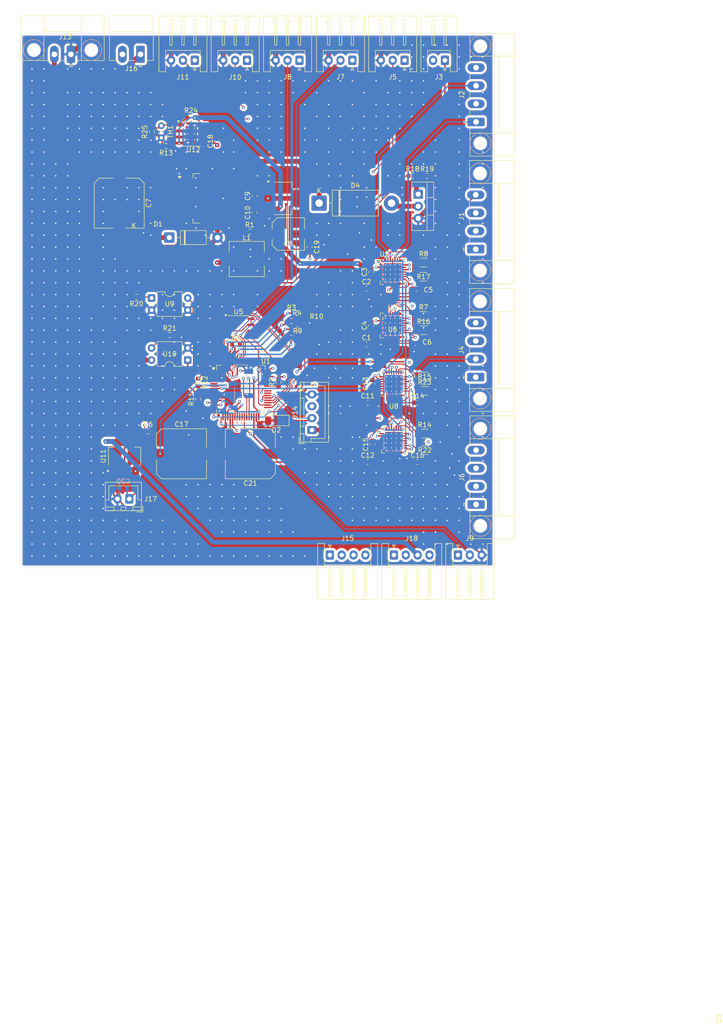
<source format=kicad_pcb>
(kicad_pcb (version 20241229) (generator "pcbnew") (generator_version "9.0")
  (layers (0 "F.Cu" signal) (4 "In1.Cu" signal) (6 "In2.Cu" signal) (2 "B.Cu" signal) (13 "F.Paste" user) (15 "B.Paste" user) (5 "F.SilkS" user "F.Silkscreen") (7 "B.SilkS" user "B.Silkscreen") (1 "F.Mask" user) (3 "B.Mask" user) (25 "Edge.Cuts" user))
  (net 0 "")
  (net 1 "GND")
  (net 2 "+3.3V")
  (net 3 "Net-(U3-5VOUT)")
  (net 4 "Net-(U8-5VOUT)")
  (net 5 "Net-(D1-K)")
  (net 6 "+24V")
  (net 7 "Net-(D4-A)")
  (net 8 "Net-(J3-Pin_2)")
  (net 9 "Net-(J3-Pin_1)")
  (net 10 "IS4")
  (net 11 "IS5")
  (net 12 "IS6")
  (net 13 "IS1")
  (net 14 "IS2")
  (net 15 "IS3")
  (net 16 "Net-(Q3-G)")
  (net 18 "EB4")
  (net 21 "motor3dir")
  (net 22 "SCLK_Flash")
  (net 23 "SWCLK")
  (net 25 "TX6")
  (net 26 "CSN_Flash")
  (net 27 "motor4dir")
  (net 28 "SI_Flash")
  (net 30 "motor1step")
  (net 32 "SO_Flash")
  (net 33 "motor2dir")
  (net 36 "EB1")
  (net 39 "+BATT")
  (net 41 "RX6")
  (net 42 "motor4step")
  (net 43 "Net-(U1-NRST)")
  (net 44 "EB2")
  (net 45 "SWDIO")
  (net 49 "motor1dir")
  (net 50 "EB3")
  (net 51 "Net-(U1-BOOT0)")
  (net 52 "motor2step")
  (net 53 "motor3step")
  (net 58 "motorEN")
  (net 59 "Net-(U2-BRB)")
  (net 60 "+5V")
  (net 62 "Net-(U2-CPI)")
  (net 63 "Net-(U2-BRA)")
  (net 64 "Net-(U2-CPO)")
  (net 65 "Net-(U2-5VOUT)")
  (net 66 "Net-(U2-VCP)")
  (net 67 "Net-(J2-Pin_1)")
  (net 70 "Net-(J2-Pin_4)")
  (net 71 "Net-(J2-Pin_3)")
  (net 72 "Net-(J2-Pin_2)")
  (net 74 "Net-(U3-BRB)")
  (net 76 "Net-(J1-Pin_1)")
  (net 77 "Net-(U3-VCP)")
  (net 78 "Net-(J1-Pin_3)")
  (net 80 "Net-(U3-BRA)")
  (net 81 "Net-(U3-CPI)")
  (net 83 "Net-(J1-Pin_2)")
  (net 84 "Net-(U3-CPO)")
  (net 85 "Net-(U4-FB)")
  (net 86 "Net-(J4-Pin_2)")
  (net 87 "Net-(U6-VCP)")
  (net 88 "Net-(U6-BRA)")
  (net 89 "Net-(J4-Pin_1)")
  (net 91 "Net-(U6-BRB)")
  (net 94 "Net-(U6-CPO)")
  (net 95 "Net-(U6-5VOUT)")
  (net 96 "Net-(J4-Pin_3)")
  (net 97 "Net-(J4-Pin_4)")
  (net 99 "Net-(U6-CPI)")
  (net 101 "Net-(U8-BRB)")
  (net 102 "Net-(J6-Pin_4)")
  (net 103 "Net-(U8-CPO)")
  (net 104 "Net-(J6-Pin_1)")
  (net 105 "Net-(U8-BRA)")
  (net 106 "Net-(U8-VCP)")
  (net 107 "Net-(J6-Pin_3)")
  (net 110 "Net-(U8-CPI)")
  (net 111 "Net-(J6-Pin_2)")
  (net 113 "OutputFromRobot")
  (net 114 "Net-(R20-Pad1)")
  (net 115 "Net-(R11-Pad2)")
  (net 116 "InputToRobot")
  (net 117 "Inductor")
  (net 118 "RX1{slash}TX1")
  (net 119 "TX1{slash}RX1")
  (net 120 "Net-(U1-VCAP_1)")
  (net 121 "Net-(U12-PROG)")
  (net 122 "Net-(U12-TEMP)")
  (net 125 "Vbat")
  (net 126 "Net-(J1-Pin_4)")
  (footprint "Resistor_SMD:R_1206_3216Metric" (layer "F.Cu") (at 249.985 76.25)
    (property "Reference" "R17")
    (property "Value" "0,11R")
  )
  (footprint "Resistor_SMD:R_1206_3216Metric" (layer "F.Cu") (at 250.0225 87.5)
    (property "Reference" "R16")
    (property "Value" "0,11R")
  )
  (footprint "Connector_JST:JST_XH_S3B-XH-A_1x03_P2.50mm_Horizontal" (layer "F.Cu") (at 235 30.695 180)
    (property "Reference" "J7")
    (property "Value" "Conn_01x03_Socket")
  )
  (footprint "Resistor_SMD:R_0603_1608Metric" (layer "F.Cu") (at 196.5 88.5)
    (property "Reference" "R21")
    (property "Value" "10k")
  )
  (footprint "Resistor_SMD:R_0603_1608Metric" (layer "F.Cu") (at 250.75 55)
    (property "Reference" "R19")
    (property "Value" "10k")
  )
  (footprint "Inductor_SMD:L_7.3x7.3_H4.5" (layer "F.Cu") (at 212.75 72.5)
    (property "Reference" "L1")
    (property "Value" "33uH")
  )
  (footprint "Connector_JST:JST_XH_S3B-XH-A_1x03_P2.50mm_Horizontal" (layer "F.Cu") (at 257.25 134.805)
    (property "Reference" "J9")
    (property "Value" "Conn_01x03_Socket")
  )
  (footprint "Connector_JST:JST_XH_S4B-XH-A_1x04_P2.50mm_Horizontal" (layer "F.Cu") (at 243.75 134.805)
    (property "Reference" "J18")
    (property "Value" "Conn_01x04_Socket")
  )
  (footprint "Capacitor_SMD:C_0603_1608Metric" (layer "F.Cu") (at 238.235 102.75)
    (property "Reference" "C11")
    (property "Value" "100n/16V")
  )
  (footprint "Resistor_SMD:R_0603_1608Metric" (layer "F.Cu") (at 222.125 89.075)
    (property "Reference" "R9")
    (property "Value" "10k")
  )
  (footprint "Capacitor_SMD:C_0603_1608Metric" (layer "F.Cu") (at 239.235 111.525 90)
    (property "Reference" "C15")
    (property "Value" "22n/50V")
  )
  (footprint "Resistor_SMD:R_1206_3216Metric" (layer "F.Cu") (at 250.235 97.25)
    (property "Reference" "R15")
    (property "Value" "0,11R")
  )
  (footprint "Connector_Phoenix_MC:PhoenixContact_MC_1,5_2-G-3.81_1x02_P3.81mm_Horizontal" (layer "F.Cu") (at 190.35 29.4325 180)
    (property "Reference" "J16")
    (property "Value" "Conn_01x02_Socket")
  )
  (footprint "Package_TO_SOT_SMD:SOT-223-3_TabPin2" (layer "F.Cu") (at 187 114 90)
    (property "Reference" "U11")
    (property "Value" "AMS1117-3.3")
  )
  (footprint "Connector_Phoenix_MC:PhoenixContact_MC_1,5_4-GF-3.81_1x04_P3.81mm_Horizontal_ThreadedFlange_MountHole" (layer "F.Cu") (at 261.0675 43.66 90)
    (property "Reference" "J2")
    (property "Value" "Conn_01x04_Socket")
  )
  (footprint "Diode_THT:D_DO-41_SOD81_P10.16mm_Horizontal" (layer "F.Cu") (at 196.42 68)
    (property "Reference" "D1")
    (property "Value" "1N5819")
  )
  (footprint "Package_SO:JEITA_SOIC-8_3.9x4.9mm_P1.27mm" (layer "F.Cu") (at 211 87)
    (property "Reference" "U5")
    (property "Value" "MX25L3233FM1")
  )
  (footprint "Package_SO:SOIC-8-1EP_3.9x4.9mm_P1.27mm_EP2.41x3.3mm_ThermalVias" (layer "F.Cu") (at 201.05 46.2)
    (property "Reference" "U12")
    (property "Value" "TP4056-42-ESOP8")
  )
  (footprint "Connector_JST:JST_XH_S4B-XH-A_1x04_P2.50mm_Horizontal" (layer "F.Cu") (at 230.25 134.805)
    (property "Reference" "J15")
    (property "Value" "Conn_01x04_Socket")
  )
  (footprint "Capacitor_SMD:C_Elec_10x10.2" (layer "F.Cu") (at 185.875 60.75 -90)
    (property "Reference" "C7")
    (property "Value" "680uF/35V")
  )
  (footprint "Capacitor_SMD:C_0603_1608Metric" (layer "F.Cu") (at 237.985 78.75)
    (property "Reference" "C2")
    (property "Value" "100n/16V")
  )
  (footprint "Resistor_SMD:R_1206_3216Metric" (layer "F.Cu") (at 249.985 84.5)
    (property "Reference" "R7")
    (property "Value" "0,11R")
  )
  (footprint "Package_DIP:DIP-4_W7.62mm" (layer "F.Cu") (at 200.305 93.775 180)
    (property "Reference" "U10")
    (property "Value" "PC817")
  )
  (footprint "Resistor_SMD:R_0603_1608Metric" (layer "F.Cu") (at 192 108.75)
    (property "Reference" "R6")
    (property "Value" "10k")
  )
  (footprint "Capacitor_SMD:C_0603_1608Metric" (layer "F.Cu") (at 248.735 102.75)
    (property "Reference" "C14")
    (property "Value" "2,2u/6,3V")
  )
  (footprint "Capacitor_SMD:C_0603_1608Metric" (layer "F.Cu") (at 248.735 115.25)
    (property "Reference" "C16")
    (property "Value" "2,2u/6,3V")
  )
  (footprint "Resistor_SMD:R_0603_1608Metric" (layer "F.Cu") (at 192.75 45.75 -90)
    (property "Reference" "R25")
    (property "Value" "10k")
  )
  (footprint "Package_DFN_QFN:VQFN-28-1EP_5x5mm_P0.5mm_EP3.7x3.7mm_ThermalVias" (layer "F.Cu") (at 243.735 110.75)
    (property "Reference" "U8")
    (property "Value" "TMC2209-LA")
  )
  (footprint "Package_TO_SOT_SMD:TO-263-5_TabPin3" (layer "F.Cu") (at 206.25 59.75)
    (property "Reference" "U4" (hide yes))
    (property "Value" "LM2596S-3.3")
  )
  (footprint "Resistor_SMD:R_1206_3216Metric" (layer "F.Cu") (at 250.0225 73.25)
    (property "Reference" "R8")
    (property "Value" "0,11R")
  )
  (footprint "Capacitor_SMD:C_0603_1608Metric" (layer "F.Cu") (at 248.3 90.23)
    (property "Reference" "C6")
    (property "Value" "2,2u/6,3V")
  )
  (footprint "Connector_JST:JST_XH_B4B-XH-A_1x04_P2.50mm_Vertical" (layer "F.Cu") (at 226.475 108.5 90)
    (property "Reference" "J14")
    (property "Value" "Conn_01x04_Socket")
  )
  (footprint "Resistor_SMD:R_0603_1608Metric" (layer "F.Cu") (at 202.5 102 90)
    (property "Reference" "R11")
    (property "Value" "220R")
  )
  (footprint "Package_TO_SOT_SMD:SOT-223-3_TabPin2" (layer "F.Cu") (at 220.375 59.75)
    (property "Reference" "U7" (hide yes))
    (property "Value" "AMS1117-3.3")
  )
  (footprint "Resistor_SMD:R_0603_1608Metric" (layer "F.Cu") (at 247.675 55)
    (property "Reference" "R18")
    (property "Value" "100R")
  )
  (footprint "Resistor_SMD:R_0603_1608Metric" (layer "F.Cu") (at 195.75 48.75 180)
    (property "Reference" "R13")
    (property "Value" "10k")
  )
  (footprint "Connector_JST:JST_XH_S3B-XH-A_1x03_P2.50mm_Horizontal" (layer "F.Cu") (at 212.8 30.695 180)
    (property "Reference" "J10")
    (property "Value" "Conn_01x03_Socket")
  )
  (footprint "Capacitor_SMD:C_0603_1608Metric" (layer "F.Cu") (at 239.235 98.75 90)
    (property "Reference" "C13")
    (property "Value" "22n/50V")
  )
  (footprint "Connector_Phoenix_MC:PhoenixContact_MC_1,5_4-GF-3.81_1x04_P3.81mm_Horizontal_ThreadedFlange_MountHole" (layer "F.Cu") (at 261 70.43 90)
    (property "Reference" "J1")
    (property "Value" "Conn_01x04_Socket")
  )
  (footprint "Resistor_SMD:R_0603_1608Metric" (layer "F.Cu") (at 219.45 98.475 90)
    (property "Reference" "R2")
    (property "Value" "1k")
  )
  (footprint "Connector_JST:JST_XH_S3B-XH-A_1x03_P2.50mm_Horizontal" (layer "F.Cu") (at 201.8 30.695 180)
    (property "Reference" "J11")
    (property "Value" "Conn_01x03_Socket")
  )
  (footprint "Connector_Phoenix_MC:PhoenixContact_MC_1,5_2-GF-3.5_1x02_P3.50mm_Horizontal_ThreadedFlange_MountHole" (layer "F.Cu") (at 175.695 29.4325 180)
    (property "Reference" "J13")
    (property "Value" "Conn_01x02_Socket")
  )
  (footprint "Package_DIP:DIP-4_W7.62mm" (layer "F.Cu") (at 192.695 80.725)
    (property "Reference" "U9")
    (property "Value" "PC817")
  )
  (footprint "Capacitor_SMD:C_Elec_10x10.2" (layer "F.Cu") (at 213.5 113.5 180)
    (property "Reference" "C21")
    (property "Value" "4,7uF")
  )
  (footprint "Resistor_SMD:R_0603_1608Metric" (layer "F.Cu") (at 213.375 66.75)
    (property "Reference" "R1")
    (property "Value" "3,4k")
  )
  (footprint "Resistor_SMD:R_0603_1608Metric" (layer "F.Cu") (at 222.175 85.575)
    (property "Reference" "R3")
    (property "Value" "10k")
  )
  (footprint "Capacitor_SMD:C_0603_1608Metric" (layer "F.Cu") (at 248.485 78.75)
    (property "Reference" "C5")
    (property "Value" "2,2u/6,3V")
  )
  (footprint "Capacitor_SMD:C_0603_1608Metric" (layer "F.Cu") (at 238.985 75.25 90)
    (property "Reference" "C3")
    (property "Value" "22n/50V")
  )
  (footprint "Package_DFN_QFN:VQFN-28-1EP_5x5mm_P0.5mm_EP3.7x3.7mm_ThermalVias" (layer "F.Cu") (at 243.485 75.25)
    (property "Reference" "U2")
    (property "Value" "TMC2209-LA")
  )
  (footprint "Connector_JST:JST_XH_S2B-XH-A_1x02_P2.50mm_Horizontal" (layer "F.Cu") (at 254.5 30.695 180)
    (property "Reference" "J3")
    (property "Value" "Conn_01x02_Socket")
  )
  (footprint "Package_DFN_QFN:VQFN-28-1EP_5x5mm_P0.5mm_EP3.7x3.7mm_ThermalVias" (layer "F.Cu") (at 243.735 98.8)
    (property "Reference" "U6")
    (property "Value" "TMC2209-LA")
  )
  (footprint "Capacitor_SMD:C_0603_1608Metric" (layer "F.Cu") (at 214.375 59.25 90)
    (property "Reference" "C9")
    (property "Value" "220nF/6,3V")
  )
  (footprint "Resistor_SMD:R_0603_1608Metric" (layer "F.Cu") (at 223.35 83.875)
    (property "Reference" "R4")
    (property "Value" "10k")
  )
  (footprint "Connector_JST:JST_XH_S3B-XH-A_1x03_P2.50mm_Horizontal" (layer "F.Cu") (at 223.85 30.695 180)
    (property "Reference" "J8")
    (property "Value" "Conn_01x03_Socket")
  )
  (footprint "Capacitor_SMD:C_0603_1608Metric" (layer "F.Cu") (at 237.985 90.5)
    (property "Reference" "C1")
    (property "Value" "100n/16V")
  )
  (footprint "Resistor_SMD:R_1206_3216Metric" (layer "F.Cu") (at 250.2725 112.75)
    (property "Reference" "R22")
    (property "Value" "0,11R")
  )
  (footprint "Connector_JST:JST_XH_B2B-XH-A_1x02_P2.50mm_Vertical" (layer "F.Cu") (at 188 123 180)
    (property "Reference" "J17")
    (property "Value" "Conn_01x02_Socket")
  )
  (footprint "Resistor_SMD:R_0603_1608Metric" (layer "F.Cu") (at 210.5 90.5)
    (property "Reference" "R5")
    (property "Value" "10k")
  )
  (footprint "Resistor_SMD:R_0603_1608Metric" (layer "F.Cu") (at 189.5 80.5 180)
    (property "Reference" "R20")
    (property "Value" "2,7k")
  )
  (footprint "Resistor_SMD:R_0603_1608Metric" (layer "F.Cu") (at 201 42.75 180)
    (property "Reference" "R24")
    (property "Value" "10k")
  )
  (footprint "Connector_Phoenix_MC:PhoenixContact_MC_1,5_4-GF-3.81_1x04_P3.81mm_Horizontal_ThreadedFlange_MountHole" (layer "F.Cu") (at 261 97.37 90)
    (property "Reference" "J4")
    (property "Value" "Conn_01x04_Socket")
  )
  (footprint "Capacitor_SMD:C_Elec_10x10.2" (layer "F.Cu") (at 199 113.5)
    (property "Reference" "C17")
    (property "Value" "680uF/35V")
  )
  (footprint "Diode_THT:D_DO-201AD_P15.24mm_Horizontal" (layer "F.Cu") (at 227.995 60.75)
    (property "Reference" "D4")
    (property "Value" "1N5408")
  )
  (footprint "Resistor_SMD:R_1206_3216Metric" (layer "F.Cu") (at 250.235 109.25)
    (property "Reference" "R14")
    (property "Value" "0,11R")
  )
  (footprint "Resistor_SMD:R_0603_1608Metric" (layer "F.Cu") (at 202.5 98.5 -90)
    (property "Reference" "R12")
    (property "Value" "10k")
  )
  (footprint "Resistor_SMD:R_0603_1608Metric" (layer "F.Cu") (at 223.45 87.3)
    (property "Reference" "R10")
    (property "Value" "10k")
  )
  (footprint "Package_QFP:LQFP-64_10x10mm_P0.5mm" (layer "F.Cu") (at 211.5 100)
    (property "Reference" "U1")
    (property "Value" "STM32F446RETx")
  )
  (footprint "Resistor_THT:R_Axial_DIN0204_L3.6mm_D1.6mm_P2.54mm_Vertical" (layer "F.Cu") (at 194.75 44.46 -90)
    (property "Reference" "TH1")
    (property "Value" "Thermistor_NTC")
  )
  (footprint "Capacitor_SMD:C_0603_1608Metric" (layer "F.Cu") (at 214.375 62.75 90)
    (property "Reference" "C10")
    (property "Value" "220nF/6,3V")
  )
  (footprint "Resistor_SMD:R_1206_3216Metric" (layer "F.Cu") (at 250.235 100.25)
    (property "Reference" "R23")
    (property "Value" "0,11R")
  )
  (footprint "Connector_Phoenix_MC:PhoenixContact_MC_1,5_4-GF-3.81_1x04_P3.81mm_Horizontal_ThreadedFlange_MountHole" (layer "F.Cu") (at 261.0675 124.16 90)
    (property "Reference" "J6")
    (property "Value" "Conn_01x04_Socket")
  )
  (footprint "Capacitor_SMD:C_Elec_6.3x5.4" (layer "F.Cu") (at 221.5 67.25)
    (property "Reference" "C8")
    (property "Value" "220uF/6,3V")
  )
  (footprint "Capacitor_SMD:C_0603_1608Metric" (layer "F.Cu") (at 238.235 115.25)
    (property "Reference" "C12")
    (property "Value" "100n/16V")
  )
  (footprint "Capacitor_SMD:C_0603_1608Metric" (layer "F.Cu") (at 226 70 90)
    (property "Reference" "C19")
    (property "Value" "220nF/6,3V")
  )
  (footprint "Capacitor_SMD:C_0603_1608Metric" (layer "F.Cu") (at 238.985 86.5 90)
    (property "Reference" "C4")
    (property "Value" "22n/50V")
  )
  (footprint "Package_DFN_QFN:VQFN-28-1EP_5x5mm_P0.5mm_EP3.7x3.7mm_ThermalVias" (layer "F.Cu") (at 243.485 86.5)
    (property "Reference" "U3")
    (property "Value" "TMC2209-LA")
  )
  (footprint "Diode_SMD:D_MiniMELF" (layer "F.Cu") (at 219 106.5 180)
    (property "Reference" "D2")
    (property "Value" "D_Zener")
  )
  (footprint "Capacitor_SMD:C_0603_1608Metric" (layer "F.Cu") (at 206.5 47.75 90)
    (property "Reference" "C18")
    (property "Value" "220nF/6,3V")
  )
  (footprint "Connector_JST:JST_XH_S3B-XH-A_1x03_P2.50mm_Horizontal" (layer "F.Cu") (at 246 30.695 180)
    (property "Reference" "J5")
    (property "Value" "Conn_01x03_Socket")
  )
  (footprint "Package_TO_SOT_THT:TO-220-3_Vertical" (layer "F.Cu") (at 248.875 58.87 -90)
    (property "Reference" "Q3")
    (property "Value" "IRLZ44N")
  )
  (footprint "Connector_PinSocket_2.54mm:PinSocket_1x04_P2.54mm_Vertical_SMD_Pin1Left" (layer "B.Cu") (at 211.5 100)
    (property "Reference" "J12")
    (property "Value" "Conn_01x04_Pin")
  )
  (footprint "Capacitor_SMD:C_0603_1608Metric" (layer "B.Cu") (at 186.75 120.75 180)
    (property "Reference" "C20")
    (property "Value" "220nF/6,3V")
  )
  (gr_line (start 165 137.5) (end 265 137.5) (stroke (width 0.05)) (layer "Edge.Cuts"))
  (gr_line (start 265 137.5) (end 265 25) (stroke (width 0.05)) (layer "Edge.Cuts"))
  (gr_line (start 165 25) (end 165 137.5) (stroke (width 0.05)) (layer "Edge.Cuts"))
  (gr_line (start 265 25) (end 165 25) (stroke (width 0.05)) (layer "Edge.Cuts"))
  (segment (start 204.35 63.15) (end 207.75 59.75) (width 1) (layer "F.Cu") (net 1))
  (segment (start 243.235 110.25) (end 241.285 110.25) (width 0.2) (layer "F.Cu") (net 1))
  (segment (start 207.575 109.325) (end 203.4 113.5) (width 0.3) (layer "F.Cu") (net 1))
  (segment (start 249.26 78.4375) (end 251.4475 76.25) (width 0.3) (layer "F.Cu") (net 1))
  (segment (start 249.51 122.065) (end 249.51 115.25) (width 0.3) (layer "F.Cu") (net 1))
  (segment (start 243.735 98.8) (end 244.735 97.8) (width 0.2) (layer "F.Cu") (net 1))
  (segment (start 225.226 57.845256) (end 225.226 66.0615) (width 1) (layer "F.Cu") (net 1))
  (segment (start 191.9 125) (end 187.5 125) (width 0.3) (layer "F.Cu") (net 1))
  (segment (start 194.925 47.175) (end 194.75 47) (width 0.3) (layer "F.Cu") (net 1))
  (segment (start 223 85.575) (end 223 86.025) (width 0.2) (layer "F.Cu") (net 1))
  (segment (start 243.735 110.75) (end 244.735 109.75) (width 0.2) (layer "F.Cu") (net 1))
  (segment (start 209.25 101) (end 209.25 98) (width 0.3) (layer "F.Cu") (net 1))
  (segment (start 206.75 49.75) (end 203.482322 49.75) (width 0.3) (layer "F.Cu") (net 1))
  (segment (start 216 96.75) (end 217.175 96.75) (width 0.3) (layer "F.Cu") (net 1))
  (segment (start 226 69.2125) (end 224.0375 67.25) (width 0.3) (layer "F.Cu") (net 1))
  (segment (start 242.735 111.75) (end 242.735 113.2) (width 0.2) (layer "F.Cu") (net 1))
  (segment (start 208.5 101.75) (end 205.825 101.75) (width 0.3) (layer "F.Cu") (net 1))
  (segment (start 207.5 47.975) (end 207.5 49) (width 0.3) (layer "F.Cu") (net 1))
  (segment (start 245.935 86.5) (end 243.485 86.5) (width 0.2) (layer "F.Cu") (net 1))
  (segment (start 243.735 98.8) (end 246.185 98.8) (width 0.2) (layer "F.Cu") (net 1))
  (segment (start 194.325 46.575) (end 194.75 47) (width 0.3) (layer "F.Cu") (net 1))
  (segment (start 208 93.266176) (end 208.201 93.467176) (width 0.2) (layer "F.Cu") (net 1))
  (segment (start 208 89.255) (end 208 93.266176) (width 0.2) (layer "F.Cu") (net 1))
  (segment (start 216.949 106.801) (end 214.996466 106.801) (width 0.3) (layer "F.Cu") (net 1))
  (segment (start 185.875 65.15) (end 185.875 67.875) (width 1) (layer "F.Cu") (net 1))
  (segment (start 244.485 74.25) (end 245.935 74.25) (width 0.2) (layer "F.Cu") (net 1))
  (segment (start 211.325 90.5) (end 209.73 88.905) (width 0.3) (layer "F.Cu") (net 1))
  (segment (start 206.58 68) (end 206.58 60.92) (width 1) (layer "F.Cu") (net 1))
  (segment (start 209.25 98) (end 208.25 97) (width 0.3) (layer "F.Cu") (net 1))
  (segment (start 178.546 26.5815) (end 196.8 26.5815) (width 1) (layer "F.Cu") (net 1))
  (segment (start 203.4 113.5) (end 191.9 125) (width 0.3) (layer "F.Cu") (net 1))
  (segment (start 224.275 87.75) (end 222.95 89.075) (width 0.2) (layer "F.Cu") (net 1))
  (segment (start 208.25 102) (end 208.5 101.75) (width 0.3) (layer "F.Cu") (net 1))
  (segment (start 244.485 85.5) (end 243.485 86.5) (width 0.2) (layer "F.Cu") (net 1))
  (segment (start 262.25 134.805) (end 259.9725 132.5275) (width 0.3) (layer "F.Cu") (net 1))
  (segment (start 243.485 75.25) (end 243.485 72.8) (width 0.2) (layer "F.Cu") (net 1))
  (segment (start 207.5 49) (end 206.75 49.75) (width 0.3) (layer "F.Cu") (net 1))
  (segment (start 243.735 98.8) (end 243.735 96.35) (width 0.2) (layer "F.Cu") (net 1))
  (segment (start 210.05 57.45) (end 207.75 59.75) (width 1) (layer "F.Cu") (net 1))
  (segment (start 184.7 122.2) (end 185.5 123) (width 0.3) (layer "F.Cu") (net 1))
  (segment (start 200.415 46.835) (end 201.05 46.2) (width 0.3) (layer "F.Cu") (net 1))
  (segment (start 243.735 110.75) (end 243.235 110.25) (width 0.2) (layer "F.Cu") (net 1))
  (segment (start 251.4475 84.5) (end 251.4475 87.4625) (width 0.3) (layer "F.Cu") (net 1))
  (segment (start 243.485 86.5) (end 243.485 84.05) (width 0.2) (layer "F.Cu") (net 1))
  (segment (start 217.526 57.149) (end 224.529744 57.149) (width 1) (layer "F.Cu") (net 1))
  (segment (start 218.85 26.6815) (end 218.75 26.5815) (width 1) (layer "F.Cu") (net 1))
  (segment (start 189.25 71.25) (end 203.33 71.25) (width 1) (layer "F.Cu") (net 1))
  (segment (start 214.996466 106.801) (end 214.75 106.554534) (width 0.3) (layer "F.Cu") (net 1))
  (segment (start 242.485 87.5) (end 242.485 88.95) (width 0.2) (layer "F.Cu") (net 1))
  (segment (start 208.25 105.675) (end 208.25 102) (width 0.3) (layer "F.Cu") (net 1))
  (segment (start 197.57 88.5) (end 200.305 91.235) (width 0.2) (layer "F.Cu") (net 1))
  (segment (start 251.575 61.25) (end 248.875 63.95) (width 1) (layer "F.Cu") (net 1))
  (segment (start 230 26.8315) (end 230.25 26.5815) (width 1) (layer "F.Cu") (net 1))
  (segment (start 224.275 87.3) (end 224.275 87.75) (width 0.2) (layer "F.Cu") (net 1))
  (segment (start 244.735 111.75) (end 244.735 113.2) (width 0.2) (layer "F.Cu") (net 1))
  (segment (start 243.235 111.25) (end 243.235 113.2) (width 0.2) (layer "F.Cu") (net 1))
  (segment (start 208.35 88.905) (end 208 89.255) (width 0.2) (layer "F.Cu") (net 1))
  (segment (start 223 86.025) (end 224.275 87.3) (width 0.2) (layer "F.Cu") (net 1))
  (segment (start 243.735 110.75) (end 244.735 111.75) (width 0.2) (layer "F.Cu") (net 1))
  (segment (start 251.485 66.56) (end 248.875 63.95) (width 0.3) (layer "F.Cu") (net 1))
  (segment (start 192.75 46.575) (end 194.325 46.575) (width 0.3) (layer "F.Cu") (net 1))
  (segment (start 243.485 75.25) (end 245.935 75.25) (width 0.2) (layer "F.Cu") (net 1))
  (segment (start 243.235 98.3) (end 241.285 98.3) (width 0.2) (layer "F.Cu") (net 1))
  (segment (start 217.25 106.5) (end 216.949 106.801) (width 0.3) (layer "F.Cu") (net 1))
  (segment (start 209.1 113.5) (end 203.4 113.5) (width 0.3) (layer "F.Cu") (net 1))
  (segment (start 243.735 98.8) (end 244.735 99.8) (width 0.2) (layer "F.Cu") (net 1))
  (segment (start 230.25 26.5815) (end 238.3315 26.5815) (width 1) (layer "F.Cu") (net 1))
  (segment (start 230 30.695) (end 230 26.8315) (width 1) (layer "F.Cu") (net 1))
  (segment (start 242.985 86) (end 241.035 86) (width 0.2) (layer "F.Cu") (net 1))
  (segment (start 251.485 75.765) (end 251.485 73.25) (width 0.3) (layer "F.Cu") (net 1))
  (segment (start 208.5 101.75) (end 209.25 101) (width 0.3) (layer "F.Cu") (net 1))
  (segment (start 196.8 26.5815) (end 196.8 30.695) (width 1) (layer "F.Cu") (net 1))
  (segment (start 197.325 88.5) (end 197.57 88.5) (width 0.2) (layer "F.Cu") (net 1))
  (segment (start 214.375 57.45) (end 210.05 57.45) (width 1) (layer "F.Cu") (net 1))
  (segment (start 218.85 30.695) (end 218.85 26.6815) (width 1) (layer "F.Cu") (net 1))
  (segment (start 208.25 108.65) (end 207.575 109.325) (width 0.3) (layer "F.Cu") (net 1))
  (segment (start 175.695 29.4325) (end 178.546 26.5815) (width 1) (layer "F.Cu") (net 1))
  (segment (start 252.4725 125.0275) (end 249.9725 122.5275) (width 0.3) (layer "F.Cu") (net 1))
  (segment (start 209.975 61.975) (end 207.75 59.75) (width 1) (layer "F.Cu") (net 1))
  (segment (start 244.735 99.8) (end 244.735 101.25) (width 0.2) (layer "F.Cu") (net 1))
  (segment (start 238.3315 26.5815) (end 241 29.25) (width 1) (layer "F.Cu") (net 1))
  (segment (start 243.485 86.5) (end 244.485 87.5) (width 0.2) (layer "F.Cu") (net 1))
  (segment (start 257.4725 130.0275) (end 254.9725 127.5275) (width 0.3) (layer "F.Cu") (net 1))
  (segment (start 251.4475 76.25) (end 251.4475 75.8025) (width 0.3) (layer "F.Cu") (net 1))
  (segment (start 241 29.25) (end 241 30.695) (width 1) (layer "F.Cu") (net 1))
  (segment (start 201.05 47.317678) (end 201.05 46.2) (width 0.3) (layer "F.Cu") (net 1))
  (segment (start 184.7 117.15) (end 184.7 122.2) (width 0.3) (layer "F.Cu") (net 1))
  (segment (start 185.875 67.875) (end 189.25 71.25) (width 1) (layer "F.Cu") (net 1))
  (segment (start 194.925 48.75) (end 194.925 47.175) (width 0.3) (layer "F.Cu") (net 1))
  (segment (start 198.575 46.835) (end 200.415 46.835) (width 0.3) (layer "F.Cu") (net 1))
  (segment (start 244.485 87.5) (end 244.485 88.95) (width 0.2) (layer "F.Cu") (net 1))
  (segment (start 251.575 55) (end 251.575 61.25) (width 1) (layer "F.Cu") (net 1))
  (segment (start 214.75 106.554534) (end 214.75 105.675) (width 0.3) (layer "F.Cu") (net 1))
  (segment (start 224.529744 57.149) (end 225.226 57.845256) (width 1) (layer "F.Cu") (net 1))
  (segment (start 243.485 75.25) (end 242.985 74.75) (width 0.2) (layer "F.Cu") (net 1))
  (segment (start 251.485 73.25) (end 251.485 66.56) (width 0.3) (layer "F.Cu") (net 1))
  (segment (start 217.225 57.45) (end 217.526 57.149) (width 1) (layer "F.Cu") (net 1))
  (segment (start 249.9725 122.5275) (end 249.51 122.065) (width 0.3) (layer "F.Cu") (net 1))
  (segment (start 209.73 88.905) (end 208.35 88.905) (width 0.3) (layer "F.Cu") (net 1))
  (segment (start 243.735 110.75) (end 243.735 108.3) (width 0.2) (layer "F.Cu") (net 1))
  (segment (start 249.26 78.75) (end 249.26 78.4375) (width 0.3) (layer "F.Cu") (net 1))
  (segment (start 196.8 26.5815) (end 208 26.5815) (width 1) (layer "F.Cu") (net 1))
  (segment (start 198.6 63.15) (end 204.35 63.15) (width 1) (layer "F.Cu") (net 1))
  (segment (start 251.4475 75.8025) (end 251.485 75.765) (width 0.3) (layer "F.Cu") (net 1))
  (segment (start 224.175 84.4) (end 223 85.575) (width 0.2) (layer "F.Cu") (net 1))
  (segment (start 214.375 58.475) (end 214.375 57.45) (width 1) (layer "F.Cu") (net 1))
  (segment (start 187.5 125) (end 185.5 123) (width 0.3) (layer "F.Cu") (net 1))
  (segment (start 208.201 93.467176) (end 208.201 94.276) (width 0.2) (layer "F.Cu") (net 1))
  (segment (start 208.201 94.276) (end 208.25 94.325) (width 0.2) (layer "F.Cu") (net 1))
  (segment (start 244.485 76.25) (end 244.485 77.7) (width 0.2) (layer "F.Cu") (net 1))
  (segment (start 254.9725 127.5275) (end 252.4725 125.0275) (width 0.3) (layer "F.Cu") (net 1))
  (segment (start 243.485 75.25) (end 244.485 76.25) (width 0.2) (layer "F.Cu") (net 1))
  (segment (start 243.735 110.75) (end 246.185 110.75) (width 0.2) (layer "F.Cu") (net 1))
  (segment (start 243.735 98.8) (end 243.235 98.3) (width 0.2) (layer "F.Cu") (net 1))
  (segment (start 198.6 59.75) (end 207.75 59.75) (width 1) (layer "F.Cu") (net 1))
  (segment (start 206.58 60.92) (end 207.75 59.75) (width 1) (layer "F.Cu") (net 1))
  (segment (start 243.485 86.5) (end 242.985 86) (width 0.2) (layer "F.Cu") (net 1))
  (segment (start 243.235 113.2) (end 243.235 112.25) (width 0.2) (layer "F.Cu") (net 1))
  (segment (start 251.4475 87.4625) (end 251.485 87.5) (width 0.3) (layer "F.Cu") (net 1))
  (segment (start 214.375 57.45) (end 217.225 57.45) (width 1) (layer "F.Cu") (net 1))
  (segment (start 244.735 109.75) (end 246.185 109.75) (width 0.2) (layer "F.Cu") (net 1))
  (segment (start 206.5 46.975) (end 207.5 47.975) (width 0.3) (layer "F.Cu") (net 1))
  (segment (start 225.226 66.0615) (end 224.0375 67.25) (width 1) (layer "F.Cu") (net 1))
  (segment (start 218.75 26.5815) (end 230.25 26.5815) (width 1) (layer "F.Cu") (net 1))
  (segment (start 226 69.225) (end 226 69.2125) (width 0.3) (layer "F.Cu") (net 1))
  (segment (start 244.735 97.8) (end 246.185 97.8) (width 0.2) (layer "F.Cu") (net 1))
  (segment (start 208 26.5815) (end 218.75 26.5815) (width 1) (layer "F.Cu") (net 1))
  (segment (start 208.25 97) (end 208.25 94.325) (width 0.3) (layer "F.Cu") (net 1))
  (segment (start 224.175 83.875) (end 224.175 84.4) (width 0.2) (layer "F.Cu") (net 1))
  (segment (start 243.235 99.3) (end 243.235 101.25) (width 0.2) (layer "F.Cu") (net 1))
  (segment (start 207.8 26.7815) (end 208 26.5815) (width 1) (layer "F.Cu") (net 1))
  (segment (start 259.9725 132.5275) (end 257.4725 130.0275) (width 0.3) (layer "F.Cu") (net 1))
  (segment (start 243.735 110.75) (end 242.735 111.75) (width 0.2) (layer "F.Cu") (net 1))
  (segment (start 242.985 74.75) (end 241.035 74.75) (width 0.2) (layer "F.Cu") (net 1))
  (segment (start 208.25 105.675) (end 208.25 108.65) (width 0.3) (layer "F.Cu") (net 1))
  (segment (start 243.735 98.8) (end 243.235 99.3) (width 0.2) (layer "F.Cu") (net 1))
  (segment (start 207.8 30.695) (end 207.8 26.7815) (width 1) (layer "F.Cu") (net 1))
  (segment (start 203.482322 49.75) (end 201.05 47.317678) (width 0.3) (layer "F.Cu") (net 1))
  (segment (start 245.935 85.5) (end 244.485 85.5) (width 0.2) (layer "F.Cu") (net 1))
  (segment (start 214.375 61.975) (end 209.975 61.975) (width 1) (layer "F.Cu") (net 1))
  (segment (start 243.485 75.25) (end 244.485 74.25) (width 0.2) (layer "F.Cu") (net 1))
  (segment (start 203.33 71.25) (end 206.58 68) (width 1) (layer "F.Cu") (net 1))
  (segment (start 243.485 86.5) (end 242.485 87.5) (width 0.2) (layer "F.Cu") (net 1))
  (segment (start 243.735 110.75) (end 243.235 111.25) (width 0.2) (layer "F.Cu") (net 1))
  (via (at 232.5 122.5) (size 0.6) (drill 0.3) (layers "F.Cu" "B.Cu") (net 1))
  (via (at 182.5 57.5) (size 0.6) (drill 0.3) (layers "F.Cu" "B.Cu") (net 1))
  (via (at 257.5 27.5) (size 0.6) (drill 0.3) (layers "F.Cu" "B.Cu") (net 1))
  (via (at 167.5 110) (size 0.6) (drill 0.3) (layers "F.Cu" "B.Cu") (net 1))
  (via (at 192.5 37.5) (size 0.6) (drill 0.3) (layers "F.Cu" "B.Cu") (net 1))
  (via (at 252.5 60) (size 0.6) (drill 0.3) (layers "F.Cu" "B.Cu") (net 1))
  (via (at 197.5 135) (size 0.6) (drill 0.3) (layers "F.Cu" "B.Cu") (net 1))
  (via (at 172.5 82.5) (size 0.6) (drill 0.3) (layers "F.Cu" "B.Cu") (net 1))
  (via (at 180 47.5) (size 0.6) (drill 0.3) (layers "F.Cu" "B.Cu") (net 1))
  (via (at 195 83.265) (size 0.6) (drill 0.3) (layers "F.Cu" "B.Cu") (net 1))
  (via (at 192.5 40) (size 0.6) (drill 0.3) (layers "F.Cu" "B.Cu") (net 1))
  (via (at 170 52.5) (size 0.6) (drill 0.3) (layers "F.Cu" "B.Cu") (net 1))
  (via (at 230 77.5) (size 0.6) (drill 0.3) (layers "F.Cu" "B.Cu") (net 1))
  (via (at 175 72.5) (size 0.6) (drill 0.3) (layers "F.Cu" "B.Cu") (net 1))
  (via (at 172.5 102.5) (size 0.6) (drill 0.3) (layers "F.Cu" "B.Cu") (net 1))
  (via (at 240 117.5) (size 0.6) (drill 0.3) (layers "F.Cu" "B.Cu") (net 1))
  (via (at 170 47.5) (size 0.6) (drill 0.3) (layers "F.Cu" "B.Cu") (net 1))
  (via (at 245.5 59) (size 0.6) (drill 0.3) (layers "F.Cu" "B.Cu") (net 1))
  (via (at 235 55) (size 0.6) (drill 0.3) (layers "F.Cu" "B.Cu") (net 1))
  (via (at 182.5 47.5) (size 0.6) (drill 0.3) (layers "F.Cu" "B.Cu") (net 1))
  (via (at 180 37.5) (size 0.6) (drill 0.3) (layers "F.Cu" "B.Cu") (net 1))
  (via (at 230 82.5) (size 0.6) (drill 0.3) (layers "F.Cu" "B.Cu") (net 1))
  (via (at 191 67) (size 0.6) (drill 0.3) (layers "F.Cu" "B.Cu") (net 1))
  (via (at 257.5 100) (size 0.6) (drill 0.3) (layers "F.Cu" "B.Cu") (net 1))
  (via (at 207.5 127.5) (size 0.6) (drill 0.3) (layers "F.Cu" "B.Cu") (net 1))
  (via (at 245 37.5) (size 0.6) (drill 0.3) (layers "F.Cu" "B.Cu") (net 1))
  (via (at 217.5 40) (size 0.6) (drill 0.3) (layers "F.Cu" "B.Cu") (net 1))
  (via (at 190 47.5) (size 0.6) (drill 0.3) (layers "F.Cu" "B.Cu") (net 1))
  (via (at 232.5 52.5) (size 0.6) (drill 0.3) (layers "F.Cu" "B.Cu") (net 1))
  (via (at 217.5 45) (size 0.6) (drill 0.3) (layers "F.Cu" "B.Cu") (net 1))
  (via (at 195 85) (size 0.6) (drill 0.3) (layers "F.Cu" "B.Cu") (net 1))
  (via (at 232.5 57.5) (size 0.6) (drill 0.3) (layers "F.Cu" "B.Cu") (net 1))
  (via (at 247.5 30) (size 0.6) (drill 0.3) (layers "F.Cu" "B.Cu") (net 1))
  (via (at 190 62.5) (size 0.6) (drill 0.3) (layers "F.Cu" "B.Cu") (net 1))
  (via (at 232.5 62.5) (size 0.6) (drill 0.3) (layers "F.Cu" "B.Cu") (net 1))
  (via (at 235 45) (size 0.6) (drill 0.3) (layers "F.Cu" "B.Cu") (net 1))
  (via (at 170 55) (size 0.6) (drill 0.3) (layers "F.Cu" "B.Cu") (net 1))
  (via (at 230 92.5) (size 0.6) (drill 0.3) (layers "F.Cu" "B.Cu") (net 1))
  (via (at 202 66) (size 0.6) (drill 0.3) (layers "F.Cu" "B.Cu") (net 1))
  (via (at 167.5 32.5) (size 0.6) (drill 0.3) (layers "F.Cu" "B.Cu") (net 1))
  (via (at 172.5 127.5) (size 0.6) (drill 0.3) (layers "F.Cu" "B.Cu") (net 1))
  (via (at 257.5 57.5) (size 0.6) (drill 0.3) (layers "F.Cu" "B.Cu") (net 1))
  (via (at 217.5 75) (size 0.6) (drill 0.3) (layers "F.Cu" "B.Cu") (net 1))
  (via (at 252.5 122.5) (size 0.6) (drill 0.3) (layers "F.Cu" "B.Cu") (net 1))
  (via (at 175 135) (size 0.6) (drill 0.3) (layers "F.Cu" "B.Cu") (net 1))
  (via (at 227.5 65) (size 0.6) (drill 0.3) (layers "F.Cu" "B.Cu") (net 1))
  (via (at 195 97.5) (size 0.6) (drill 0.3) (layers "F.Cu" "B.Cu") (net 1))
  (via (at 257.5 47.5) (size 0.6) (drill 0.3) (layers "F.Cu" "B.Cu") (net 1))
  (via (at 235 47.5) (size 0.6) (drill 0.3) (layers "F.Cu" "B.Cu") (net 1))
  (via (at 177.5 97.5) (size 0.6) (drill 0.3) (layers "F.Cu" "B.Cu") (net 1))
  (via (at 187.5 105) (size 0.6) (drill 0.3) (layers "F.Cu" "B.Cu") (net 1))
  (via (at 202 55.5) (size 0.6) (drill 0.3) (layers "F.Cu" "B.Cu") (net 1))
  (via (at 190 45) (size 0.6) (drill 0.3) (layers "F.Cu" "B.Cu") (net 1))
  (via (at 235 115) (size 0.6) (drill 0.3) (layers "F.Cu" "B.Cu") (net 1))
  (via (at 175 47.5) (size 0.6) (drill 0.3) (layers "F.Cu" "B.Cu") (net 1))
  (via (at 167.5 35) (size 0.6) (drill 0.3) (layers "F.Cu" "B.Cu") (net 1))
  (via (at 195 130) (size 0.6) (drill 0.3) (layers "F.Cu" "B.Cu") (net 1))
  (via (at 257.5 122.5) (size 0.6) (drill 0.3) (layers "F.Cu" "B.Cu") (net 1))
  (via (at 245 52.5) (size 0.6) (drill 0.3) (layers "F.Cu" "B.Cu") (net 1))
  (via (at 172.5 60) (size 0.6) (drill 0.3) (layers "F.Cu" "B.Cu") (net 1))
  (via (at 177.5 135) (size 0.6) (drill 0.3) (layers "F.Cu" "B.Cu") (net 1))
  (via (at 180 125) (size 0.6) (drill 0.3) (layers "F.Cu" "B.Cu") (net 1))
  (via (at 175 60) (size 0.6) (drill 0.3) (layers "F.Cu" "B.Cu") (net 1))
  (via (at 167.5 55) (size 0.6) (drill 0.3) (layers "F.Cu" "B.Cu") (net 1))
  (via (at 239 68.5) (size 0.6) (drill 0.3) (layers "F.Cu" "B.Cu") (net 1))
  (via (at 170 102.5) (size 0.6) (drill 0.3) (layers "F.Cu" "B.Cu") (net 1))
  (via (at 187.5 85) (size 0.6) (drill 0.3) (layers "F.Cu" "B.Cu") (net 1))
  (via (at 185 107.5) (size 0.6) (drill 0.3) (layers "F.Cu" "B.Cu") (net 1))
  (via (at 220 47.5) (size 0.6) (drill 0.3) (layers "F.Cu" "B.Cu") (net 1))
  (via (at 225 40) (size 0.6) (drill 0.3) (layers "F.Cu" "B.Cu") (net 1))
  (via (at 257.5 107.5) (size 0.6) (drill 0.3) (layers "F.Cu" "B.Cu") (net 1))
  (via (at 190 107.5) (size 0.6) (drill 0.3) (layers "F.Cu" "B.Cu") (net 1))
  (via (at 185 42.5) (size 0.6) (drill 0.3) (layers "F.Cu" "B.Cu") (net 1))
  (via (at 217.5 125) (size 0.6) (drill 0.3) (layers "F.Cu" "B.Cu") (net 1))
  (via (at 252.5 62.5) (size 0.6) (drill 0.3) (layers "F.Cu" "B.Cu") (net 1))
  (via (at 255 107.5) (size 0.6) (drill 0.3) (layers "F.Cu" "B.Cu") (net 1))
  (via (at 252.5 127.5) (size 0.6) (drill 0.3) (layers "F.Cu" "B.Cu") (net 1))
  (via (at 256.5 118) (size 0.6) (drill 0.3) (layers "F.Cu" "B.Cu") (net 1))
  (via (at 208 101) (size 0.6) (drill 0.3) (layers "F.Cu" "B.Cu") (net 1))
  (via (at 197.5 97.5) (size 0.6) (drill 0.3) (layers "F.Cu" "B.Cu") (net 1))
  (via (at 255 82.5) (size 0.6) (drill 0.3) (layers "F.Cu" "B.Cu") (net 1))
  (via (at 170 132.5) (size 0.6) (drill 0.3) (layers "F.Cu" "B.Cu") (net 1))
  (via (at 180 40) (size 0.6) (drill 0.3) (layers "F.Cu" "B.Cu") (net 1))
  (via (at 180 117.5) (size 0.6) (drill 0.3) (layers "F.Cu" "B.Cu") (net 1))
  (via (at 175 87.5) (size 0.6) (drill 0.3) (layers "F.Cu" "B.Cu") (net 1))
  (via (at 215 127.5) (size 0.6) (drill 0.3) (layers "F.Cu" "B.Cu") (net 1))
  (via (at 167.5 87.5) (size 0.6) (drill 0.3) (layers "F.Cu" "B.Cu") (net 1))
  (via (at 250 40) (size 0.6) (drill 0.3) (layers "F.Cu" "B.Cu") (net 1))
  (via (at 187.5 135) (size 0.6) (drill 0.3) (layers "F.Cu" "B.Cu") (net 1))
  (via (at 241 92.5) (size 0.6) (drill 0.3) (layers "F.Cu" "B.Cu") (net 1))
  (via (at 262.5 30) (size 0.6) (drill 0.3) (layers "F.Cu" "B.Cu") (net 1))
  (via (at 207.5 120) (size 0.6) (drill 0.3) (layers "F.Cu" "B.Cu") (net 1))
  (via (at 230 52.5) (size 0.6) (drill 0.3) (layers "F.Cu" "B.Cu") (net 1))
  (via (at 177.5 62.5) (size 0.6) (drill 0.3) (layers "F.Cu" "B.Cu") (net 1))
  (via (at 180 112.5) (size 0.6) (drill 0.3) (layers "F.Cu" "B.Cu") (net 1))
  (via (at 190 77.5) (size 0.6) (drill 0.3) (layers "F.Cu" "B.Cu") (net 1))
  (via (at 180 32.5) (size 0.6) (drill 0.3) (layers "F.Cu" "B.Cu") (net 1))
  (via (at 257.5 37.5) (size 0.6) (drill 0.3) (layers "F.Cu" "B.Cu") (net 1))
  (via (at 245 120) (size 0.6) (drill 0.3) (layers "F.Cu" "B.Cu") (net 1))
  (via (at 172.5 125) (size 0.6) (drill 0.3) (layers "F.Cu" "B.Cu") (net 1))
  (via (at 175 82.5) (size 0.6) (drill 0.3) (layers "F.Cu" "B.Cu") (net 1))
  (via (at 167.5 70) (size 0.6) (drill 0.3) (layers "F.Cu" "B.Cu") (net 1))
  (via (at 242.5 120) (size 0.6) (drill 0.3) (layers "F.Cu" "B.Cu") (net 1))
  (via (at 255 67.5) (size 0.6) (drill 0.3) (layers "F.Cu" "B.Cu") (net 1))
  (via (at 170 77.5) (size 0.6) (drill 0.3) (layers "F.Cu" "B.Cu") (net 1))
  (via (at 175 102.5) (size 0.6) (drill 0.3) (layers "F.Cu" "B.Cu") (net 1))
  (via (at 167.5 72.5) (size 0.6) (drill 0.3) (layers "F.Cu" "B.Cu") (net 1))
  (via (at 239 95.5) (size 0.6) (drill 0.3) (layers "F.Cu" "B.Cu") (net 1))
  (via (at 195 100) (size 0.6) (drill 0.3) (layers "F.Cu" "B.Cu") (net 1))
  (via (at 202.5 80) (size 0.6) (drill 0.3) (layers "F.Cu" "B.Cu") (net 1))
  (via (at 220 127.5) (size 0.6) (drill 0.3) (layers "F.Cu" "B.Cu") (net 1))
  (via (at 195 132.5) (size 0.6) (drill 0.3) (layers "F.Cu" "B.Cu") (net 1))
  (via (at 170 37.5) (size 0.6) (drill 0.3) (layers "F.Cu" "B.Cu") (net 1))
  (via (at 182.5 135) (size 0.6) (drill 0.3) (layers "F.Cu" "B.Cu") (net 1))
  (via (at 185 102.5) (size 0.6) (drill 0.3) (layers "F.Cu" "B.Cu") (net 1))
  (via (at 262.5 77.5) (size 0.6) (drill 0.3) (layers "F.Cu" "B.Cu") (net 1))
  (via (at 202.5 82.5) (size 0.6) (drill 0.3) (layers "F.Cu" "B.Cu") (net 1))
  (via (at 170 62.5) (size 0.6) (drill 0.3) (layers "F.Cu" "B.Cu") (net 1))
  (via (at 238 57.5) (size 0.6) (drill 0.3) (layers "F.Cu" "B.Cu") (net 1))
  (via (at 254.9725 127.5275) (size 0.6) (drill 0.3) (layers "F.Cu" "B.Cu") (net 1))
  (via (at 255 97.5) (size 0.6) (drill 0.3) (layers "F.Cu" "B.Cu") (net 1))
  (via (at 200 75) (size 0.6) (drill 0.3) (layers "F.Cu" "B.Cu") (net 1))
  (via (at 170 45) (size 0.6) (drill 0.3) (layers "F.Cu" "B.Cu") (net 1))
  (via (at 167.5 102.5) (size 0.6) (drill 0.3) (layers "F.Cu" "B.Cu") (net 1))
  (via (at 215 122.5) (size 0.6) (drill 0.3) (layers "F.Cu" "B.Cu") (net 1))
  (via (at 262.5 110) (size 0.6) (drill 0.3) (layers "F.Cu" "B.Cu") (net 1))
  (via (at 205 90) (size 0.6) (drill 0.3) (layers "F.Cu" "B.Cu") (net 1))
  (via (at 262.5 72.5) (size 0.6) (drill 0.3) (layers "F.Cu" "B.Cu") (net 1))
  (via (at 172.5 85) (size 0.6) (drill 0.3) (layers "F.Cu" "B.Cu") (net 1))
  (via (at 180 95) (size 0.6) (drill 0.3) (layers "F.Cu" "B.Cu") (net 1))
  (via (at 192.5 50) (size 0.6) (drill 0.3) (layers "F.Cu" "B.Cu") (net 1))
  (via (at 187.5 127.5) (size 0.6) (drill 0.3) (layers "F.Cu" "B.Cu") (net 1))
  (via (at 192.5 87.5) (size 0.6) (drill 0.3) (layers "F.Cu" "B.Cu") (net 1))
  (via (at 190 57.5) (size 0.6) (drill 0.3) (layers "F.Cu" "B.Cu") (net 1))
  (via (at 217.5 47.5) (size 0.6) (drill 0.3) (layers "F.Cu" "B.Cu") (net 1))
  (via (at 232.5 82.5) (size 0.6) (drill 0.3) (layers "F.Cu" "B.Cu") (net 1))
  (via (at 255 122.5) (size 0.6) (drill 0.3) (layers "F.Cu" "B.Cu") (net 1))
  (via (at 177.5 87.5) (size 0.6) (drill 0.3) (layers "F.Cu" "B.Cu") (net 1))
  (via (at 255 100) (size 0.6) (drill 0.3) (layers "F.Cu" "B.Cu") (net 1))
  (via (at 187.5 107.5) (size 0.6) (drill 0.3) (layers "F.Cu" "B.Cu") (net 1))
  (via (at 177.5 110) (size 0.6) (drill 0.3) (layers "F.Cu" "B.Cu") (net 1))
  (via (at 190 95) (size 0.6) (drill 0.3) (layers "F.Cu" "B.Cu") (net 1))
  (via (at 232.5 103.5) (size 0.6) (drill 0.3) (layers "F.Cu" "B.Cu") (net 1))
  (via (at 177.5 100) (size 0.6) (drill 0.3) (layers "F.Cu" "B.Cu") (net 1))
  (via (at 230 97.5) (size 0.6) (drill 0.3) (layers "F.Cu" "B.Cu") (net 1))
  (via (at 167.5 47.5) (size 0.6) (drill 0.3) (layers "F.Cu" "B.Cu") (net 1))
  (via (at 182.5 62.5) (size 0.6) (drill 0.3) (layers "F.Cu" "B.Cu") (net 1))
  (via (at 252.5 27.5) (size 0.6) (drill 0.3) (layers "F.Cu" "B.Cu") (net 1))
  (via (at 195 95) (size 0.6) (drill 0.3) (layers "F.Cu" "B.Cu") (net 1))
  (via (at 190 97.5) (size 0.6) (drill 0.3) (layers "F.Cu" "B.Cu") (net 1))
  (via (at 187.5 97.5) (size 0.6) (drill 0.3) (layers "F.Cu" "B.Cu") (net 1))
  (via (at 200 65) (size 0.6) (drill 0.3) (layers "F.Cu" "B.Cu") (net 1))
  (via (at 172.5 62.5) (size 0.6) (drill 0.3) (layers "F.Cu" "B.Cu") (net 1))
  (via (at 236 61.5) (size 0.6) (drill 0.3) (layers "F.Cu" "B.Cu") (net 1))
  (via (at 237.5 37.5) (size 0.6) (drill 0.3) (layers "F.Cu" "B.Cu") (net 1))
  (via (at 250 27.5) (size 0.6) (drill 0.3) (layers "F.Cu" "B.Cu") (net 1))
  (via (at 175 45) (size 0.6) (drill 0.3) (layers "F.Cu" "B.Cu") (net 1))
  (via (at 252.5 85) (size 0.6) (drill 0.3) (layers "F.Cu" "B.Cu") (net 1))
  (via (at 197.5 90) (size 0.6) (drill 0.3) (layers "F.Cu" "B.Cu") (net 1))
  (via (at 262.5 57.5) (size 0.6) (drill 0.3) (layers "F.Cu" "B.Cu") (net 1))
  (via (at 235 125) (size 0.6) (drill 0.3) (layers "F.Cu" "B.Cu") (net 1))
  (via (at 247.5 122.5) (size 0.6) (drill 0.3) (layers "F.Cu" "B.Cu") (net 1))
  (via (at 230 65) (size 0.6) (drill 0.3) (layers "F.Cu" "B.Cu") (net 1))
  (via (at 237.5 117.5) (size 0.6) (drill 0.3) (layers "F.Cu" "B.Cu") (net 1))
  (via (at 217.5 37.5) (size 0.6) (drill 0.3) (layers "F.Cu" "B.Cu") (net 1))
  (via (at 170 107.5) (size 0.6) (drill 0.3) (layers "F.Cu" "B.Cu") (net 1))
  (via (at 205 75) (size 0.6) (drill 0.3) (layers "F.Cu" "B.Cu") (net 1))
  (via (at 250 117.5) (size 0.6) (drill 0.3) (layers "F.Cu" "B.Cu") (net 1))
  (via (at 235 110) (size 0.6) (drill 0.3) (layers "F.Cu" "B.Cu") (net 1))
  (via (at 180 100) (size 0.6) (drill 0.3) (layers "F.Cu" "B.Cu") (net 1))
  (via (at 170 100) (size 0.6) (drill 0.3) (layers "F.Cu" "B.Cu") (net 1))
  (via (at 255 105) (size 0.6) (drill 0.3) (layers "F.Cu" "B.Cu") (net 1))
  (via (at 230 42.5) (size 0.6) (drill 0.3) (layers "F.Cu" "B.Cu") (net 1))
  (via (at 185 97.5) (size 0.6) (drill 0.3) (layers "F.Cu" "B.Cu") (net 1))
  (via (at 255 132.5) (size 0.6) (drill 0.3) (layers "F.Cu" "B.Cu") (net 1))
  (via (at 177.5 47.5) (size 0.6) (drill 0.3) (layers "F.Cu" "B.Cu") (net 1))
  (via (at 172.5 92.5) (size 0.6) (drill 0.3) (layers "F.Cu" "B.Cu") (net 1))
  (via (at 225 135) (size 0.6) (drill 0.3) (layers "F.Cu" "B.Cu") (net 1))
  (via (at 250 127.5) (size 0.6) (drill 0.3) (layers "F.Cu" "B.Cu") (net 1))
  (via (at 235 90) (size 0.6) (drill 0.3) (layers "F.Cu" "B.Cu") (net 1))
  (via (at 190 132.5) (size 0.6) (drill 0.3) (layers "F.Cu" "B.Cu") (net 1))
  (via (at 177.5 75) (size 0.6) (drill 0.3) (layers "F.Cu" "B.Cu") (net 1))
  (via (at 175 40) (size 0.6) (drill 0.3) (layers "F.Cu" "B.Cu") (net 1))
  (via (at 235 117.5) (size 0.6) (drill 0.3) (layers "F.Cu" "B.Cu") (net 1))
  (via (at 197.5 92.5) (size 0.6) (drill 0.3) (layers "F.Cu" "B.Cu") (net 1))
  (via (at 227.5 112.5) (size 0.6) (drill 0.3) (layers "F.Cu" "B.Cu") (net 1))
  (via (at 250 67.5) (size 0.6) (drill 0.3) (layers "F.Cu" "B.Cu") (net 1))
  (via (at 212.5 127.5) (size 0.6) (drill 0.3) (layers "F.Cu" "B.Cu") (net 1))
  (via (at 250 125) (size 0.6) (drill 0.3) (layers "F.Cu" "B.Cu") (net 1))
  (via (at 167.5 50) (size 0.6) (drill 0.3) (layers "F.Cu" "B.Cu") (net 1))
  (via (at 230 55) (size 0.6) (drill 0.3) (layers "F.Cu" "B.Cu") (net 1))
  (via (at 205 82.5) (size 0.6) (drill 0.3) (layers "F.Cu" "B.Cu") (net 1))
  (via (at 182.5 40) (size 0.6) (drill 0.3) (layers "F.Cu" "B.Cu") (net 1))
  (via (at 167.5 105) (size 0.6) (drill 0.3) (layers "F.Cu" "B.Cu") (net 1))
  (via (at 175 52.5) (size 0.6) (drill 0.3) (layers "F.Cu" "B.Cu") (net 1))
  (via (at 170 87.5) (size 0.6) (drill 0.3) (layers "F.Cu" "B.Cu") (net 1))
  (via (at 204 67.5) (size 0.6) (drill 0.3) (layers "F.Cu" "B.Cu") (net 1))
  (via (at 172.5 90) (size 0.6) (drill 0.3) (layers "F.Cu" "B.Cu") (net 1))
  (via (at 200 120) (size 0.6) (drill 0.3) (layers "F.Cu" "B.Cu") (net 1))
  (via (at 182.5 60) (size 0.6) (drill 0.3) (layers "F.Cu" "B.Cu") (net 1))
  (via (at 232.5 60) (size 0.6) (drill 0.3) (layers "F.Cu" "B.Cu") (net 1))
  (via (at 185 60) (size 0.6) (drill 0.3) (layers "F.Cu" "B.Cu") (net 1))
  (via (at 227.5 42.5) (size 0.6) (drill 0.3) (layers "F.Cu" "B.Cu") (net 1))
  (via (at 175 132.5) (size 0.6) (drill 0.3) (layers "F.Cu" "B.Cu") (net 1))
  (via (at 177.5 70) (size 0.6) (drill 0.3) (layers "F.Cu" "B.Cu") (net 1))
  (via (at 255 95) (size 0.6) (drill 0.3) (layers "F.Cu" "B.Cu") (net 1))
  (via (at 212.5 122.5) (size 0.6) (drill 0.3) (layers "F.Cu" "B.Cu") (net 1))
  (via (at 172.5 72.5) (size 0.6) (drill 0.3) (layers "F.Cu" "B.Cu") (net 1))
  (via (at 167.5 112.5) (size 0.6) (drill 0.3) (layers "F.Cu" "B.Cu") (net 1))
  (via (at 238.5 81) (size 0.6) (drill 0.3) (layers "F.Cu" "B.Cu") (net 1))
  (via (at 190 50) (size 0.6) (drill 0.3) (layers "F.Cu" "B.Cu") (net 1))
  (via (at 212.5 35) (size 0.6) (drill 0.3) (layers "F.Cu" "B.Cu") (net 1))
  (via (at 187.5 42.5) (size 0.6) (drill 0.3) (layers "F.Cu" "B.Cu") (net 1))
  (via (at 220 72.5) (size 0.6) (drill 0.3) (layers "F.Cu" "B.Cu") (net 1))
  (via (at 227.5 82.5) (size 0.6) (drill 0.3) (layers "F.Cu" "B.Cu") (net 1))
  (via (at 222.5 35) (size 0.6) (drill 0.3) (layers "F.Cu" "B.Cu") (net 1))
  (via (at 262.5 52.5) (size 0.6) (drill 0.3) (layers "F.Cu" "B.Cu") (net 1))
  (via (at 182.5 90) (size 0.6) (drill 0.3) (layers "F.Cu" "B.Cu") (net 1))
  (via (at 257.5 115) (size 0.6) (drill 0.3) (layers "F.Cu" "B.Cu") (net 1))
  (via (at 227 95.5) (size 0.6) (drill 0.3) (layers "F.Cu" "B.Cu") (net 1))
  (via (at 245 67.5) (size 0.6) (drill 0.3) (layers "F.Cu" "B.Cu") (net 1))
  (via (at 210 50) (size 0.6) (drill 0.3) (layers "F.Cu" "B.Cu") (net 1))
  (via (at 207.5 135) (size 0.6) (drill 0.3) (layers "F.Cu" "B.Cu") (net 1))
  (via (at 180 87.5) (size 0.6) (drill 0.3) (layers "F.Cu" "B.Cu") (net 1))
  (via (at 203.5 106) (size 0.6) (drill 0.3) (layers "F.Cu" "B.Cu") (net 1))
  (via (at 252.5 82.5) (size 0.6) (drill 0.3) (layers "F.Cu" "B.Cu") (net 1))
  (via (at 177.5 125) (size 0.6) (drill 0.3) (layers "F.Cu" "B.Cu") (net 1))
  (via (at 252.5 87.5) (size 0.6) (drill 0.3) (layers "F.Cu" "B.Cu") (net 1))
  (via (at 172.5 52.5) (size 0.6) (drill 0.3) (layers "F.Cu" "B.Cu") (net 1))
  (via (at 257.5 125) (size 0.6) (drill 0.3) (layers "F.Cu" "B.Cu") (net 1))
  (via (at 232.5 65) (size 0.6) (drill 0.3) (layers "F.Cu" "B.Cu") (net 1))
  (via (at 182.5 122.5) (size 0.6) (drill 0.3) (layers "F.Cu" "B.Cu") (net 1))
  (via (at 257.5 87.5) (size 0.6) (drill 0.3) (layers "F.Cu" "B.Cu") (net 1))
  (via (at 242.5 117.5) (size 0.6) (drill 0.3) (layers "F.Cu" "B.Cu") (net 1))
  (via (at 257.5 97.5) (size 0.6) (drill 0.3) (layers "F.Cu" "B.Cu") (net 1))
  (via (at 177.5 60) (size 0.6) (drill 0.3) (layers "F.Cu" "B.Cu") (net 1))
  (via (at 210 53.5) (size 0.6) (drill 0.3) (layers "F.Cu" "B.Cu") (net 1))
  (via (at 172.5 130) (size 0.6) (drill 0.3) (layers "F.Cu" "B.Cu") (net 1))
  (via (at 167.5 80) (size 0.6) (drill 0.3) (layers "F.Cu" "B.Cu") (net 1))
  (via (at 170 122.5) (size 0.6) (drill 0.3) (layers "F.Cu" "B.Cu") (net 1))
  (via (at 190 135) (size 0.6) (drill 0.3) (layers "F.Cu" "B.Cu") (net 1))
  (via (at 242.5 65) (size 0.6) (drill 0.3) (layers "F.Cu" "B.Cu") (net 1))
  (via (at 187.5 75) (size 0.6) (drill 0.3) (layers "F.Cu" "B.Cu") (net 1))
  (via (at 240 40) (size 0.6) (drill 0.3) (layers "F.Cu" "B.Cu") (net 1))
  (via (at 252.5 117.5) (size 0.6) (drill 0.3) (layers "F.Cu" "B.Cu") (net 1))
  (via (at 210 120) (size 0.6) (drill 0.3) (layers "F.Cu" "B.Cu") (net 1))
  (via (at 172.5 112.5) (size 0.6) (drill 0.3) (layers "F.Cu" "B.Cu") (net 1))
  (via (at 245 125) (size 0.6) (drill 0.3) (layers "F.Cu" "B.Cu") (net 1))
  (via (at 177.5 95) (size 0.6) (drill 0.3) (layers "F.Cu" "B.Cu") (net 1))
  (via (at 241 80) (size 0.6) (drill 0.3) (layers "F.Cu" "B.Cu") (net 1))
  (via (at 255 92.5) (size 0.6) (drill 0.3) (layers "F.Cu" "B.Cu") (net 1))
  (via (at 187.5 40) (size 0.6) (drill 0.3) (layers "F.Cu" "B.Cu") (net 1))
  (via (at 180 97.5) (size 0.6) (drill 0.3) (layers "F.Cu" "B.Cu") (net 1))
  (via (at 250 32.5) (size 0.6) (drill 0.3) (layers "F.Cu" "B.Cu") (net 1))
  (via (at 192.5 132.5) (size 0.6) (drill 0.3) (layers "F.Cu" "B.Cu") (net 1))
  (via (at 257.5 40) (size 0.6) (drill 0.3) (layers "F.Cu" "B.Cu") (net 1))
  (via (at 187.5 130) (size 0.6) (drill 0.3) (layers "F.Cu" "B.Cu") (net 1))
  (via (at 252.5 102.5) (size 0.6) (drill 0.3) (layers "F.Cu" "B.Cu") (net 1))
  (via (at 175 70) (size 0.6) (drill 0.3) (layers "F.Cu" "B.Cu") (net 1))
  (via (at 202.5 85) (size 0.6) (drill 0.3) (layers "F.Cu" "B.Cu") (net 1))
  (via (at 232.5 97.5) (size 0.6) (drill 0.3) (layers "F.Cu" "B.Cu") (net 1))
  (via (at 195 127.5) (size 0.6) (drill 0.3) (layers "F.Cu" "B.Cu") (net 1))
  (via (at 238 59.5) (size 0.6) (drill 0.3) (layers "F.Cu" "B.Cu") (net 1))
  (via (at 250 35) (size 0.6) (drill 0.3) (layers "F.Cu" "B.Cu") (net 1))
  (via (at 220 135) (size 0.6) (drill 0.3) (layers "F.Cu" "B.Cu") (net 1))
  (via (at 177.5 112.5) (size 0.6) (drill 0.3) (layers "F.Cu" "B.Cu") (net 1))
  (via (at 172.5 75) (size 0.6) (drill 0.3) (layers "F.Cu" "B.Cu") (net 1))
  (via (at 175 110) (size 0.6) (drill 0.3) (layers "F.Cu" "B.Cu") (net 1))
  (via (at 167.5 95) (size 0.6) (drill 0.3) (layers "F.Cu" "B.Cu") (net 1))
  (via (at 170 82.5) (size 0.6) (drill 0.3) (layers "F.Cu" "B.Cu") (net 1))
  (via (at 202.5 120) (size 0.6) (drill 0.3) (layers "F.Cu" "B.Cu") (net 1))
  (via (at 235 112.5) (size 0.6) (drill 0.3) (layers "F.Cu" "B.Cu") (net 1))
  (via (at 182.5 82.5) (size 0.6) (drill 0.3) (layers "F.Cu" "B.Cu") (net 1))
  (via (at 167.5 90) (size 0.6) (drill 0.3) (layers "F.Cu" "B.Cu") (net 1))
  (via (at 177.5 42.5) (size 0.6) (drill 0.3) (layers "F.Cu" "B.Cu") (net 1))
  (via (at 170 65) (size 0.6) (drill 0.3) (layers "F.Cu" "B.Cu") (net 1))
  (via (at 225 47.5) (size 0.6) (drill 0.3) (layers "F.Cu" "B.Cu") (net 1))
  (via (at 177.5 57.5) (size 0.6) (drill 0.3) (layers "F.Cu" "B.Cu") (net 1))
  (via (at 252.5 105) (size 0.6) (drill 0.3) (layers "F.Cu" "B.Cu") (net 1))
  (via (at 242.5 37.5) (size 0.6) (drill 0.3) (layers "F.Cu" "B.Cu") (net 1))
  (via (at 215 125) (size 0.6) (drill 0.3) (layers "F.Cu" "B.Cu") (net 1))
  (via (at 192.5 85) (size 0.6) (drill 0.3) (layers "F.Cu" "B.Cu") (net 1))
  (via (at 247.5 40) (size 0.6) (drill 0.3) (layers "F.Cu" "B.Cu") (net 1))
  (via (at 175 92.5) (size 0.6) (drill 0.3) (layers "F.Cu" "B.Cu") (net 1))
  (via (at 185 105) (size 0.6) (drill 0.3) (layers "F.Cu" "B.Cu") (net 1))
  (via (at 262.5 100) (size 0.6) (drill 0.3) (layers "F.Cu" "B.Cu") (net 1))
  (via (at 192.5 67.5) (size 0.6) (drill 0.3) (layers "F.Cu" "B.Cu") (net 1))
  (via (at 238 107.5) (size 0.6) (drill 0.3) (layers "F.Cu" "B.Cu") (net 1))
  (via (at 227.5 47.5) (size 0.6) (drill 0.3) (layers "F.Cu" "B.Cu") (net 1))
  (via (at 262.5 115) (size 0.6) (drill 0.3) (layers "F.Cu" "B.Cu") (net 1))
  (via (at 195 80) (size 0.6) (drill 0.3) (layers "F.Cu" "B.Cu") (net 1))
  (via (at 167.5 120) (size 0.6) (drill 0.3) (layers "F.Cu" "B.Cu") (net 1))
  (via (at 182.5 75) (size 0.6) (drill 0.3) (layers "F.Cu" "B.Cu") (net 1))
  (via (at 200 130) (size 0.6) (drill 0.3) (layers "F.Cu" "B.Cu") (net 1))
  (via (at 170 57.5) (size 0.6) (drill 0.3) (layers "F.Cu" "B.Cu") (net 1))
  (via (at 252.5 57.5) (size 0.6) (drill 0.3) (layers "F.Cu" "B.Cu") (net 1))
  (via (at 241 90.5) (size 0.6) (drill 0.3) (layers "F.Cu" "B.Cu") (net 1))
  (via (at 185 95) (size 0.6) (drill 0.3) (layers "F.Cu" "B.Cu") (net 1))
  (via (at 177.5 45) (size 0.6) (drill 0.3) (layers "F.Cu" "B.Cu") (net 1))
  (via (at 197.5 130) (size 0.6) (drill 0.3) (layers "F.Cu" "B.Cu") (net 1))
  (via (at 180 102.5) (size 0.6) (drill 0.3) (layers "F.Cu" "B.Cu") (net 1))
  (via (at 202.5 122.5) (size 0.6) (drill 0.3) (layers "F.Cu" "B.Cu") (net 1))
  (via (at 217.5 35) (size 0.6) (drill 0.3) (layers "F.Cu" "B.Cu") (net 1))
  (via (at 256 113.5) (size 0.6) (drill 0.3) (layers "F.Cu" "B.Cu") (net 1))
  (via (at 202.5 95) (size 0.6) (drill 0.3) (layers "F.Cu" "B.Cu") (net 1))
  (via (at 205 120) (size 0.6) (drill 0.3) (layers "F.Cu" "B.Cu") (net 1))
  (via (at 229 69.5) (size 0.6) (drill 0.3) (layers "F.Cu" "B.Cu") (net 1))
  (via (at 185 47.5) (size 0.6) (drill 0.3) (layers "F.Cu" "B.Cu") (net 1))
  (via (at 232.5 90) (size 0.6) (drill 0.3) (layers "F.Cu" "B.Cu") (net 1))
  (via (at 172.5 77.5) (size 0.6) (drill 0.3) (layers "F.Cu" "B.Cu") (net 1))
  (via (at 247.5 27.5) (size 0.6) (drill 0.3) (layers "F.Cu" "B.Cu") (net 1))
  (via (at 257.5 95) (size 0.6) (drill 0.3) (layers "F.Cu" "B.Cu") (net 1))
  (via (at 252.5 100) (size 0.6) (drill 0.3) (layers "F.Cu" "B.Cu") (net 1))
  (via (at 257.5 110) (size 0.6) (drill 0.3) (layers "F.Cu" "B.Cu") (net 1))
  (via (at 170 112.5) (size 0.6) (drill 0.3) (layers "F.Cu" "B.Cu") (net 1))
  (via (at 170 135) (size 0.6) (drill 0.3) (layers "F.Cu" "B.Cu") (net 1))
  (via (at 185 80) (size 0.6) (drill 0.3) (layers "F.Cu" "B.Cu") (net 1))
  (via (at 180 50) (size 0.6) (drill 0.3) (layers "F.Cu" "B.Cu") (net 1))
  (via (at 187.5 82.5) (size 0.6) (drill 0.3) (layers "F.Cu" "B.Cu") (net 1))
  (via (at 175 117.5) (size 0.6) (drill 0.3) (layers "F.Cu" "B.Cu") (net 1))
  (via (at 180 122.5) (size 0.6) (drill 0.3) (layers "F.Cu" "B.Cu") (net 1))
  (via (at 245 45) (size 0.6) (drill 0.3) (layers "F.Cu" "B.Cu") (net 1))
  (via (at 262.5 132.5) (size 0.6) (drill 0.3) (layers "F.Cu" "B.Cu") (net 1))
  (via (at 177.5 102.5) (size 0.6) (drill 0.3) (layers "F.Cu" "B.Cu") (net 1))
  (via (at 177.5 50) (size 0.6) (drill 0.3) (layers "F.Cu" "B.Cu") (net 1))
  (via (at 257.5 75) (size 0.6) (drill 0.3) (layers "F.Cu" "B.Cu") (net 1))
  (via (at 167.5 62.5) (size 0.6) (drill 0.3) (layers "F.Cu" "B.Cu") (net 1))
  (via (at 192.5 102.5) (size 0.6) (drill 0.3) (layers "F.Cu" "B.Cu") (net 1))
  (via (at 185 50) (size 0.6) (drill 0.3) (layers "F.Cu" "B.Cu") (net 1))
  (via (at 170 120) (size 0.6) (drill 0.3) (layers "F.Cu" "B.Cu") (net 1))
  (via (at 257.5 82.5) (size 0.6) (drill 0.3) (layers "F.Cu" "B.Cu") (net 1))
  (via (at 175 80) (size 0.6) (drill 0.3) (layers "F.Cu" "B.Cu") (net 1))
  (via (at 197.5 80) (size 0.6) (drill 0.3) (layers "F.Cu" "B.Cu") (net 1))
  (via (at 216 96.75) (size 0.6) (drill 0.3) (layers "F.Cu" "B.Cu") (net 1))
  (via (at 227.5 117.5) (size 0.6) (drill 0.3) (layers "F.Cu" "B.Cu") (net 1))
  (via (at 243 91.5) (size 0.6) (drill 0.3) (layers "F.Cu" "B.Cu") (net 1))
  (via (at 182.5 32.5) (size 0.6) (drill 0.3) (layers "F.Cu" "B.Cu") (net 1))
  (via (at 182.5 105) (size 0.6) (drill 0.3) (layers "F.Cu" "B.Cu") (net 1))
  (via (at 257.5 32.5) (size 0.6) (drill 0.3) (layers "F.Cu" "B.Cu") (net 1))
  (via (at 180 45) (size 0.6) (drill 0.3) (layers "F.Cu" "B.Cu") (net 1))
  (via (at 232.5 80) (size 0.6) (drill 0.3) (layers "F.Cu" "B.Cu") (net 1))
  (via (at 242.5 40) (size 0.6) (drill 0.3) (layers "F.Cu" "B.Cu") (net 1))
  (via (at 242.5 122.5) (size 0.6) (drill 0.3) (layers "F.Cu" "B.Cu") (net 1))
  (via (at 235 75) (size 0.6) (drill 0.3) (layers "F.Cu" "B.Cu") (net 1))
  (via (at 255 120) (size 0.6) (drill 0.3) (layers "F.Cu" "B.Cu") (net 1))
  (via (at 180 110) (size 0.6) (drill 0.3) (layers "F.Cu" "B.Cu") (net 1))
  (via (at 202.5 50) (size 0.6) (drill 0.3) (layers "F.Cu" "B.Cu") (net 1))
  (via (at 195 135) (size 0.6) (drill 0.3) (layers "F.Cu" "B.Cu") (net 1))
  (via (at 210 127.5) (size 0.6) (drill 0.3) (layers "F.Cu" "B.Cu") (net 1))
  (via (at 170 95) (size 0.6) (drill 0.3) (layers "F.Cu" "B.Cu") (net 1))
  (via (at 240 122.5) (size 0.6) (drill 0.3) (layers "F.Cu" "B.Cu") (net 1))
  (via (at 213.5 70.5) (size 0.6) (drill 0.3) (layers "F.Cu" "B.Cu") (net 1))
  (via (at 170 40) (size 0.6) (drill 0.3) (layers "F.Cu" "B.Cu") (net 1))
  (via (at 172.5 95) (size 0.6) (drill 0.3) (layers "F.Cu" "B.Cu") (net 1))
  (via (at 175 47.5) (size 0.6) (drill 0.3) (layers "F.Cu" "B.Cu") (net 1))
  (via (at 217.5 42.5) (size 0.6) (drill 0.3) (layers "F.Cu" "B.Cu") (net 1))
  (via (at 215 75) (size 0.6) (drill 0.3) (layers "F.Cu" "B.Cu") (net 1))
  (via (at 252.4725 125.0275) (size 0.6) (drill 0.3) (layers "F.Cu" "B.Cu") (net 1))
  (via (at 192.5 100) (size 0.6) (drill 0.3) (layers "F.Cu" "B.Cu") (net 1))
  (via (at 236 59.5) (size 0.6) (drill 0.3) (layers "F.Cu" "B.Cu") (net 1))
  (via (at 200 135) (size 0.6) (drill 0.3) (layers "F.Cu" "B.Cu") (net 1))
  (via (at 175 90) (size 0.6) (drill 0.3) (layers "F.Cu" "B.Cu") (net 1))
  (via (at 235 87.5) (size 0.6) (drill 0.3) (layers "F.Cu" "B.Cu") (net 1))
  (via (at 182.5 80) (size 0.6) (drill 0.3) (layers "F.Cu" "B.Cu") (net 1))
  (via (at 187.5 80) (size 0.6) (drill 0.3) (layers "F.Cu" "B.Cu") (net 1))
  (via (at 232.5 117.5) (size 0.6) (drill 0.3) (layers "F.Cu" "B.Cu") (net 1))
  (via (at 177.5 117.5) (size 0.6) (drill 0.3) (layers "F.Cu" "B.Cu") (net 1))
  (via (at 170 75) (size 0.6) (drill 0.3) (layers "F.Cu" "B.Cu") (net 1))
  (via (at 177.5 77.5) (size 0.6) (drill 0.3) (layers "F.Cu" "B.Cu") (net 1))
  (via (at 182.5 132.5) (size 0.6) (drill 0.3) (layers "F.Cu" "B.Cu") (net 1))
  (via (at 235 82.5) (size 0.6) (drill 0.3) (layers "F.Cu" "B.Cu") (net 1))
  (via (at 259.9725 132.5275) (size 0.6) (drill 0.3) (layers "F.Cu" "B.Cu") (net 1))
  (via (at 185 45) (size 0.6) (drill 0.3) (layers "F.Cu" "B.Cu") (net 1))
  (via (at 247 106.5) (size 0.6) (drill 0.3) (layers "F.Cu" "B.Cu") (net 1))
  (via (at 170 105) (size 0.6) (drill 0.3) (layers "F.Cu" "B.Cu") (net 1))
  (via (at 237.5 50) (size 0.6) (drill 0.3) (layers "F.Cu" "B.Cu") (net 1))
  (via (at 247.5 35) (size 0.6) (drill 0.3) (layers "F.Cu" "B.Cu") (net 1))
  (via (at 257.5 67.5) (size 0.6) (drill 0.3) (layers "F.Cu" "B.Cu") (net 1))
  (via (at 175 75) (size 0.6) (drill 0.3) (layers "F.Cu" "B.Cu") (net 1))
  (via (at 197.75 49.75) (size 0.6) (drill 0.3) (layers "F.Cu" "B.Cu") (net 1))
  (via (at 177.5 72.5) (size 0.6) (drill 0.3) (layers "F.Cu" "B.Cu") (net 1))
  (via (at 170 50) (size 0.6) (drill 0.3) (layers "F.Cu" "B.Cu") (net 1))
  (via (at 237.5 70) (size 0.6) (drill 0.3) (layers "F.Cu" "B.Cu") (net 1))
  (via (at 180 92.5) (size 0.6) (drill 0.3) (layers "F.Cu" "B.Cu") (net 1))
  (via (at 250 87) (size 0.6) (drill 0.3) (layers "F.Cu" "B.Cu") (net 1))
  (via (at 227.5 67.5) (size 0.6) (drill 0.3) (layers "F.Cu" "B.Cu") (net 1))
  (via (at 172.5 110) (size 0.6) (drill 0.3) (layers "F.Cu" "B.Cu") (net 1))
  (via (at 180 105) (size 0.6) (drill 0.3) (layers "F.Cu" "B.Cu") (net 1))
  (via (at 220 37.5) (size 0.6) (drill 0.3) (layers "F.Cu" "B.Cu") (net 1))
  (via (at 202 61.5) (size 0.6) (drill 0.3) (layers "F.Cu" "B.Cu") (net 1))
  (via (at 245 117.5) (size 0.6) (drill 0.3) (layers "F.Cu" "B.Cu") (net 1))
  (via (at 242.5 67.5) (size 0.6) (drill 0.3) (layers "F.Cu" "B.Cu") (net 1))
  (via (at 177.5 105) (size 0.6) (drill 0.3) (layers "F.Cu" "B.Cu") (net 1))
  (via (at 210 80) (size 0.6) (drill 0.3) (layers "F.Cu" "B.Cu") (net 1))
  (via (at 172.5 105) (size 0.6) (drill 0.3) (layers "F.Cu" "B.Cu") (net 1))
  (via (at 257.5 52.5) (size 0.6) (drill 0.3) (layers "F.Cu" "B.Cu") (net 1))
  (via (at 210 122.5) (size 0.6) (drill 0.3) (layers "F.Cu" "B.Cu") (net 1))
  (via (at 170 70) (size 0.6) (drill 0.3) (layers "F.Cu" "B.Cu") (net 1))
  (via (at 210 47.5) (size 0.6) (drill 0.3) (layers "F.Cu" "B.Cu") (net 1))
  (via (at 257.5 42.5) (size 0.6) (drill 0.3) (layers "F.Cu" "B.Cu") (net 1))
  (via (at 182.5 70) (size 0.6) (drill 0.3) (layers "F.Cu" "B.Cu") (net 1))
  (via (at 195 92.5) (size 0.6) (drill 0.3) (layers "F.Cu" "B.Cu") (net 1))
  (via (at 220 110) (size 0.6) (drill 0.3) (layers "F.Cu" "B.Cu") (net 1))
  (via (at 242.5 55) (size 0.6) (drill 0.3) (layers "F.Cu" "B.Cu") (net 1))
  (via (at 195 40) (size 0.6) (drill 0.3) (layers "F.Cu" "B.Cu") (net 1))
  (via (at 232.5 47.5) (size 0.6) (drill 0.3) (layers "F.Cu" "B.Cu") (net 1))
  (via (at 197.5 95) (size 0.6) (drill 0.3) (layers "F.Cu" "B.Cu") (net 1))
  (via (at 197.5 83.265) (size 0.6) (drill 0.3) (layers "F.Cu" "B.Cu") (net 1))
  (via (at 240.5 103.5) (size 0.6) (drill 0.3) (layers "F.Cu" "B.Cu") (net 1))
  (via (at 177.5 90) (size 0.6) (drill 0.3) (layers "F.Cu" "B.Cu") (net 1))
  (via (at 177.5 92.5) (size 0.6) (drill 0.3) (layers "F.Cu" "B.Cu") (net 1))
  (via (at 250 105) (size 0.6) (drill 0.3) (layers "F.Cu" "B.Cu") (net 1))
  (via (at 215 130) (size 0.6) (drill 0.3) (layers "F.Cu" "B.Cu") (net 1))
  (via (at 205 127.5) (size 0.6) (drill 0.3) (layers "F.Cu" "B.Cu") (net 1))
  (via (at 237.5 65) (size 0.6) (drill 0.3) (layers "F.Cu" "B.Cu") (net 1))
  (via (at 177.5 115) (size 0.6) (drill 0.3) (layers "F.Cu" "B.Cu") (net 1))
  (via (at 175 115) (size 0.6) (drill 0.3) (layers "F.Cu" "B.Cu") (net 1))
  (via (at 190 127.5) (size 0.6) (drill 0.3) (layers "F.Cu" "B.Cu") (net 1))
  (via (at 187.5 95) (size 0.6) (drill 0.3) (layers "F.Cu" "B.Cu") (net 1))
  (via (at 262.5 65) (size 0.6) (drill 0.3) (layers "F.Cu" "B.Cu") (net 1))
  (via (at 220 130) (size 0.6) (drill 0.3) (layers "F.Cu" "B.Cu") (net 1))
  (via (at 177.5 37.5) (size 0.6) (drill 0.3) (layers "F.Cu" "B.Cu") (net 1))
  (via (at 177.5 40) (size 0.6) (drill 0.3) (layers "F.Cu" "B.Cu") (net 1))
  (via (at 245 65) (size 0.6) (drill 0.3) (layers "F.Cu" "B.Cu") (net 1))
  (via (at 172.5 87.5) (size 0.6) (drill 0.3) (layers "F.Cu" "B.Cu") (net 1))
  (via (at 247.5 52.5) (size 0.6) (drill 0.3) (layers "F.Cu" "B.Cu") (net 1))
  (via (at 252.5 72.5) (size 0.6) (drill 0.3) (layers "F.Cu" "B.Cu") (net 1))
  (via (at 167.5 130) (size 0.6) (drill 0.3) (layers "F.Cu" "B.Cu") (net 1))
  (via (at 237.5 125) (size 0.6) (drill 0.3) (layers "F.Cu" "B.Cu") (net 1))
  (via (at 197.5 100) (size 0.6) (drill 0.3) (layers "F.Cu" "B.Cu") (net 1))
  (via (at 237.5 120) (size 0.6) (drill 0.3) (layers "F.Cu" "B.Cu") (net 1))
  (via (at 245.5 57.5) (size 0.6) (drill 0.3) (layers "F.Cu" "B.Cu") (net 1))
  (via (at 242.5 127.5) (size 0.6) (drill 0.3) (layers "F.Cu" "B.Cu") (net 1))
  (via (at 177.5 82.5) (size 0.6) (drill 0.3) (layers "F.Cu" "B.Cu") (net 1))
  (via (at 212.5 125) (size 0.6) (drill 0.3) (layers "F.Cu" "B.Cu") (net 1))
  (via (at 212.5 135) (size 0.6) (drill 0.3) (layers "F.Cu" "B.Cu") (net 1))
  (via (at 170 40) (size 0.6) (drill 0.3) (layers "F.Cu" "B.Cu") (net 1))
  (via (at 187.5 57.5) (size 0.6) (drill 0.3) (layers "F.Cu" "B.Cu") (net 1))
  (via (at 185 130) (size 0.6) (drill 0.3) (layers "F.Cu" "B.Cu") (net 1))
  (via (at 230 45) (size 0.6) (drill 0.3) (layers "F.Cu" "B.Cu") (net 1))
  (via (at 257.5 55) (size 0.6) (drill 0.3) (layers "F.Cu" "B.Cu") (net 1))
  (via (at 175 130) (size 0.6) (drill 0.3) (layers "F.Cu" "B.Cu") (net 1))
  (via (at 230 110) (size 0.6) (drill 0.3) (layers "F.Cu" "B.Cu") (net 1))
  (via (at 215 82.5) (size 0.6) (drill 0.3) (layers "F.Cu" "B.Cu") (net 1))
  (via (at 205 92.5) (size 0.6) (drill 0.3) (layers "F.Cu" "B.Cu") (net 1))
  (via (at 172.5 55) (size 0.6) (drill 0.3) (layers "F.Cu" "B.Cu") (net 1))
  (via (at 190 100) (size 0.6) (drill 0.3) (layers "F.Cu" "B.Cu") (net 1))
  (via (at 225 45) (size 0.6) (drill 0.3) (layers "F.Cu" "B.Cu") (net 1))
  (via (at 185 40) (size 0.6) (drill 0.3) (layers "F.Cu" "B.Cu") (net 1))
  (via (at 250 52.5) (size 0.6) (drill 0.3) (layers "F.Cu" "B.Cu") (net 1))
  (via (at 237.5 47.5) (size 0.6) (drill 0.3) (layers "F.Cu" "B.Cu") (net 1))
  (via (at 192.5 130) (size 0.6) (drill 0.3) (layers "F.Cu" "B.Cu") (net 1))
  (via (at 190 60) (size 0.6) (drill 0.3) (layers "F.Cu" "B.Cu") (net 1))
  (via (at 252.5 132.5) (size 0.6) (drill 0.3) (layers "F.Cu" "B.Cu") (net 1))
  (via (at 177.5 127.5) (size 0.6) (drill 0.3) (layers "F.Cu" "B.Cu") (net 1))
  (via (at 197.5 75) (size 0.6) (drill 0.3) (layers "F.Cu" "B.Cu") (net 1))
  (via (at 175 127.5) (size 0.6) (drill 0.3) (layers "F.Cu" "B.Cu") (net 1))
  (via (at 217.5 122.5) (size 0.6) (drill 0.3) (layers "F.Cu" "B.Cu") (net 1))
  (via (at 255 102.5) (size 0.6) (drill 0.3) (layers "F.Cu" "B.Cu") (net 1))
  (via (at 180 107.5) (size 0.6) (drill 0.3) (layers "F.Cu" "B.Cu") (net 1))
  (via (at 217.5 127.5) (size 0.6) (drill 0.3) (layers "F.Cu" "B.Cu") (net 1))
  (via (at 253.5 111) (size 0.6) (drill 0.3) (layers "F.Cu" "B.Cu") (net 1))
  (via (at 185 85) (size 0.6) (drill 0.3) (layers "F.Cu" "B.Cu") (net 1))
  (via (at 190 102.5) (size 0.6) (drill 0.3) (layers "F.Cu" "B.Cu") (net 1))
  (via (at 207.5 82.5) (size 0.6) (drill 0.3) (layers "F.Cu" "B.Cu") (net 1))
  (via (at 260 30) (size 0.6) (drill 0.3) (layers "F.Cu" "B.Cu") (net 1))
  (via (at 232.5 75) (size 0.6) (drill 0.3) (layers "F.Cu" "B.Cu") (net 1))
  (via (at 175 77.5) (size 0.6) (drill 0.3) (layers "F.Cu" "B.Cu") (net 1))
  (via (at 252.5 130) (size 0.6) (drill 0.3) (layers "F.Cu" "B.Cu") (net 1))
  (via (at 205 95) (size 0.6) (drill 0.3) (layers "F.Cu" "B.Cu") (net 1))
  (via (at 167.5 92.5) (size 0.6) (drill 0.3) (layers "F.Cu" "B.Cu") (net 1))
  (via (at 172.5 57.5) (size 0.6) (drill 0.3) (layers "F.Cu" "B.Cu") (net 1))
  (via (at 195 102.5) (size 0.6) (drill 0.3) (layers "F.Cu" "B.Cu") (net 1))
  (via (at 252.5 50) (size 0.6) (drill 0.3) (layers "F.Cu" "B.Cu") (net 1))
  (via (at 182.5 102.5) (size 0.6) (drill 0.3) (layers "F.Cu" "B.Cu") (net 1))
  (via (at 217.5 55) (size 0.6) (drill 0.3) (layers "F.Cu" "B.Cu") (net 1))
  (via (at 207.5 122.5) (size 0.6) (drill 0.3) (layers "F.Cu" "B.Cu") (net 1))
  (via (at 167.5 57.5) (size 0.6) (drill 0.3) (layers "F.Cu" "B.Cu") (net 1))
  (via (at 182.5 47.5) (size 0.6) (drill 0.3) (layers "F.Cu" "B.Cu") (net 1))
  (via (at 240 70) (size 0.6) (drill 0.3) (layers "F.Cu" "B.Cu") (net 1))
  (via (at 182.5 100) (size 0.6) (drill 0.3) (layers "F.Cu" "B.Cu") (net 1))
  (via (at 200 104.5) (size 0.6) (drill 0.3) (layers "F.Cu" "B.Cu") (net 1))
  (via (at 175 95) (size 0.6) (drill 0.3) (layers "F.Cu" "B.Cu") (net 1))
  (via (at 222.5 110) (size 0.6) (drill 0.3) (layers "F.Cu" "B.Cu") (net 1))
  (via (at 247.5 32.5) (size 0.6) (drill 0.3) (layers "F.Cu" "B.Cu") (net 1))
  (via (at 257.5 50) (size 0.6) (drill 0.3) (layers "F.Cu" "B.Cu") (net 1))
  (via (at 167.5 107.5) (size 0.6) (drill 0.3) (layers "F.Cu" "B.Cu") (net 1))
  (via (at 187.5 77.5) (size 0.6) (drill 0.3) (layers "F.Cu" "B.Cu") (net 1))
  (via (at 202.5 125) (size 0.6) (drill 0.3) (layers "F.Cu" "B.Cu") (net 1))
  (via (at 182.5 42.5) (size 0.6) (drill 0.3) (layers "F.Cu" "B.Cu") (net 1))
  (via (at 177.5 65) (size 0.6) (drill 0.3) (layers "F.Cu" "B.Cu") (net 1))
  (via (at 230 35) (size 0.6) (drill 0.3) (layers "F.Cu" "B.Cu") (net 1))
  (via (at 182.5 117.5) (size 0.6) (drill 0.3) (layers "F.Cu" "B.Cu") (net 1))
  (via (at 180 127.5) (size 0.6) (drill 0.3) (layers "F.Cu" "B.Cu") (net 1))
  (via (at 247 105) (size 0.6) (drill 0.3) (layers "F.Cu" "B.Cu") (net 1))
  (via (at 250 30) (size 0.6) (drill 0.3) (layers "F.Cu" "B.Cu") (net 1))
  (via (at 190 85) (size 0.6) (drill 0.3) (layers "F.Cu" "B.Cu") (net 1))
  (via (at 185 90) (size 0.6) (drill 0.3) (layers "F.Cu" "B.Cu") (net 1))
  (via (at 220 45) (size 0.6) (drill 0.3) (layers "F.Cu" "B.Cu") (net 1))
  (via (at 215 55) (size 0.6) (drill 0.3) (layers "F.Cu" "B.Cu") (net 1))
  (via (at 182.5 65) (size 0.6) (drill 0.3) (layers "F.Cu" "B.Cu") (net 1))
  (via (at 172.5 135) (size 0.6) (drill 0.3) (layers "F.Cu" "B.Cu") (net 1))
  (via (at 170 80) (size 0.6) (drill 0.3) (layers "F.Cu" "B.Cu") (net 1))
  (via (at 230 65) (size 0.6) (drill 0.3) (layers "F.Cu" "B.Cu") (net 1))
  (via (at 232.5 105) (size 0.6) (drill 0.3) (layers "F.Cu" "B.Cu") (net 1))
  (via (at 205 80) (size 0.6) (drill 0.3) (layers "F.Cu" "B.Cu") (net 1))
  (via (at 252.5 95) (size 0.6) (drill 0.3) (layers "F.Cu" "B.Cu") (net 1))
  (via (at 167.5 117.5) (size 0.6) (drill 0.3) (layers "F.Cu" "B.Cu") (net 1))
  (via (at 187.5 60) (size 0.6) (drill 0.3) (layers "F.Cu" "B.Cu") (net 1))
  (via (at 242.5 42.5) (size 0.6) (drill 0.3) (layers "F.Cu" "B.Cu") (net 1))
  (via (at 215 80) (size 0.6) (drill 0.3) (layers "F.Cu" "B.Cu") (net 1))
  (via (at 175 125) (size 0.6) (drill 0.3) (layers "F.Cu" "B.Cu") (net 1))
  (via (at 182.5 37.5) (size 0.6) (drill 0.3) (layers "F.Cu" "B.Cu") (net 1))
  (via (at 190 37.5) (size 0.6) (drill 0.3) (layers "F.Cu" "B.Cu") (net 1))
  (via (at 237.5 122.5) (size 0.6) (drill 0.3) (layers "F.Cu" "B.Cu") (net 1))
  (via (at 232.5 35) (size 0.6) (drill 0.3) (layers "F.Cu" "B.Cu") (net 1))
  (via (at 255 80) (size 0.6) (drill 0.3) (layers "F.Cu" "B.Cu") (net 1))
  (via (at 180 90) (size 0.6) (drill 0.3) (layers "F.Cu" "B.Cu") (net 1))
  (via (at 170 117.5) (size 0.6) (drill 0.3) (layers "F.Cu" "B.Cu") (net 1))
  (via (at 207.8 45) (size 0.6) (drill 0.3) (layers "F.Cu" "B.Cu") (net 1))
  (via (at 170 42.5) (size 0.6) (drill 0.3) (layers "F.Cu" "B.Cu") (net 1))
  (via (at 235 120) (size 0.6) (drill 0.3) (layers "F.Cu" "B.Cu") (net 1))
  (via (at 217.5 72.5) (size 0.6) (drill 0.3) (layers "F.Cu" "B.Cu") (net 1))
  (via (at 225 50) (size 0.6) (drill 0.3) (layers "F.Cu" "B.Cu") (net 1))
  (via (at 172.5 65) (size 0.6) (drill 0.3) (layers "F.Cu" "B.Cu") (net 1))
  (via (at 185 32.5) (size 0.6) (drill 0.3) (layers "F.Cu" "B.Cu") (net 1))
  (via (at 235 80) (size 0.6) (drill 0.3) (layers "F.Cu" "B.Cu") (net 1))
  (via (at 182.5 125) (size 0.6) (drill 0.3) (layers "F.Cu" "B.Cu") (net 1))
  (via (at 180 85) (size 0.6) (drill 0.3) (layers "F.Cu" "B.Cu") (net 1))
  (via (at 202.5 82.5) (size 0.6) (drill 0.3) (layers "F.Cu" "B.Cu") (net 1))
  (via (at 180 42.5) (size 0.6) (drill 0.3) (layers "F.Cu" "B.Cu") (net 1))
  (via (at 238.5 92.5) (size 0.6) (drill 0.3) (layers "F.Cu" "B.Cu") (net 1))
  (via (at 207.5 130) (size 0.6) (drill 0.3) (layers "F.Cu" "B.Cu") (net 1))
  (via (at 167.5 82.5) (size 0.6) (drill 0.3) (layers "F.Cu" "B.Cu") (net 1))
  (via (at 172.5 132.5) (size 0.6) (drill 0.3) (layers "F.Cu" "B.Cu") (net 1))
  (via (at 257.5 80) (size 0.6) (drill 0.3) (layers "F.Cu" "B.Cu") (net 1))
  (via (at 185 82.5) (size 0.6) (drill 0.3) (layers "F.Cu" "B.Cu") (net 1))
  (via (at 170 130) (size 0.6) (drill 0.3) (layers "F.Cu" "B.Cu") (net 1))
  (via (at 175 122.5) (size 0.6) (drill 0.3) (layers "F.Cu" "B.Cu") (net 1))
  (via (at 185 75) (size 0.6) (drill 0.3) (layers "F.Cu" "B.Cu") (net 1))
  (via (at 182.5 127.5) (size 0.6) (drill 0.3) (layers "F.Cu" "B.Cu") (net 1))
  (via (at 240 42.5) (size 0.6) (drill 0.3) (layers "F.Cu" "B.Cu") (net 1))
  (via (at 222.5 112.5) (size 0.6) (drill 0.3) (layers "F.Cu" "B.Cu") (net 1))
  (via (at 237.5 72.5) (size 0.6) (drill 0.3) (layers "F.Cu" "B.Cu") (net 1))
  (via (at 225 35) (size 0.6) (drill 0.3) (layers "F.Cu" "B.Cu") (net 1))
  (via (at 190 130) (size 0.6) (drill 0.3) (layers "F.Cu" "B.Cu") (net 1))
  (via (at 247.5 125) (size 0.6) (drill 0.3) (layers "F.Cu" "B.Cu") (net 1))
  (via (at 167.5 100) (size 0.6) (drill 0.3) (layers "F.Cu" "B.Cu") (net 1))
  (via (at 167.5 60) (size 0.6) (drill 0.3) (layers "F.Cu" "B.Cu") (net 1))
  (via (at 192.5 42.5) (size 0.6) (drill 0.3) (layers "F.Cu" "B.Cu") (net 1))
  (via (at 175 67.5) (size 0.6) (drill 0.3) (layers "F.Cu" "B.Cu") (net 1))
  (via (at 235 97.5) (size 0.6) (drill 0.3) (layers "F.Cu" "B.Cu") (net 1))
  (via (at 220 40) (size 0.6) (drill 0.3) (layers "F.Cu" "B.Cu") (net 1))
  (via (at 227.5 52.5) (size 0.6) (drill 0.3) (layers "F.Cu" "B.Cu") (net 1))
  (via (at 170 110) (size 0.6) (drill 0.3) (layers "F.Cu" "B.Cu") (net 1))
  (via (at 207 104.5) (size 0.6) (drill 0.3) (layers "F.Cu" "B.Cu") (net 1))
  (via (at 246.5 114.5) (size 0.6) (drill 0.3) (layers "F.Cu" "B.Cu") (net 1))
  (via (at 187.5 100) (size 0.6) (drill 0.3) (layers "F.Cu" "B.Cu") (net 1))
  (via (at 192.5 65) (size 0.6) (drill 0.3) (layers "F.Cu" "B.Cu") (net 1))
  (via (at 213.5 72) (size 0.6) (drill 0.3) (layers "F.Cu" "B.Cu") (net 1))
  (via (at 182.5 87.5) (size 0.6) (drill 0.3) (layers "F.Cu" "B.Cu") (net 1))
  (via (at 252.5 92.5) (size 0.6) (drill 0.3) (layers "F.Cu" "B.Cu") (net 1))
  (via (at 177.5 107.5) (size 0.6) (drill 0.3) (layers "F.Cu" "B.Cu") (net 1))
  (via (at 247.5 120) (size 0.6) (drill 0.3) (layers "F.Cu" "B.Cu") (net 1))
  (via (at 175 112.5) (size 0.6) (drill 0.3) (layers "F.Cu" "B.Cu") (net 1))
  (via (at 170 97.5) (size 0.6) (drill 0.3) (layers "F.Cu" "B.Cu") (net 1))
  (via (at 200 132.5) (size 0.6) (drill 0.3) (layers "F.Cu" "B.Cu") (net 1))
  (via (at 182.5 77.5) (size 0.6) (drill 0.3) (layers "F.Cu" "B.Cu") (net 1))
  (via (at 167.5 122.5) (size 0.6) (drill 0.3) (layers "F.Cu" "B.Cu") (net 1))
  (via (at 200.5 109.5) (size 0.6) (drill 0.3) (layers "F.Cu" "B.Cu") (net 1))
  (via (at 240 125) (size 0.6) (drill 0.3) (layers "F.Cu" "B.Cu") (net 1))
  (via (at 245 114.5) (size 0.6) (drill 0.3) (layers "F.Cu" "B.Cu") (net 1))
  (via (at 172.5 70) (size 0.6) (drill 0.3) (layers "F.Cu" "B.Cu") (net 1))
  (via (at 220 35) (size 0.6) (drill 0.3) (layers "F.Cu" "B.Cu") (net 1))
  (via (at 170 60) (size 0.6) (drill 0.3) (layers "F.Cu" "B.Cu") (net 1))
  (via (at 175 37.5) (size 0.6) (drill 0.3) (layers "F.Cu" "B.Cu") (net 1))
  (via (at 180 135) (size 0.6) (drill 0.3) (layers "F.Cu" "B.Cu") (net 1))
  (via (at 215 42.5) (size 0.6) (drill 0.3) (layers "F.Cu" "B.Cu") (net 1))
  (via (at 177.5 42.5) (size 0.6) (drill 0.3) (layers "F.Cu" "B.Cu") (net 1))
  (via (at 232.5 115) (size 0.6) (drill 0.3) (layers "F.Cu" "B.Cu") (net 1))
  (via (at 255 27.5) (size 0.6) (drill 0.3) (layers "F.Cu" "B.Cu") (net 1))
  (via (at 167.5 125) (size 0.6) (drill 0.3) (layers "F.Cu" "B.Cu") (net 1))
  (via (at 250 84) (size 0.6) (drill 0.3) (layers "F.Cu" "B.Cu") (net 1))
  (via (at 172.5 107.5) (size 0.6) (drill 0.3) (layers "F.Cu" "B.Cu") (net 1))
  (via (at 172.5 100) (size 0.6) (drill 0.3) (layers "F.Cu" "B.Cu") (net 1))
  (via (at 257.4725 130.0275) (size 0.6) (drill 0.3) (layers "F.Cu" "B.Cu") (net 1))
  (via (at 215 45) (size 0.6) (drill 0.3) (layers "F.Cu" "B.Cu") (net 1))
  (via (at 245 35) (size 0.6) (drill 0.3) (layers "F.Cu" "B.Cu") (net 1))
  (via (at 192.5 47.5) (size 0.6) (drill 0.3) (layers "F.Cu" "B.Cu") (net 1))
  (via (at 237.5 127.5) (size 0.6) (drill 0.3) (layers "F.Cu" "B.Cu") (net 1))
  (via (at 237.5 52.5) (size 0.6) (drill 0.3) (layers "F.Cu" "B.Cu") (net 1))
  (via (at 262.5 37.5) (size 0.6) (drill 0.3) (layers "F.Cu" "B.Cu") (net 1))
  (via (at 167.5 135) (size 0.6) (drill 0.3) (layers "F.Cu" "B.Cu") (net 1))
  (via (at 187.5 102.5) (size 0.6) (drill 0.3) (layers "F.Cu" "B.Cu") (net 1))
  (via (at 205.5 53.5) (size 0.6) (drill 0.3) (layers "F.Cu" "B.Cu") (net 1))
  (via (at 182.5 50) (size 0.6) (drill 0.3) (layers "F.Cu" "B.Cu") (net 1))
  (via (at 235 92.5) (size 0.6) (drill 0.3) (layers "F.Cu" "B.Cu") (net 1))
  (via (at 185 92.5) (size 0.6) (drill 0.3) (layers "F.Cu" "B.Cu") (net 1))
  (via (at 247.5 42.5) (size 0.6) (drill 0.3) (layers "F.Cu" "B.Cu") (net 1))
  (via (at 185 77.5) (size 0.6) (drill 0.3) (layers "F.Cu" "B.Cu") (net 1))
  (via (at 237.5 45) (size 0.6) (drill 0.3) (layers "F.Cu" "B.Cu") (net 1))
  (via (at 200 122.5) (size 0.6) (drill 0.3) (layers "F.Cu" "B.Cu") (net 1))
  (via (at 252.5 120) (size 0.6) (drill 0.3) (layers "F.Cu" "B.Cu") (net 1))
  (via (at 257.5 60) (size 0.6) (drill 0.3) (layers "F.Cu" "B.Cu") (net 1))
  (via (at 230 40) (size 0.6) (drill 0.3) (layers "F.Cu" "B.Cu") (net 1))
  (via (at 220 50) (size 0.6) (drill 0.3) (layers "F.Cu" "B.Cu") (net 1))
  (via (at 250 50) (size 0.6) (drill 0.3) (layers "F.Cu" "B.Cu") (net 1))
  (via (at 172.5 120) (size 0.6) (drill 0.3) (layers "F.Cu" "B.Cu") (net 1))
  (via (at 228 90.5) (size 0.6) (drill 0.3) (layers "F.Cu" "B.Cu") (net 1))
  (via (at 192.5 105) (size 0.6) (drill 0.3) (layers "F.Cu" "B.Cu") (net 1))
  (via (at 205 122.5) (size 0.6) (drill 0.3) (layers "F.Cu" "B.Cu") (net 1))
  (via (at 170 67.5) (size 0.6) (drill 0.3) (layers "F.Cu" "B.Cu") (net 1))
  (via (at 227.5 80) (size 0.6) (drill 0.3) (layers "F.Cu" "B.Cu") (net 1))
  (via (at 192.5 75) (size 0.6) (drill 0.3) (layers "F.Cu" "B.Cu") (net 1))
  (via (at 252.5 65) (size 0.6) (drill 0.3) (layers "F.Cu" "B.Cu") (net 1))
  (via (at 222.5 130) (size 0.6) (drill 0.3) (layers "F.Cu" "B.Cu") (net 1))
  (via (at 212.5 130) (size 0.6) (drill 0.3) (layers "F.Cu" "B.Cu") (net 1))
  (via (at 262.5 87.5) (size 0.6) (drill 0.3) (layers "F.Cu" "B.Cu") (net 1))
  (via (at 177.5 130) (size 0.6) (drill 0.3) (layers "F.Cu" "B.Cu") (net 1))
  (via (at 225 112.5) (size 0.6) (drill 0.3) (layers "F.Cu" "B.Cu") (net 1))
  (via (at 172.5 67.5) (size 0.6) (drill 0.3) (layers "F.Cu" "B.Cu") (net 1))
  (via (at 198.5 54.5) (size 0.6) (drill 0.3) (layers "F.Cu" "B.Cu") (net 1))
  (via (at 249.9725 122.5275) (size 0.6) (drill 0.3) (layers "F.Cu" "B.Cu") (net 1))
  (via (at 190 40) (size 0.6) (drill 0.3) (layers "F.Cu" "B.Cu") (net 1))
  (via (at 167.5 67.5) (size 0.6) (drill 0.3) (layers "F.Cu" "B.Cu") (net 1))
  (via (at 167.5 37.5) (size 0.6) (drill 0.3) (layers "F.Cu" "B.Cu") (net 1))
  (via (at 232.5 92.5) (size 0.6) (drill 0.3) (layers "F.Cu" "B.Cu") (net 1))
  (via (at 241.5 115) (size 0.6) (drill 0.3) (layers "F.Cu" "B.Cu") (net 1))
  (via (at 252.5 55) (size 0.6) (drill 0.3) (layers "F.Cu" "B.Cu") (net 1))
  (via (at 217.5 130) (size 0.6) (drill 0.3) (layers "F.Cu" "B.Cu") (net 1))
  (via (at 240 127.5) (size 0.6) (drill 0.3) (layers "F.Cu" "B.Cu") (net 1))
  (via (at 230 67.5) (size 0.6) (drill 0.3) (layers "F.Cu" "B.Cu") (net 1))
  (via (at 175 85) (size 0.6) (drill 0.3) (layers "F.Cu" "B.Cu") (net 1))
  (via (at 202.5 132.5) (size 0.6) (drill 0.3) (layers "F.Cu" "B.Cu") (net 1))
  (via (at 257.5 102.5) (size 0.6) (drill 0.3) (layers "F.Cu" "B.Cu") (net 1))
  (via (at 185 135) (size 0.6) (drill 0.3) (layers "F.Cu" "B.Cu") (net 1))
  (via (at 245 122.5) (size 0.6) (drill 0.3) (layers "F.Cu" "B.Cu") (net 1))
  (via (at 175 120) (size 0.6) (drill 0.3) (layers "F.Cu" "B.Cu") (net 1))
  (via (at 262.5 122.5) (size 0.6) (drill 0.3) (layers "F.Cu" "B.Cu") (net 1))
  (via (at 242.5 47.5) (size 0.6) (drill 0.3) (layers "F.Cu" "B.Cu") (net 1))
  (via (at 192.5 127.5) (size 0.6) (drill 0.3) (layers "F.Cu" "B.Cu") (net 1))
  (via (at 217.5 64) (size 0.6) (drill 0.3) (layers "F.Cu" "B.Cu") (net 1))
  (via (at 257.5 105) (size 0.6) (drill 0.3) (layers "F.Cu" "B.Cu") (net 1))
  (via (at 167.5 40) (size 0.6) (drill 0.3) (layers "F.Cu" "B.Cu") (net 1))
  (via (at 235 40) (size 0.6) (drill 0.3) (layers "F.Cu" "B.Cu") (net 1))
  (via (at 175 55) (size 0.6) (drill 0.3) (layers "F.Cu" "B.Cu") (net 1))
  (via (at 232.5 112.5) (size 0.6) (drill 0.3) (layers "F.Cu" "B.Cu") (net 1))
  (via (at 177.5 122.5) (size 0.6) (drill 0.3) (layers "F.Cu" "B.Cu") (net 1))
  (via (at 185 100) (size 0.6) (drill 0.3) (layers "F.Cu" "B.Cu") (net 1))
  (via (at 210 130) (size 0.6) (drill 0.3) (layers "F.Cu" "B.Cu") (net 1))
  (via (at 182.5 120) (size 0.6) (drill 0.3) (layers "F.Cu" "B.Cu") (net 1))
  (via (at 230 50) (size 0.6) (drill 0.3) (layers "F.Cu" "B.Cu") (net 1))
  (via (at 255 70) (size 0.6) (drill 0.3) (layers "F.Cu" "B.Cu") (net 1))
  (via (at 170 92.5) (size 0.6) (drill 0.3) (layers "F.Cu" "B.Cu") (net 1))
  (via (at 202.5 90) (size 0.6) (drill 0.3) (layers "F.Cu" "B.Cu") (net 1))
  (via (at 190 87.5) (size 0.6) (drill 0.3) (layers "F.Cu" "B.Cu") (net 1))
  (via (at 170 90) (size 0.6) (drill 0.3) (layers "F.Cu" "B.Cu") (net 1))
  (via (at 235 127.5) (size 0.6) (drill 0.3) (layers "F.Cu" "B.Cu") (net 1))
  (via (at 255 77.5) (size 0.6) (drill 0.3) (layers "F.Cu" "B.Cu") (net 1))
  (via (at 167.5 42.5) (size 0.6) (drill 0.3) (layers "F.Cu" "B.Cu") (net 1))
  (via (at 252.5 70) (size 0.6) (drill 0.3) (layers "F.Cu" "B.Cu") (net 1))
  (via (at 216.5 65.5) (size 0.6) (drill 0.3) (layers "F.Cu" "B.Cu") (net 1))
  (via (at 172.5 97.5) (size 0.6) (drill 0.3) (layers "F.Cu" "B.Cu") (net 1))
  (via (at 202.5 75) (size 0.6) (drill 0.3) (layers "F.Cu" "B.Cu") (net 1))
  (via (at 185 127.5) (size 0.6) (drill 0.3) (layers "F.Cu" "B.Cu") (net 1))
  (via (at 247.5 117.5) (size 0.6) (drill 0.3) (layers "F.Cu" "B.Cu") (net 1))
  (via (at 235 77.5) (size 0.6) (drill 0.3) (layers "F.Cu" "B.Cu") (net 1))
  (via (at 170 35) (size 0.6) (drill 0.3) (layers "F.Cu" "B.Cu") (net 1))
  (via (at 237.5 70) (size 0.6) (drill 0.3) (layers "F.Cu" "B.Cu") (net 1))
  (via (at 167.5 97.5) (size 0.6) (drill 0.3) (layers "F.Cu" "B.Cu") (net 1))
  (via (at 185 132.5) (size 0.6) (drill 0.3) (layers "F.Cu" "B.Cu") (net 1))
  (via (at 252.5 115) (size 0.6) (drill 0.3) (layers "F.Cu" "B.Cu") (net 1))
  (via (at 192.5 135) (size 0.6) (drill 0.3) (layers "F.Cu" "B.Cu") (net 1))
  (via (at 230 122.5) (size 0.6) (drill 0.3) (layers "F.Cu" "B.Cu") (net 1))
  (via (at 170 85) (size 0.6) (drill 0.3) (layers "F.Cu" "B.Cu") (net 1))
  (via (at 185 72.5) (size 0.6) (drill 0.3) (layers "F.Cu" "B.Cu") (net 1))
  (via (at 175 42.5) (size 0.6) (drill 0.3) (layers "F.Cu" "B.Cu") (net 1))
  (via (at 232.5 120) (size 0.6) (drill 0.3) (layers "F.Cu" "B.Cu") (net 1))
  (via (at 202 57.5) (size 0.6) (drill 0.3) (layers "F.Cu" "B.Cu") (net 1))
  (via (at 220 42.5) (size 0.6) (drill 0.3) (layers "F.Cu" "B.Cu") (net 1))
  (via (at 175 57.5) (size 0.6) (drill 0.3) (layers "F.Cu" "B.Cu") (net 1))
  (via (at 167.5 132.5) (size 0.6) (drill 0.3) (layers "F.Cu" "B.Cu") (net 1))
  (via (at 239 82.5) (size 0.6) (drill 0.3) (layers "F.Cu" "B.Cu") (net 1))
  (via (at 207.5 75) (size 0.6) (drill 0.3) (layers "F.Cu" "B.Cu") (net 1))
  (via (at 237.5 42.5) (size 0.6) (drill 0.3) (layers "F.Cu" "B.Cu") (net 1))
  (via (at 245 55) (size 0.6) (drill 0.3) (layers "F.Cu" "B.Cu") (net 1))
  (via (at 170 115) (size 0.6) (drill 0.3) (layers "F.Cu" "B.Cu") (net 1))
  (via (at 175 62.5) (size 0.6) (drill 0.3) (layers "F.Cu" "B.Cu") (net 1))
  (via (at 232.5 125) (size 0.6) (drill 0.3) (layers "F.Cu" "B.Cu") (net 1))
  (via (at 232.5 42.5) (size 0.6) (drill 0.3) (layers "F.Cu" "B.Cu") (net 1))
  (via (at 232.5 87.5) (size 0.6) (drill 0.3) (layers "F.Cu" "B.Cu") (net 1))
  (via (at 187.5 50) (size 0.6) (drill 0.3) (layers "F.Cu" "B.Cu") (net 1))
  (via (at 167.5 75) (size 0.6) (drill 0.3) (layers "F.Cu" "B.Cu") (net 1))
  (via (at 182.5 130) (size 0.6) (drill 0.3) (layers "F.Cu" "B.Cu") (net 1))
  (via (at 167.5 52.5) (size 0.6) (drill 0.3) (layers "F.Cu" "B.Cu") (net 1))
  (via (at 245 127.5) (size 0.6) (drill 0.3) (layers "F.Cu" "B.Cu") (net 1))
  (via (at 215 135) (size 0.6) (drill 0.3) (layers "F.Cu" "B.Cu") (net 1))
  (via (at 207.5 97.5) (size 0.6) (drill 0.3) (layers "F.Cu" "B.Cu") (net 1))
  (via (at 235 122.5) (size 0.6) (drill 0.3) (layers "F.Cu" "B.Cu") (net 1))
  (via (at 250 132.5) (size 0.6) (drill 0.3) (layers "F.Cu" "B.Cu") (net 1))
  (via (at 215 37.5) (size 0.6) (drill 0.3) (layers "F.Cu" "B.Cu") (net 1))
  (via (at 247.5 127.5) (size 0.6) (drill 0.3) (layers "F.Cu" "B.Cu") (net 1))
  (via (at 209 66) (size 0.6) (drill 0.3) (layers "F.Cu" "B.Cu") (net 1))
  (via (at 262.5 95) (size 0.6) (drill 0.3) (layers "F.Cu" "B.Cu") (net 1))
  (via (at 197.5 132.5) (size 0.6) (drill 0.3) (layers "F.Cu" "B.Cu") (net 1))
  (via (at 180 132.5) (size 0.6) (drill 0.3) (layers "F.Cu" "B.Cu") (net 1))
  (via (at 257.5 30) (size 0.6) (drill 0.3) (layers "F.Cu" "B.Cu") (net 1))
  (via (at 210 70) (size 0.6) (drill 0.3) (layers "F.Cu" "B.Cu") (net 1))
  (via (at 235 50) (size 0.6) (drill 0.3) (layers "F.Cu" "B.Cu") (net 1))
  (via (at 215 40) (size 0.6) (drill 0.3) (layers "F.Cu" "B.Cu") (net 1))
  (via (at 167.5 115) (size 0.6) (drill 0.3) (layers "F.Cu" "B.Cu") (net 1))
  (via (at 210 82.5) (size 0.6) (drill 0.3) (layers "F.Cu" "B.Cu") (net 1))
  (via (at 242.5 125) (size 0.6) (drill 0.3) (layers "F.Cu" "B.Cu") (net 1))
  (via (at 202.5 92.5) (size 0.6) (drill 0.3) (layers "F.Cu" "B.Cu") (net 1))
  (via (at 175 65) (size 0.6) (drill 0.3) (layers "F.Cu" "B.Cu") (net 1))
  (via (at 172.5 117.5) (size 0.6) (drill 0.3) (layers "F.Cu" "B.Cu") (net 1))
  (via (at 234.5 103.5) (size 0.6) (drill 0.3) (layers "F.Cu" "B.Cu") (net 1))
  (via (at 177.5 67.5) (size 0.6) (drill 0.3) (layers "F.Cu" "B.Cu") (net 1))
  (via (at 167.5 45) (size 0.6) (drill 0.3) (layers "F.Cu" "B.Cu") (net 1))
  (via (at 205 125) (size 0.6) (drill 0.3) (layers "F.Cu" "B.Cu") (net 1))
  (via (at 230 90) (size 0.6) (drill 0.3) (layers "F.Cu" "B.Cu") (net 1))
  (via (at 252.5 47.5) (size 0.6) (drill 0.3) (layers "F.Cu" "B.Cu") (net 1))
  (via (at 187.5 87.5) (size 0.6) (drill 0.3) (layers "F.Cu" "B.Cu") (net 1))
  (via (at 262.5 50) (size 0.6) (drill 0.3) (layers "F.Cu" "B.Cu") (net 1))
  (via (at 257.5 85) (size 0.6) (drill 0.3) (layers "F.Cu" "B.Cu") (net 1))
  (via (at 177.5 120) (size 0.6) (drill 0.3) (layers "F.Cu" "B.Cu") (net 1))
  (via (at 192.5 57.5) (size 0.6) (drill 0.3) (layers "F.Cu" "B.Cu") (net 1))
  (via (at 226 86) (size 0.6) (drill 0.3) (layers "F.Cu" "B.Cu") (net 1))
  (via (at 202.5 135) (size 0.6) (drill 0.3) (layers "F.Cu" "B.Cu") (net 1))
  (via (at 182.5 97.5) (size 0.6) (drill 0.3) (layers "F.Cu" "B.Cu") (net 1))
  (via (at 182.5 72.5) (size 0.6) (drill 0.3) (layers "F.Cu" "B.Cu") (net 1))
  (via (at 245 42.5) (size 0.6) (drill 0.3) (layers "F.Cu" "B.Cu") (net 1))
  (via (at 240 45) (size 0.6) (drill 0.3) (layers "F.Cu" "B.Cu") (net 1))
  (via (at 222.5 135) (size 0.6) (drill 0.3) (layers "F.Cu" "B.Cu") (net 1))
  (via (at 182.5 50) (size 0.6) (drill 0.3) (layers "F.Cu" "B.Cu") (net 1))
  (via (at 217.5 50) (size 0.6) (drill 0.3) (layers "F.Cu" "B.Cu") (net 1))
  (via (at 255 125) (size 0.6) (drill 0.3) (layers "F.Cu" "B.Cu") (net 1))
  (via (at 230 80) (size 0.6) (drill 0.3) (layers "F.Cu" "B.Cu") (net 1))
  (via (at 180 115) (size 0.6) (drill 0.3) (layers "F.Cu" "B.Cu") (net 1))
  (via (at 257.5 77.5) (size 0.6) (drill 0.3) (layers "F.Cu" "B.Cu") (net 1))
  (via (at 255.5 116.5) (size 0.6) (drill 0.3) (layers "F.Cu" "B.Cu") (net 1))
  (via (at 172.5 80) (size 0.6) (drill 0.3) (layers "F.Cu" "B.Cu") (net 1))
  (via (at 170 125) (size 0.6) (drill 0.3) (layers "F.Cu" "B.Cu") (net 1))
  (via (at 217.5 135) (size 0.6) (drill 0.3) (layers "F.Cu" "B.Cu") (net 1))
  (via (at 212.5 37.5) (size 0.6) (drill 0.3) (layers "F.Cu" "B.Cu") (net 1))
  (via (at 242.5 45) (size 0.6) (drill 0.3) (layers "F.Cu" "B.Cu") (net 1))
  (via (at 192.5 97.5) (size 0.6) (drill 0.3) (layers "F.Cu" "B.Cu") (net 1))
  (via (at 231.5 95.5) (size 0.6) (drill 0.3) (layers "F.Cu" "B.Cu") (net 1))
  (via (at 177.5 85) (size 0.6) (drill 0.3) (layers "F.Cu" "B.Cu") (net 1))
  (via (at 170 127.5) (size 0.6) (drill 0.3) (layers "F.Cu" "B.Cu") (net 1))
  (via (at 170 72.5) (size 0.6) (drill 0.3) (layers "F.Cu" "B.Cu") (net 1))
  (via (at 175 105) (size 0.6) (drill 0.3) (layers "F.Cu" "B.Cu") (net 1))
  (via (at 175 97.5) (size 0.6) (drill 0.3) (layers "F.Cu" "B.Cu") (net 1))
  (via (at 177.5 132.5) (size 0.6) (drill 0.3) (layers "F.Cu" "B.Cu") (net 1))
  (via (at 167.5 127.5) (size 0.6) (drill 0.3) (layers "F.Cu" "B.Cu") (net 1))
  (via (at 250 130) (size 0.6) (drill 0.3) (layers "F.Cu" "B.Cu") (net 1))
  (via (at 172.5 122.5) (size 0.6) (drill 0.3) (layers "F.Cu" "B.Cu") (net 1))
  (via (at 182.5 107.5) (size 0.6) (drill 0.3) (layers "F.Cu" "B.Cu") (net 1))
  (via (at 207.75 59.75) (size 0.6) (drill 0.3) (layers "F.Cu" "B.Cu") (net 1))
  (via (at 247.5 37.5) (size 0.6) (drill 0.3) (layers "F.Cu" "B.Cu") (net 1))
  (via (at 250 120) (size 0.6) (drill 0.3) (layers "F.Cu" "B.Cu") (net 1))
  (via (at 210 75) (size 0.6) (drill 0.3) (layers "F.Cu" "B.Cu") (net 1))
  (via (at 182.5 92.5) (size 0.6) (drill 0.3) (layers "F.Cu" "B.Cu") (net 1))
  (via (at 207.5 80) (size 0.6) (drill 0.3) (layers "F.Cu" "B.Cu") (net 1))
  (via (at 195 42.5) (size 0.6) (drill 0.3) (layers "F.Cu" "B.Cu") (net 1))
  (via (at 177.5 32.5) (size 0.6) (drill 0.3) (layers "F.Cu" "B.Cu") (net 1))
  (via (at 205 85) (size 0.6) (drill 0.3) (layers "F.Cu" "B.Cu") (net 1))
  (via (at 182.5 95) (size 0.6) (drill 0.3) (layers "F.Cu" "B.Cu") (net 1))
  (via (at 240 35) (size 0.6) (drill 0.3) (layers "F.Cu" "B.Cu") (net 1))
  (via (at 177.5 80) (size 0.6) (drill 0.3) (layers "F.Cu" "B.Cu") (net 1))
  (via (at 232.5 55) (size 0.6) (drill 0.3) (layers "F.Cu" "B.Cu") (net 1))
  (via (at 167.5 85) (size 0.6) (drill 0.3) (layers "F.Cu" "B.Cu") (net 1))
  (via (at 180 120) (size 0.6) (drill 0.3) (layers "F.Cu" "B.Cu") (net 1))
  (via (at 250 37.5) (size 0.6) (drill 0.3) (layers "F.Cu" "B.Cu") (net 1))
  (via (at 167.5 77.5) (size 0.6) (drill 0.3) (layers "F.Cu" "B.Cu") (net 1))
  (via (at 200 53.5) (size 0.6) (drill 0.3) (layers "F.Cu" "B.Cu") (net 1))
  (via (at 257.5 45) (size 0.6) (drill 0.3) (layers "F.Cu" "B.Cu") (net 1))
  (via (at 252.5 52.5) (size 0.6) (drill 0.3) (layers "F.Cu" "B.Cu") (net 1))
  (via (at 200 50) (size 0.6) (drill 0.3) (layers "F.Cu" "B.Cu") (net 1))
  (via (at 235 95.5) (size 0.6) (drill 0.3) (layers "F.Cu" "B.Cu") (net 1))
  (via (at 257.5 65) (size 0.6) (drill 0.3) (layers "F.Cu" "B.Cu") (net 1))
  (via (at 182.5 67.5) (size 0.6) (drill 0.3) (layers "F.Cu" "B.Cu") (net 1))
  (via (at 187.5 37.5) (size 0.6) (drill 0.3) (layers "F.Cu" "B.Cu") (net 1))
  (via (at 167.5 65) (size 0.6) (drill 0.3) (layers "F.Cu" "B.Cu") (net 1))
  (via (at 195 97.5) (size 0.6) (drill 0.3) (layers "F.Cu" "B.Cu") (net 1))
  (via (at 187.5 92.5) (size 0.6) (drill 0.3) (layers "F.Cu" "B.Cu") (net 1))
  (via (at 207.8 50) (size 0.6) (drill 0.3) (layers "F.Cu" "B.Cu") (net 1))
  (via (at 172.5 115) (size 0.6) (drill 0.3) (layers "F.Cu" "B.Cu") (net 1))
  (via (at 247.5 27.5) (size 0.6) (drill 0.3) (layers "F.Cu" "B.Cu") (net 1))
  (via (at 190 42.5) (size 0.6) (drill 0.3) (layers "F.Cu" "B.Cu") (net 1))
  (via (at 175 100) (size 0.6) (drill 0.3) (layers "F.Cu" "B.Cu") (net 1))
  (via (at 207.5 125) (size 0.6) (drill 0.3) (layers "F.Cu" "B.Cu") (net 1))
  (via (at 234 71.5) (size 0.6) (drill 0.3) (layers "F.Cu" "B.Cu") (net 1))
  (via (at 222.5 37.5) (size 0.6) (drill 0.3) (layers "F.Cu" "B.Cu") (net 1))
  (via (at 187.5 45) (size 0.6) (drill 0.3) (layers "F.Cu" "B.Cu") (net 1))
  (via (at 227.5 120) (size 0.6) (drill 0.3) (layers "F.Cu" "B.Cu") (net 1))
  (via (at 236.5 67) (size 0.6) (drill 0.3) (layers "F.Cu" "B.Cu") (net 1))
  (via (at 198 53.5) (size 0.6) (drill 0.3) (layers "F.Cu" "B.Cu") (net 1))
  (via (at 187.5 47.5) (size 0.6) (drill 0.3) (layers "F.Cu" "B.Cu") (net 1))
  (via (at 190 105) (size 0.6) (drill 0.3) (layers "F.Cu" "B.Cu") (net 1))
  (via (at 236.5 110) (size 0.6) (drill 0.3) (layers "F.Cu" "B.Cu") (net 1))
  (via (at 230 115) (size 0.6) (drill 0.3) (layers "F.Cu" "B.Cu") (net 1))
  (via (at 255 85) (size 0.6) (drill 0.3) (layers "F.Cu" "B.Cu") (net 1))
  (via (at 248 92) (size 0.6) (drill 0.3) (layers "F.Cu" "B.Cu") (net 1))
  (via (at 185 37.5) (size 0.6) (drill 0.3) (layers "F.Cu" "B.Cu") (net 1))
  (via (at 197.5 85) (size 0.6) (drill 0.3) (layers "F.Cu" "B.Cu") (net 1))
  (via (at 230 120) (size 0.6) (drill 0.3) (layers "F.Cu" "B.Cu") (net 1))
  (via (at 182.5 45) (size 0.6) (drill 0.3) (layers "F.Cu" "B.Cu") (net 1))
  (via (at 220 75) (size 0.6) (drill 0.3) (layers "F.Cu" "B.Cu") (net 1))
  (via (at 215 35) (size 0.6) (drill 0.3) (layers "F.Cu" "B.Cu") (net 1))
  (via (at 230 105) (size 0.6) (drill 0.3) (layers "F.Cu" "B.Cu") (net 1))
  (via (at 240 47.5) (size 0.6) (drill 0.3) (layers "F.Cu" "B.Cu") (net 1))
  (via (at 225 117.5) (size 0.6) (drill 0.3) (layers "F.Cu" "B.Cu") (net 1))
  (via (at 180 130) (size 0.6) (drill 0.3) (layers "F.Cu" "B.Cu") (net 1))
  (via (at 227.5 37.5) (size 0.6) (drill 0.3) (layers "F.Cu" "B.Cu") (net 1))
  (via (at 175 107.5) (size 0.6) (drill 0.3) (layers "F.Cu" "B.Cu") (net 1))
  (via (at 240 50) (size 0.6) (drill 0.3) (layers "F.Cu" "B.Cu") (net 1))
  (via (at 210 125) (size 0.6) (drill 0.3) (layers "F.Cu" "B.Cu") (net 1))
  (via (at 240 120) (size 0.6) (drill 0.3) (layers "F.Cu" "B.Cu") (net 1))
  (via (at 195 75) (size 0.6) (drill 0.3) (layers "F.Cu" "B.Cu") (net 1))
  (via (at 230 103.5) (size 0.6) (drill 0.3) (layers "F.Cu" "B.Cu") (net 1))
  (via (at 220 125) (size 0.6) (drill 0.3) (layers "F.Cu" "B.Cu") (net 1))
  (via (at 170 32.5) (size 0.6) (drill 0.3) (layers "F.Cu" "B.Cu") (net 1))
  (via (at 205 135) (size 0.6) (drill 0.3) (layers "F.Cu" "B.Cu") (net 1))
  (via (at 252.5 97.5) (size 0.6) (drill 0.3) (layers "F.Cu" "B.Cu") (net 1))
  (via (at 235 35) (size 0.6) (drill 0.3) (layers "F.Cu" "B.Cu") (net 1))
  (via (at 187.5 132.5) (size 0.6) (drill 0.3) (layers "F.Cu" "B.Cu") (net 1))
  (via (at 210 135) (size 0.6) (drill 0.3) (layers "F.Cu" "B.Cu") (net 1))
  (via (at 215 47.5) (size 0.6) (drill 0.3) (layers "F.Cu" "B.Cu") (net 1))
  (via (at 262.5 105) (size 0.6) (drill 0.3) (layers "F.Cu" "B.Cu") (net 1))
  (via (at 245 40) (size 0.6) (drill 0.3) (layers "F.Cu" "B.Cu") (net 1))
  (via (at 225.5 97) (size 0.6) (drill 0.3) (layers "F.Cu" "B.Cu") (net 1))
  (via (at 230 117.5) (size 0.6) (drill 0.3) (layers "F.Cu" "B.Cu") (net 1))
  (via (at 199 89) (size 0.6) (drill 0.3) (layers "F.Cu" "B.Cu") (net 1))
  (via (at 175 32.5) (size 0.6) (drill 0.3) (layers "F.Cu" "B.Cu") (net 1))
  (via (at 190 75) (size 0.6) (drill 0.3) (layers "F.Cu" "B.Cu") (net 1))
  (via (at 227.5 92.5) (size 0.6) (drill 0.3) (layers "F.Cu" "B.Cu") (net 1))
  (via (at 257.5 127.5) (size 0.6) (drill 0.3) (layers "F.Cu" "B.Cu") (net 1))
  (segment (start 216 95.679346) (end 216 96.75) (width 0.3) (layer "B.Cu") (net 1))
  (segment (start 212.94 96.19) (end 207.985 91.235) (width 0.3) (layer "B.Cu") (net 1))
  (segment (start 213.15 96.19) (end 214.34 95) (width 0.3) (layer "B.Cu") (net 1))
  (segment (start 215.320654 95) (end 216 95.679346) (width 0.3) (layer "B.Cu") (net 1))
  (segment (start 214.34 95) (end 215.320654 95) (width 0.3) (layer "B.Cu") (net 1))
  (segment (start 207.985 91.235) (end 200.305 91.235) (width 0.3) (layer "B.Cu") (net 1))
  (segment (start 213.15 96.19) (end 212.94 96.19) (width 0.3) (layer "B.Cu") (net 1))
  (segment (start 185.975 122.525) (end 185.5 123) (width 0.3) (layer "B.Cu") (net 1))
  (segment (start 185.975 120.75) (end 185.975 122.525) (width 0.3) (layer "B.Cu") (net 1))
  (segment (start 202.5 97.675) (end 203.925 96.25) (width 0.2) (layer "F.Cu") (net 2))
  (segment (start 247.52989 89) (end 248.25 89) (width 0.2) (layer "F.Cu") (net 2))
  (segment (start 189.1 108.75) (end 187 110.85) (width 0.3) (layer "F.Cu") (net 2))
  (segment (start 242.485 77.7) (end 242.985 77.7) (width 0.3) (layer "F.Cu") (net 2))
  (segment (start 243 102.25) (end 246.099943 102.25) (width 0.2) (layer "F.Cu") (net 2))
  (segment (start 246.099943 102.25) (end 246.95 101.399943) (width 0.2) (layer "F.Cu") (net 2))
  (segment (start 187 117.15) (end 187 110.85) (width 0.3) (layer "F.Cu") (net 2))
  (segment (start 215.299388 105.625612) (end 215.25 105.675) (width 0.3) (layer "F.Cu") (net 2))
  (segment (start 205.825 96.25) (end 207.75 94.325) (width 0.3) (layer "F.Cu") (net 2))
  (segment (start 246.799972 77.450028) (end 246.851 77.501057) (width 0.2) (layer "F.Cu") (net 2))
  (segment (start 208.35 87.635) (end 208.246056 87.635) (width 0.2) (layer "F.Cu") (net 2))
  (segment (start 247.25 100) (end 246.95 100.3) (width 0.2) (layer "F.Cu") (net 2))
  (segment (start 213.65 86.365) (end 212.900001 86.365) (width 0.2) (layer "F.Cu") (net 2))
  (segment (start 242.735 101.25) (end 242.735 101.985) (width 0.2) (layer "F.Cu") (net 2))
  (segment (start 207.299 93.874) (end 207.75 94.325) (width 0.2) (layer "F.Cu") (net 2))
  (segment (start 242.735 101.985) (end 243 102.25) (width 0.2) (layer "F.Cu") (net 2))
  (segment (start 221.75 69.5) (end 221.75 61.525) (width 0.3) (layer "F.Cu") (net 2))
  (segment (start 214.225 103.575612) (end 214.225 97.525) (width 0.3) (layer "F.Cu") (net 2))
  (segment (start 186.95 110.9) (end 187 110.85) (width 1) (layer "F.Cu") (net 2))
  (segment (start 226.05 70.825) (end 226 70.775) (width 0.3) (layer "F.Cu") (net 2))
  (segment (start 207.45 102.25) (end 207.6 102.4) (width 0.3) (layer "F.Cu") (net 2))
  (segment (start 246.435 112.5) (end 247.5 112.5) (width 0.2) (layer "F.Cu") (net 2))
  (segment (start 246.099943 76.75) (end 246.799972 77.450028) (width 0.2) (layer "F.Cu") (net 2))
  (segment (start 222.75 70.5) (end 221.75 69.5) (width 0.3) (layer "F.Cu") (net 2))
  (segment (start 248.25 89) (end 247.25 88) (width 0.2) (layer "F.Cu") (net 2))
  (segment (start 226.05 72.35) (end 226.05 70.825) (width 0.3) (layer "F.Cu") (net 2))
  (segment (start 223.525 59.75) (end 217.225 59.75) (width 1) (layer "F.Cu") (net 2))
  (segment (start 215.299388 104.65) (end 215.299388 105.625612) (width 0.3) (layer "F.Cu") (net 2))
  (segment (start 242.844202 79.025) (end 243.369202 78.5) (width 0.3) (layer "F.Cu") (net 2))
  (segment (start 242.985 78.115798) (end 243.369202 78.5) (width 0.2) (layer "F.Cu") (net 2))
  (segment (start 246.77989 89.75) (end 247.52989 89) (width 0.2) (layer "F.Cu") (net 2))
  (segment (start 242.65 79.025) (end 242.844202 79.025) (width 0.3) (layer "F.Cu") (net 2))
  (segment (start 242.985 89.485) (end 243.25 89.75) (width 0.2) (layer "F.Cu") (net 2))
  (segment (start 208.246056 87.635) (end 207.299 88.582056) (width 0.2) (layer "F.Cu") (net 2))
  (segment (start 246.95 101.399943) (end 246.95 100.3) (width 0.2) (layer "F.Cu") (net 2))
  (segment (start 214.65 59.75) (end 214.375 60.025) (width 1) (layer "F.Cu") (net 2))
  (segment (start 191.225 107.425) (end 191.225 108.7) (width 0.2) (layer "F.Cu") (net 2))
  (segment (start 212.900001 86.365) (end 211.630001 87.635) (width 0.2) (layer "F.Cu") (net 2))
  (segment (start 207.299 88.582056) (end 207.299 93.874) (width 0.2) (layer "F.Cu") (net 2))
  (segment (start 242.985 88.95) (end 242.985 89.485) (width 0.2) (layer "F.Cu") (net 2))
  (segment (start 246.349943 78.5) (end 243.369202 78.5) (width 0.2) (layer "F.Cu") (net 2))
  (segment (start 191.225 108.7) (end 191.175 108.75) (width 0.2) (layer "F.Cu") (net 2))
  (segment (start 247.25 88) (end 245.935 88) (width 0.2) (layer "F.Cu") (net 2))
  (segment (start 205.825 102.25) (end 207.45 102.25) (width 0.3) (layer "F.Cu") (net 2))
  (segment (start 208.75 104.5) (end 209.25 104) (width 0.3) (layer "F.Cu") (net 2))
  (segment (start 202.5 97.675) (end 202.5875 97.5875) (width 0.2) (layer "F.Cu") (net 2))
  (segment (start 246.95 100.3) (end 246.185 100.3) (width 0.2) (layer "F.Cu") (net 2))
  (segment (start 242.985 77.7) (end 242.985 78.115798) (width 0.2) (layer "F.Cu") (net 2))
  (segment (start 215.299388 104.65) (end 214.225 103.575612) (width 0.3) (layer "F.Cu") (net 2))
  (segment (start 246.851 77.998943) (end 246.349943 78.5) (width 0.2) (layer "F.Cu") (net 2))
  (segment (start 191.175 108.75) (end 189.1 108.75) (width 0.3) (layer "F.Cu") (net 2))
  (segment (start 243.25 89.75) (end 246.77989 89.75) (width 0.2) (layer "F.Cu") (net 2))
  (segment (start 217.925 95.5) (end 217.175 96.25) (width 0.3) (layer "F.Cu") (net 2))
  (segment (start 213.65 86.365) (end 213.65 85.095) (width 0.2) (layer "F.Cu") (net 2))
  (segment (start 246.851 77.998943) (end 247.074943 77.775) (width 0.2) (layer "F.Cu") (net 2))
  (segment (start 221.75 61.525) (end 223.525 59.75) (width 0.3) (layer "F.Cu") (net 2))
  (segment (start 226 70.775) (end 225.725 70.5) (width 0.3) (layer "F.Cu") (net 2))
  (segment (start 247.074943 77.775) (end 247.074943 77.724999) (width 0.2) (layer "F.Cu") (net 2))
  (segment (start 218.275 95.5) (end 217.925 95.5) (width 0.3) (layer "F.Cu") (net 2))
  (segment (start 225.725 70.5) (end 222.75 70.5) (width 0.3) (layer "F.Cu") (net 2))
  (segment (start 245.935 76.75) (end 246.099943 76.75) (width 0.2) (layer "F.Cu") (net 2))
  (segment (start 183.025 110.9) (end 186.95 110.9) (width 1) (layer "F.Cu") (net 2))
  (segment (start 203.925 96.25) (end 205.325 96.25) (width 0.2) (layer "F.Cu") (net 2))
  (segment (start 246.185 112.25) (end 246.435 112.5) (width 0.2) (layer "F.Cu") (net 2))
  (segment (start 211.630001 87.635) (end 208.35 87.635) (width 0.2) (layer "F.Cu") (net 2))
  (segment (start 247.074943 77.775) (end 247.593026 77.775) (width 0.2) (layer "F.Cu") (net 2))
  (segment (start 247.074943 77.724999) (end 246.799972 77.450028) (width 0.2) (layer "F.Cu") (net 2))
  (segment (start 208.75 105.675) (end 208.75 104.5) (width 0.3) (layer "F.Cu") (net 2))
  (segment (start 246.851 77.501057) (end 246.851 77.998943) (width 0.2) (layer "F.Cu") (net 2))
  (segment (start 217.225 59.75) (end 214.65 59.75) (width 1) (layer "F.Cu") (net 2))
  (via (at 226.05 72.35) (size 0.6) (drill 0.3) (layers "F.Cu" "B.Cu") (net 2))
  (via (at 217.225 59.75) (size 0.6) (drill 0.3) (layers "F.Cu" "B.Cu") (net 2))
  (via (at 247.593026 77.775) (size 0.6) (drill 0.3) (layers "F.Cu" "B.Cu") (net 2))
  (via (at 202.5875 97.5875) (size 0.6) (drill 0.3) (layers "F.Cu" "B.Cu") (net 2))
  (via (at 207.6 102.4) (size 0.6) (drill 0.3) (layers "F.Cu" "B.Cu") (net 2))
  (via (at 247.25 100) (size 0.6) (drill 0.3) (layers "F.Cu" "B.Cu") (net 2))
  (via (at 247.5 112.5) (size 0.6) (drill 0.3) (layers "F.Cu" "B.Cu") (net 2))
  (via (at 248.25 89) (size 0.6) (drill 0.3) (layers "F.Cu" "B.Cu") (net 2))
  (via (at 247 94.25) (size 0.6) (drill 0.3) (layers "F.Cu" "B.Cu") (net 2))
  (via (at 191.225 107.425) (size 0.6) (drill 0.3) (layers "F.Cu" "B.Cu") (net 2))
  (via (at 242.65 79.025) (size 0.6) (drill 0.3) (layers "F.Cu" "B.Cu") (net 2))
  (via (at 209.25 104) (size 0.6) (drill 0.3) (layers "F.Cu" "B.Cu") (net 2))
  (via (at 218.275 95.5) (size 0.6) (drill 0.3) (layers "F.Cu" "B.Cu") (net 2))
  (via (at 215.299388 104.65) (size 0.6) (drill 0.3) (layers "F.Cu" "B.Cu") (net 2))
  (via (at 214.225 97.525) (size 0.6) (drill 0.3) (layers "F.Cu" "B.Cu") (net 2))
  (via (at 183.025 110.9) (size 0.6) (drill 0.3) (layers "F.Cu" "B.Cu") (net 2))
  (segment (start 210.69 104.65) (end 215.299388 104.65) (width 0.3) (layer "B.Cu") (net 2))
  (segment (start 209.85 103.81) (end 210.69 104.65) (width 0.3) (layer "B.Cu") (net 2))
  (segment (start 184.465628 110.9) (end 183.025 110.9) (width 1) (layer "B.Cu") (net 2))
  (segment (start 207.6 102.4) (end 208.44 102.4) (width 0.3) (layer "B.Cu") (net 2))
  (segment (start 246.05 132.105) (end 205.670628 132.105) (width 1) (layer "B.Cu") (net 2))
  (segment (start 205.670628 132.105) (end 184.465628 110.9) (width 1) (layer "B.Cu") (net 2))
  (segment (start 247.755273 100.505273) (end 247.25 100) (width 0.2) (layer "B.Cu") (net 2))
  (segment (start 247.5 112.5) (end 247.755273 112.244727) (width 0.2) (layer "B.Cu") (net 2))
  (segment (start 208.44 102.4) (end 209.85 103.81) (width 0.3) (layer "B.Cu") (net 2))
  (segment (start 209.44 103.81) (end 209.25 104) (width 0.3) (layer "B.Cu") (net 2))
  (segment (start 247.755273 112.244727) (end 247.755273 100.505273) (width 0.2) (layer "B.Cu") (net 2))
  (segment (start 248.75 134.805) (end 246.05 132.105) (width 1) (layer "B.Cu") (net 2))
  (segment (start 209.85 103.81) (end 209.44 103.81) (width 0.3) (layer "B.Cu") (net 2))
  (segment (start 241.985 89.365798) (end 241.985 88.95) (width 0.2) (layer "F.Cu") (net 3))
  (segment (start 242.849202 90.23) (end 241.985 89.365798) (width 0.2) (layer "F.Cu") (net 3))
  (segment (start 247.525 90.23) (end 242.849202 90.23) (width 0.2) (layer "F.Cu") (net 3))
  (segment (start 242.235 113.615798) (end 242.235 113.2) (width 0.2) (layer "F.Cu") (net 4))
  (segment (start 243.869202 115.25) (end 242.235 113.615798) (width 0.2) (layer "F.Cu") (net 4))
  (segment (start 247.96 115.25) (end 243.869202 115.25) (width 0.2) (layer "F.Cu") (net 4))
  (segment (start 194 67.75) (end 194 58.5) (width 1) (layer "F.Cu") (net 5))
  (segment (start 196.42 68) (end 194.25 68) (width 1) (layer "F.Cu") (net 5))
  (segment (start 196.3 58.05) (end 198.6 58.05) (width 0.2) (layer "F.Cu") (net 5))
  (segment (start 194.45 58.05) (end 198.6 58.05) (width 1) (layer "F.Cu") (net 5))
  (segment (start 194.25 68) (end 194 67.75) (width 1) (layer "F.Cu") (net 5))
  (segment (start 206.5 73.25) (end 208.8 73.25) (width 1) (layer "F.Cu") (net 5))
  (segment (start 208.8 73.25) (end 209.55 72.5) (width 1) (layer "F.Cu") (net 5))
  (segment (start 194 58.5) (end 194.45 58.05) (width 1) (layer "F.Cu") (net 5))
  (via (at 206.5 73.25) (size 0.6) (drill 0.3) (layers "F.Cu" "B.Cu") (net 5))
  (segment (start 172.195 29.4325) (end 172.195 35.425) (width 1) (layer "F.Cu") (net 6))
  (segment (start 172.195 35.425) (end 184.3575 35.425) (width 1) (layer "F.Cu") (net 6))
  (segment (start 223.7 51.95) (end 196.95 51.95) (width 1) (layer "F.Cu") (net 6))
  (segment (start 172.195 47.695) (end 180.85 56.35) (width 1) (layer "F.Cu") (net 6))
  (segment (start 192.685 93.775) (end 191.025 93.775) (width 1) (layer "F.Cu") (net 6))
  (segment (start 180.75 56.45) (end 180.85 56.35) (width 1) (layer "F.Cu") (net 6))
  (segment (start 184.3575 35.425) (end 190.35 29.4325) (width 1) (layer "F.Cu") (net 6))
  (segment (start 227.995 56.245) (end 223.7 51.95) (width 1) (layer "F.Cu") (net 6))
  (segment (start 180.75 83.5) (end 180.75 56.45) (width 1) (layer "F.Cu") (net 6))
  (segment (start 191.025 93.775) (end 180.75 83.5) (width 1) (layer "F.Cu") (net 6))
  (segment (start 227.995 60.75) (end 227.995 56.245) (width 1) (layer "F.Cu") (net 6))
  (segment (start 172.195 35.425) (end 172.195 47.695) (width 1) (layer "F.Cu") (net 6))
  (segment (start 196.95 51.975) (end 192.575 56.35) (width 1) (layer "F.Cu") (net 6))
  (segment (start 180.85 56.35) (end 185.875 56.35) (width 1) (layer "F.Cu") (net 6))
  (segment (start 196.95 51.95) (end 196.95 51.975) (width 1) (layer "F.Cu") (net 6))
  (segment (start 198.6 56.35) (end 192.575 56.35) (width 1) (layer "F.Cu") (net 6))
  (segment (start 192.575 56.35) (end 185.875 56.35) (width 1) (layer "F.Cu") (net 6))
  (segment (start 248.875 61.41) (end 243.895 61.41) (width 1) (layer "F.Cu") (net 7))
  (segment (start 243.895 61.41) (end 243.235 60.75) (width 1) (layer "F.Cu") (net 7))
  (segment (start 195.42 88.5) (end 194.46 89.46) (width 0.2) (layer "F.Cu") (net 8))
  (segment (start 195.675 88.5) (end 195.42 88.5) (width 0.2) (layer "F.Cu") (net 8))
  (segment (start 194.46 89.46) (end 192.685 91.235) (width 0.2) (layer "F.Cu") (net 8))
  (segment (start 191.675 77.5) (end 222.5 77.5) (width 0.3) (layer "F.Cu") (net 9))
  (segment (start 254.5 39.75) (end 254.5 30.695) (width 0.3) (layer "F.Cu") (net 9))
  (segment (start 241.25 53) (end 254.5 39.75) (width 0.3) (layer "F.Cu") (net 9))
  (segment (start 188.675 80.5) (end 191.675 77.5) (width 0.3) (layer "F.Cu") (net 9))
  (segment (start 241.25 58.75) (end 241.25 53) (width 0.3) (layer "F.Cu") (net 9))
  (segment (start 222.5 77.5) (end 241.25 58.75) (width 0.3) (layer "F.Cu") (net 9))
  (segment (start 212.25 95.925057) (end 212.125057 96.05) (width 0.2) (layer "F.Cu") (net 10))
  (segment (start 239.425 54.15) (end 243.5 50.075) (width 0.2) (layer "F.Cu") (net 10))
  (segment (start 243.5 50.075) (end 243.5 30.695) (width 0.2) (layer "F.Cu") (net 10))
  (segment (start 212.25 94.325) (end 212.25 95.925057) (width 0.2) (layer "F.Cu") (net 10))
  (segment (start 212.125057 96.05) (end 211.425 96.05) (width 0.2) (layer "F.Cu") (net 10))
  (via (at 239.425 54.15) (size 0.6) (drill 0.3) (layers "F.Cu" "B.Cu") (net 10))
  (via (at 211.425 96.05) (size 0.6) (drill 0.3) (layers "F.Cu" "B.Cu") (net 10))
  (segment (start 211.431297 88.850133) (end 211.431297 88.568703) (width 0.2) (layer "F.Cu") (net 11))
  (segment (start 212.427 92.659283) (end 212.427 89.845836) (width 0.2) (layer "F.Cu") (net 11))
  (segment (start 211.75 93.336283) (end 212.427 92.659283) (width 0.2) (layer "F.Cu") (net 11))
  (segment (start 211.75 94.325) (end 211.75 93.336283) (width 0.2) (layer "F.Cu") (net 11))
  (segment (start 212.427 89.845836) (end 211.431297 88.850133) (width 0.2) (layer "F.Cu") (net 11))
  (via (at 211.431297 88.568703) (size 0.6) (drill 0.3) (layers "F.Cu" "B.Cu") (net 11))
  (segment (start 211.431297 88.568703) (end 223.174 76.826) (width 0.2) (layer "B.Cu") (net 11))
  (segment (start 223.174 76.826) (end 223.174 40.021) (width 0.2) (layer "B.Cu") (net 11))
  (segment (start 223.174 40.021) (end 232.5 30.695) (width 0.2) (layer "B.Cu") (net 11))
  (segment (start 211.31438 93.18562) (end 211.25 93.25) (width 0.2) (layer "F.Cu") (net 12))
  (segment (start 211.68562 92.81438) (end 211.68562 92.833563) (width 0.2) (layer "F.Cu") (net 12))
  (segment (start 211.333563 93.18562) (end 211.31438 93.18562) (width 0.2) (layer "F.Cu") (net 12))
  (segment (start 211.68562 92.833563) (end 211.333563 93.18562) (width 0.2) (layer "F.Cu") (net 12))
  (segment (start 212.026 90.011936) (end 212.026 92.474) (width 0.2) (layer "F.Cu") (net 12))
  (segment (start 210.514063 88.499999) (end 212.026 90.011936) (width 0.2) (layer "F.Cu") (net 12))
  (segment (start 211.25 93.25) (end 211.25 94.325) (width 0.2) (layer "F.Cu") (net 12))
  (segment (start 210.244238 88.499999) (end 210.514063 88.499999) (width 0.2) (layer "F.Cu") (net 12))
  (segment (start 212.026 92.474) (end 211.68562 92.81438) (width 0.2) (layer "F.Cu") (net 12))
  (via (at 210.244238 88.499999) (size 0.6) (drill 0.3) (layers "F.Cu" "B.Cu") (net 12))
  (segment (start 210.244238 88.380762) (end 221.35 77.275) (width 0.2) (layer "B.Cu") (net 12))
  (segment (start 221.35 77.275) (end 221.35 30.695) (width 0.2) (layer "B.Cu") (net 12))
  (segment (start 210.244238 88.499999) (end 210.244238 88.380762) (width 0.2) (layer "B.Cu") (net 12))
  (segment (start 212.25 108.05) (end 213.475 109.275) (width 0.2) (layer "F.Cu") (net 13))
  (segment (start 212.25 105.675) (end 212.25 108.05) (width 0.2) (layer "F.Cu") (net 13))
  (via (at 213.475 109.275) (size 0.6) (drill 0.3) (layers "F.Cu" "B.Cu") (net 13))
  (segment (start 233.525 129.325) (end 254.342 129.325) (width 0.2) (layer "B.Cu") (net 13))
  (segment (start 254.342 129.325) (end 259.75 134.733) (width 0.2) (layer "B.Cu") (net 13))
  (segment (start 259.75 134.733) (end 259.75 134.805) (width 0.2) (layer "B.Cu") (net 13))
  (segment (start 213.475 109.275) (end 233.525 129.325) (width 0.2) (layer "B.Cu") (net 13))
  (segment (start 212.75 101.849943) (end 212.075 101.174943) (width 0.2) (layer "F.Cu") (net 14))
  (segment (start 210.3 38.85) (end 210.3 30.695) (width 0.2) (layer "F.Cu") (net 14))
  (segment (start 212.075 40.625) (end 210.3 38.85) (width 0.2) (layer "F.Cu") (net 14))
  (segment (start 212.75 105.675) (end 212.75 101.849943) (width 0.2) (layer "F.Cu") (net 14))
  (segment (start 212.075 101.174943) (end 212.075 97.625) (width 0.2) (layer "F.Cu") (net 14))
  (via (at 212.075 97.625) (size 0.6) (drill 0.3) (layers "F.Cu" "B.Cu") (net 14))
  (via (at 212.075 40.625) (size 0.6) (drill 0.3) (layers "F.Cu" "B.Cu") (net 14))
  (segment (start 211.605 43) (end 199.3 30.695) (width 0.2) (layer "F.Cu") (net 15))
  (segment (start 213.1 43) (end 211.605 43) (width 0.2) (layer "F.Cu") (net 15))
  (segment (start 213.25 101.349943) (end 213.351 101.248943) (width 0.2) (layer "F.Cu") (net 15))
  (segment (start 213.351 97.876) (end 213.1 97.625) (width 0.2) (layer "F.Cu") (net 15))
  (segment (start 213.25 105.675) (end 213.25 101.349943) (width 0.2) (layer "F.Cu") (net 15))
  (segment (start 213.351 101.248943) (end 213.351 97.876) (width 0.2) (layer "F.Cu") (net 15))
  (via (at 213.1 97.625) (size 0.6) (drill 0.3) (layers "F.Cu" "B.Cu") (net 15))
  (via (at 213.1 43) (size 0.6) (drill 0.3) (layers "F.Cu" "B.Cu") (net 15))
  (segment (start 248.5 55) (end 248.5 58.495) (width 1) (layer "F.Cu") (net 16))
  (segment (start 248.5 58.495) (end 248.875 58.87) (width 1) (layer "F.Cu") (net 16))
  (segment (start 249.925 55) (end 248.5 55) (width 1) (layer "F.Cu") (net 16))
  (segment (start 221.4 83.9) (end 222.5 83.9) (width 0.3) (layer "F.Cu") (net 18))
  (segment (start 208.75 94.325) (end 208.75 90.15) (width 0.3) (layer "F.Cu") (net 18))
  (segment (start 208.75 90.15) (end 208.6 90) (width 0.3) (layer "F.Cu") (net 18))
  (segment (start 222.5 83.9) (end 222.525 83.875) (width 0.3) (layer "F.Cu") (net 18))
  (segment (start 208.75 94.325) (end 208.75 96.58076) (width 0.3) (layer "F.Cu") (net 18))
  (segment (start 208.75 96.58076) (end 209.08462 96.91538) (width 0.3) (layer "F.Cu") (net 18))
  (via (at 221.4 83.9) (size 0.6) (drill 0.3) (layers "F.Cu" "B.Cu") (net 18))
  (via (at 209.08462 96.91538) (size 0.6) (drill 0.3) (layers "F.Cu" "B.Cu") (net 18))
  (via (at 208.6 90) (size 0.6) (drill 0.3) (layers "F.Cu" "B.Cu") (net 18))
  (segment (start 208.6 90) (end 215.3 90) (width 0.3) (layer "B.Cu") (net 18))
  (segment (start 215.3 90) (end 221.4 83.9) (width 0.3) (layer "B.Cu") (net 18))
  (segment (start 211.25 102.5) (end 211.25 102.676684) (width 0.3) (layer "F.Cu") (net 21))
  (segment (start 211.25 102.676684) (end 210.25 103.676684) (width 0.3) (layer "F.Cu") (net 21))
  (segment (start 210.25 103.676684) (end 210.25 105.675) (width 0.3) (layer "F.Cu") (net 21))
  (segment (start 247 86) (end 245.935 86) (width 0.3) (layer "F.Cu") (net 21))
  (via (at 247 86) (size 0.6) (drill 0.3) (layers "F.Cu" "B.Cu") (net 21))
  (via (at 211.25 102.5) (size 0.6) (drill 0.3) (layers "F.Cu" "B.Cu") (net 21))
  (segment (start 212.900001 87.635) (end 213.65 87.635) (width 0.2) (layer "F.Cu") (net 22))
  (segment (start 212.599 87.936001) (end 212.900001 87.635) (width 0.2) (layer "F.Cu") (net 22))
  (segment (start 212.599 89.227944) (end 212.599 87.936001) (width 0.2) (layer "F.Cu") (net 22))
  (segment (start 215.701 93.467176) (end 215.482824 93.249) (width 0.2) (layer "F.Cu") (net 22))
  (segment (start 217.175 103.25) (end 215.6 103.25) (width 0.2) (layer "F.Cu") (net 22))
  (segment (start 215.25 102.9) (end 215.25 96.351) (width 0.2) (layer "F.Cu") (net 22))
  (segment (start 215.702 94.13819) (end 215.701 94.13719) (width 0.2) (layer "F.Cu") (net 22))
  (segment (start 215.6 103.25) (end 215.25 102.9) (width 0.2) (layer "F.Cu") (net 22))
  (segment (start 215.398943 96.351) (end 215.751 95.998943) (width 0.2) (layer "F.Cu") (net 22))
  (segment (start 215.25 96.351) (end 215.398943 96.351) (width 0.2) (layer "F.Cu") (net 22))
  (segment (start 215.702 95.452057) (end 215.702 94.13819) (width 0.2) (layer "F.Cu") (net 22))
  (segment (start 215.751 95.998943) (end 215.751 95.501057) (width 0.2) (layer "F.Cu") (net 22))
  (segment (start 215.25 91.878944) (end 212.599 89.227944) (width 0.2) (layer "F.Cu") (net 22))
  (segment (start 215.25 93.249) (end 215.25 91.878944) (width 0.2) (layer "F.Cu") (net 22))
  (segment (start 215.701 94.13719) (end 215.701 93.467176) (width 0.2) (layer "F.Cu") (net 22))
  (segment (start 215.482824 93.249) (end 215.25 93.249) (width 0.2) (layer "F.Cu") (net 22))
  (segment (start 215.751 95.501057) (end 215.702 95.452057) (width 0.2) (layer "F.Cu") (net 22))
  (segment (start 215.15 95.75) (end 215.251 95.649) (width 0.3) (layer "F.Cu") (net 23))
  (segment (start 215.251 95.649) (end 215.251 94.325) (width 0.3) (layer "F.Cu") (net 23))
  (via (at 215.15 95.75) (size 0.6) (drill 0.3) (layers "F.Cu" "B.Cu") (net 23))
  (segment (start 214.17 98.73) (end 215.15 97.75) (width 0.3) (layer "B.Cu") (net 23))
  (segment (start 215.15 97.75) (end 215.15 95.75) (width 0.3) (layer "B.Cu") (net 23))
  (segment (start 209.85 98.73) (end 214.17 98.73) (width 0.3) (layer "B.Cu") (net 23))
  (segment (start 218 101.75) (end 218.5 101.25) (width 0.2) (layer "F.Cu") (net 25))
  (segment (start 217.175 101.75) (end 218 101.75) (width 0.2) (layer "F.Cu") (net 25))
  (segment (start 225.975 106.5) (end 226.475 106) (width 0.3) (layer "F.Cu") (net 25))
  (segment (start 220.75 106.5) (end 225.975 106.5) (width 0.3) (layer "F.Cu") (net 25))
  (via (at 218.5 101.25) (size 0.6) (drill 0.3) (layers "F.Cu" "B.Cu") (net 25))
  (segment (start 218.5 101.25) (end 223.25 106) (width 0.2) (layer "B.Cu") (net 25))
  (segment (start 223.25 106) (end 226.475 106) (width 0.2) (layer "B.Cu") (net 25))
  (segment (start 222.226057 99.076) (end 222.275 99.076) (width 0.2) (layer "F.Cu") (net 26))
  (segment (start 221.874 98.723943) (end 222.226057 99.076) (width 0.2) (layer "F.Cu") (net 26))
  (segment (start 222.275 97.874) (end 222.226057 97.874) (width 0.2) (layer "F.Cu") (net 26))
  (segment (start 214.495044 83.999) (end 222.275 91.778956) (width 0.2) (layer "F.Cu") (net 26))
  (segment (start 222.275 91.778956) (end 222.275 97.874) (width 0.2) (layer "F.Cu") (net 26))
  (segment (start 208.35 85.095) (end 209.446 83.999) (width 0.2) (layer "F.Cu") (net 26))
  (segment (start 222.226057 97.874) (end 221.874 98.226057) (width 0.2) (layer "F.Cu") (net 26))
  (segment (start 218.0592 103.75) (end 217.175 103.75) (width 0.2) (layer "F.Cu") (net 26))
  (segment (start 221.874 98.226057) (end 221.874 98.723943) (width 0.2) (layer "F.Cu") (net 26))
  (segment (start 222.275 99.076) (end 222.275 99.5342) (width 0.2) (layer "F.Cu") (net 26))
  (segment (start 222.275 99.5342) (end 218.0592 103.75) (width 0.2) (layer "F.Cu") (net 26))
  (segment (start 209.446 83.999) (end 214.495044 83.999) (width 0.2) (layer "F.Cu") (net 26))
  (segment (start 245.935 74.75) (end 246.800003 74.75) (width 0.3) (layer "F.Cu") (net 27))
  (segment (start 211.75 103.25) (end 210.75 104.25) (width 0.3) (layer "F.Cu") (net 27))
  (segment (start 210.75 104.25) (end 210.75 105.675) (width 0.3) (layer "F.Cu") (net 27))
  (segment (start 246.800003 74.75) (end 247 74.550003) (width 0.3) (layer "F.Cu") (net 27))
  (via (at 247 74.550003) (size 0.6) (drill 0.3) (layers "F.Cu" "B.Cu") (net 27))
  (via (at 211.75 103.25) (size 0.6) (drill 0.3) (layers "F.Cu" "B.Cu") (net 27))
  (segment (start 221.375 97.590857) (end 221.072 97.893857) (width 0.2) (layer "F.Cu") (net 28))
  (segment (start 221.072 97.893857) (end 221.072 99.056143) (width 0.2) (layer "F.Cu") (net 28))
  (segment (start 213.65 88.905) (end 221.375 96.63) (width 0.2) (layer "F.Cu") (net 28))
  (segment (start 221.375 96.63) (end 221.375 97.590857) (width 0.2) (layer "F.Cu") (net 28))
  (segment (start 218.425 102.25) (end 217.175 102.25) (width 0.2) (layer "F.Cu") (net 28))
  (segment (start 221.072 99.056143) (end 221.345428 99.329572) (width 0.2) (layer "F.Cu") (net 28))
  (segment (start 221.345428 99.329572) (end 218.425 102.25) (width 0.2) (layer "F.Cu") (net 28))
  (segment (start 247.154273 111.761487) (end 246.196487 111.761487) (width 0.2) (layer "F.Cu") (net 30))
  (segment (start 246.196487 111.761487) (end 246.185 111.75) (width 0.2) (layer "F.Cu") (net 30))
  (segment (start 205.825 102.75) (end 204.5 102.75) (width 0.2) (layer "F.Cu") (net 30))
  (via (at 247.154273 111.761487) (size 0.6) (drill 0.3) (layers "F.Cu" "B.Cu") (net 30))
  (via (at 204.5 102.75) (size 0.6) (drill 0.3) (layers "F.Cu" "B.Cu") (net 30))
  (segment (start 221.874 99.3681) (end 218.4921 102.75) (width 0.2) (layer "F.Cu") (net 32))
  (segment (start 208.602 86.365) (end 210.567 84.4) (width 0.2) (layer "F.Cu") (net 32))
  (segment (start 221.874 99.291043) (end 221.874 99.3681) (width 0.2) (layer "F.Cu") (net 32))
  (segment (start 210.567 84.4) (end 214.328944 84.4) (width 0.2) (layer "F.Cu") (net 32))
  (segment (start 221.874 91.945056) (end 221.874 97.658957) (width 0.2) (layer "F.Cu") (net 32))
  (segment (start 221.874 97.658957) (end 221.473 98.059957) (width 0.2) (layer "F.Cu") (net 32))
  (segment (start 208.35 86.365) (end 208.602 86.365) (width 0.2) (layer "F.Cu") (net 32))
  (segment (start 221.473 98.890043) (end 221.874 99.291043) (width 0.2) (layer "F.Cu") (net 32))
  (segment (start 221.473 98.059957) (end 221.473 98.890043) (width 0.2) (layer "F.Cu") (net 32))
  (segment (start 214.328944 84.4) (end 221.874 91.945056) (width 0.2) (layer "F.Cu") (net 32))
  (segment (start 218.4921 102.75) (end 217.175 102.75) (width 0.2) (layer "F.Cu") (net 32))
  (segment (start 209.75 107.7) (end 210.65 108.6) (width 0.3) (layer "F.Cu") (net 33))
  (segment (start 209.75 105.675) (end 209.75 107.7) (width 0.3) (layer "F.Cu") (net 33))
  (segment (start 246.95 98.3) (end 246.185 98.3) (width 0.3) (layer "F.Cu") (net 33))
  (segment (start 247.101134 98.148866) (end 246.95 98.3) (width 0.3) (layer "F.Cu") (net 33))
  (via (at 247.101134 98.148866) (size 0.6) (drill 0.3) (layers "F.Cu" "B.Cu") (net 33))
  (via (at 210.65 108.6) (size 0.6) (drill 0.3) (layers "F.Cu" "B.Cu") (net 33))
  (segment (start 222.05 89.825) (end 221.3 89.075) (width 0.3) (layer "F.Cu") (net 36))
  (segment (start 210.75 92.91924) (end 211.08462 92.58462) (width 0.3) (layer "F.Cu") (net 36))
  (segment (start 210.495557 97.004443) (end 210.75 96.75) (width 0.3) (layer "F.Cu") (net 36))
  (segment (start 210.75 94.325) (end 210.75 92.91924) (width 0.3) (layer "F.Cu") (net 36))
  (segment (start 210.495557 97.170312) (end 210.495557 97.004443) (width 0.3) (layer "F.Cu") (net 36))
  (segment (start 222.05 90.5) (end 222.05 89.825) (width 0.3) (layer "F.Cu") (net 36))
  (segment (start 210.75 96.75) (end 210.75 94.325) (width 0.3) (layer "F.Cu") (net 36))
  (via (at 211.08462 92.58462) (size 0.6) (drill 0.3) (layers "F.Cu" "B.Cu") (net 36))
  (via (at 210.495557 97.170312) (size 0.6) (drill 0.3) (layers "F.Cu" "B.Cu") (net 36))
  (via (at 222.05 90.5) (size 0.6) (drill 0.3) (layers "F.Cu" "B.Cu") (net 36))
  (segment (start 219.96538 92.58462) (end 222.05 90.5) (width 0.3) (layer "B.Cu") (net 36))
  (segment (start 211.08462 92.58462) (end 219.96538 92.58462) (width 0.3) (layer "B.Cu") (net 36))
  (segment (start 203.525 48.105) (end 206.08 48.105) (width 0.3) (layer "F.Cu") (net 39))
  (segment (start 189.3 117.15) (end 189.3 121.7) (width 0.3) (layer "F.Cu") (net 39))
  (segment (start 206.08 48.105) (end 206.5 48.525) (width 0.3) (layer "F.Cu") (net 39))
  (segment (start 189.3 121.7) (end 188 123) (width 0.3) (layer "F.Cu") (net 39))
  (via (at 206.5 48.525) (size 0.6) (drill 0.3) (layers "F.Cu" "B.Cu") (net 39))
  (via (at 189.3 117.15) (size 0.6) (drill 0.3) (layers "F.Cu" "B.Cu") (net 39))
  (segment (start 187.525 122.525) (end 188 123) (width 0.3) (layer "B.Cu") (net 39))
  (segment (start 187.525 120.75) (end 187.525 122.525) (width 0.3) (layer "B.Cu") (net 39))
  (segment (start 216.099 101.517176) (end 216.317176 101.299) (width 0.2) (layer "F.Cu") (net 41))
  (segment (start 216.896691 101.299) (end 216.945691 101.25) (width 0.2) (layer "F.Cu") (net 41))
  (segment (start 216.099 102.096691) (end 216.099 102.017176) (width 0.2) (layer "F.Cu") (net 41))
  (segment (start 216.317176 101.299) (end 216.896691 101.299) (width 0.2) (layer "F.Cu") (net 41))
  (segment (start 216.099 102.017176) (end 216.116176 102) (width 0.2) (layer "F.Cu") (net 41))
  (segment (start 216.945691 101.25) (end 217.175 101.25) (width 0.2) (layer "F.Cu") (net 41))
  (segment (start 216.116176 102) (end 216.099 101.982824) (width 0.2) (layer "F.Cu") (net 41))
  (segment (start 215.9 102.295691) (end 216.099 102.096691) (width 0.2) (layer "F.Cu") (net 41))
  (segment (start 216.099 101.982824) (end 216.099 101.517176) (width 0.2) (layer "F.Cu") (net 41))
  (via (at 215.9 102.295691) (size 0.6) (drill 0.3) (layers "F.Cu" "B.Cu") (net 41))
  (segment (start 207.325735 106.099265) (end 207.75 105.675) (width 0.2) (layer "F.Cu") (net 42))
  (segment (start 246.448472 76.25) (end 247.058856 76.860384) (width 0.2) (layer "F.Cu") (net 42))
  (segment (start 245.935 76.25) (end 246.448472 76.25) (width 0.2) (layer "F.Cu") (net 42))
  (segment (start 207.325735 107.174265) (end 207.325735 106.099265) (width 0.2) (layer "F.Cu") (net 42))
  (via (at 207.325735 107.174265) (size 0.6) (drill 0.3) (layers "F.Cu" "B.Cu") (net 42))
  (via (at 247.058856 76.860384) (size 0.6) (drill 0.3) (layers "F.Cu" "B.Cu") (net 42))
  (via (at 219.5 103.35) (size 0.6) (drill 0.3) (layers "F.Cu" "B.Cu") (net 42))
  (segment (start 219.5 103.35) (end 218.5 104.35) (width 0.2) (layer "B.Cu") (net 42))
  (segment (start 207.65147 107.5) (end 207.325735 107.174265) (width 0.2) (layer "B.Cu") (net 42))
  (segment (start 218.5 107.5) (end 207.65147 107.5) (width 0.2) (layer "B.Cu") (net 42))
  (segment (start 218.5 104.35) (end 218.5 107.5) (width 0.2) (layer "B.Cu") (net 42))
  (segment (start 194.6 113.5) (end 194.5 113.5) (width 0.3) (layer "F.Cu") (net 43))
  (segment (start 192.825 111.725) (end 194.6 113.5) (width 0.3) (layer "F.Cu") (net 43))
  (segment (start 208.258949 99.1) (end 206.854534 99.1) (width 0.3) (layer "F.Cu") (net 43))
  (segment (start 205.825 99.25) (end 206.85 99.25) (width 0.3) (layer "F.Cu") (net 43))
  (segment (start 206.85 99.25) (end 207 99.1) (width 0.3) (layer "F.Cu") (net 43))
  (segment (start 192.825 108.75) (end 192.825 111.725) (width 0.3) (layer "F.Cu") (net 43))
  (via (at 194.5 113.5) (size 0.6) (drill 0.3) (layers "F.Cu" "B.Cu") (net 43))
  (via (at 208.258949 99.1) (size 0.6) (drill 0.3) (layers "F.Cu" "B.Cu") (net 43))
  (segment (start 202.15 99.1) (end 208.258949 99.1) (width 0.3) (layer "B.Cu") (net 43))
  (segment (start 194.5 106.75) (end 202.15 99.1) (width 0.3) (layer "B.Cu") (net 43))
  (segment (start 194.5 113.5) (end 194.5 106.75) (width 0.3) (layer "B.Cu") (net 43))
  (segment (start 210.25 94.325) (end 210.25 92.5) (width 0.3) (layer "F.Cu") (net 44))
  (segment (start 210.25 94.325) (end 210.25 95.335641) (width 0.3) (layer "F.Cu") (net 44))
  (segment (start 210.25 92.5) (end 211.25 91.5) (width 0.3) (layer "F.Cu") (net 44))
  (segment (start 220.9 87.3) (end 222.625 87.3) (width 0.3) (layer "F.Cu") (net 44))
  (segment (start 210.25 95.335641) (end 210.017331 95.56831) (width 0.3) (layer "F.Cu") (net 44))
  (via (at 211.25 91.5) (size 0.6) (drill 0.3) (layers "F.Cu" "B.Cu") (net 44))
  (via (at 220.9 87.3) (size 0.6) (drill 0.3) (layers "F.Cu" "B.Cu") (net 44))
  (via (at 210.017331 95.56831) (size 0.6) (drill 0.3) (layers "F.Cu" "B.Cu") (net 44))
  (segment (start 211.25 91.5) (end 216.7 91.5) (width 0.3) (layer "B.Cu") (net 44))
  (segment (start 216.7 91.5) (end 220.9 87.3) (width 0.3) (layer "B.Cu") (net 44))
  (segment (start 217.175 97.25) (end 218.280763 97.25) (width 0.3) (layer "F.Cu") (net 45))
  (segment (start 218.280763 97.25) (end 218.475001 97.444238) (width 0.3) (layer "F.Cu") (net 45))
  (via (at 218.475001 97.444238) (size 0.6) (drill 0.3) (layers "F.Cu" "B.Cu") (net 45))
  (via (at 212.75 101) (size 0.6) (drill 0.3) (layers "F.Cu" "B.Cu") (net 45))
  (segment (start 213.02 101.27) (end 212.75 101) (width 0.3) (layer "B.Cu") (net 45))
  (segment (start 213.15 101.27) (end 213.02 101.27) (width 0.3) (layer "B.Cu") (net 45))
  (segment (start 240.75 106) (end 237.5 106) (width 0.3) (layer "F.Cu") (net 49))
  (segment (start 209.25 108.25) (end 209.25 105.675) (width 0.3) (layer "F.Cu") (net 49))
  (segment (start 210.25 109.25) (end 209.25 108.25) (width 0.3) (layer "F.Cu") (net 49))
  (segment (start 214.75 114.5) (end 214.75 112.25) (width 0.3) (layer "F.Cu") (net 49))
  (segment (start 211.75 109.25) (end 210.25 109.25) (width 0.3) (layer "F.Cu") (net 49))
  (segment (start 228.25 115.25) (end 215.5 115.25) (width 0.3) (layer "F.Cu") (net 49))
  (segment (start 215.5 115.25) (end 214.75 114.5) (width 0.3) (layer "F.Cu") (net 49))
  (segment (start 246.894192 110.25) (end 247.03649 110.392298) (width 0.3) (layer "F.Cu") (net 49))
  (segment (start 246.185 110.25) (end 246.894192 110.25) (width 0.3) (layer "F.Cu") (net 49))
  (segment (start 237.5 106) (end 228.25 115.25) (width 0.3) (layer "F.Cu") (net 49))
  (segment (start 214.75 112.25) (end 211.75 109.25) (width 0.3) (layer "F.Cu") (net 49))
  (via (at 240.75 106) (size 0.6) (drill 0.3) (layers "F.Cu" "B.Cu") (net 49))
  (via (at 247.03649 110.392298) (size 0.6) (drill 0.3) (layers "F.Cu" "B.Cu") (net 49))
  (segment (start 209.75 96.25) (end 209.25 95.75) (width 0.3) (layer "F.Cu") (net 50))
  (segment (start 209.25 91.75) (end 209.5 91.5) (width 0.3) (layer "F.Cu") (net 50))
  (segment (start 209.73462 97.417252) (end 209.75 97.401872) (width 0.3) (layer "F.Cu") (net 50))
  (segment (start 220.1 86.375) (end 220.55 86.375) (width 0.3) (layer "F.Cu") (net 50))
  (segment (start 209.75 97.401872) (end 209.75 96.25) (width 0.3) (layer "F.Cu") (net 50))
  (segment (start 209.25 94.325) (end 209.25 91.75) (width 0.3) (layer "F.Cu") (net 50))
  (segment (start 220.55 86.375) (end 221.35 85.575) (width 0.3) (layer "F.Cu") (net 50))
  (segment (start 209.25 95.75) (end 209.25 94.325) (width 0.3) (layer "F.Cu") (net 50))
  (via (at 209.5 91.5) (size 0.6) (drill 0.3) (layers "F.Cu" "B.Cu") (net 50))
  (via (at 220.1 86.375) (size 0.6) (drill 0.3) (layers "F.Cu" "B.Cu") (net 50))
  (via (at 209.73462 97.417252) (size 0.6) (drill 0.3) (layers "F.Cu" "B.Cu") (net 50))
  (segment (start 215.626 90.849) (end 220.1 86.375) (width 0.3) (layer "B.Cu") (net 50))
  (segment (start 209.5 91.5) (end 210.151 90.849) (width 0.3) (layer "B.Cu") (net 50))
  (segment (start 210.151 90.849) (end 215.626 90.849) (width 0.3) (layer "B.Cu") (net 50))
  (segment (start 209.75 94.325) (end 209.75 92.25) (width 0.3) (layer "F.Cu") (net 51))
  (segment (start 210.25 91.75) (end 210.25 91.075) (width 0.3) (layer "F.Cu") (net 51))
  (segment (start 209.75 90.5) (end 209.75 90.305) (width 0.3) (layer "F.Cu") (net 51))
  (segment (start 209.75 92.25) (end 210.25 91.75) (width 0.3) (layer "F.Cu") (net 51))
  (segment (start 210.25 91.075) (end 209.675 90.5) (width 0.3) (layer "F.Cu") (net 51))
  (segment (start 246.600798 99.8) (end 247.302158 99.09864) (width 0.2) (layer "F.Cu") (net 52))
  (segment (start 207.25 103.25) (end 205.825 103.25) (width 0.2) (layer "F.Cu") (net 52))
  (segment (start 246.185 99.8) (end 246.600798 99.8) (width 0.2) (layer "F.Cu") (net 52))
  (segment (start 247.302158 99.09864) (end 247.302158 98.9232) (width 0.2) (layer "F.Cu") (net 52))
  (via (at 207.25 103.25) (size 0.6) (drill 0.3) (layers "F.Cu" "B.Cu") (net 52))
  (via (at 247.302158 98.9232) (size 0.6) (drill 0.3) (layers "F.Cu" "B.Cu") (net 52))
  (segment (start 227.075 99.025) (end 224.674943 99.025) (width 0.2) (layer "F.Cu") (net 53))
  (segment (start 219.049943 104.65) (end 217.45 104.65) (width 0.2) (layer "F.Cu") (net 53))
  (segment (start 205.775 105.775) (end 205.825 105.725) (width 0.2) (layer "F.Cu") (net 53))
  (segment (start 245.935 87.5) (end 246.775 87.5) (width 0.2) (layer "F.Cu") (net 53))
  (segment (start 246.775 87.5) (end 247 87.275) (width 0.2) (layer "F.Cu") (net 53))
  (segment (start 224.674943 99.025) (end 219.049943 104.65) (width 0.2) (layer "F.Cu") (net 53))
  (segment (start 205.825 105.725) (end 205.825 103.75) (width 0.2) (layer "F.Cu") (net 53))
  (via (at 205.775 105.775) (size 0.6) (drill 0.3) (layers "F.Cu" "B.Cu") (net 53))
  (via (at 247 87.275) (size 0.6) (drill 0.3) (layers "F.Cu" "B.Cu") (net 53))
  (via (at 227.075 99.025) (size 0.6) (drill 0.3) (layers "F.Cu" "B.Cu") (net 53))
  (via (at 217.45 104.65) (size 0.6) (drill 0.3) (layers "F.Cu" "B.Cu") (net 53))
  (segment (start 216.325 105.775) (end 205.775 105.775) (width 0.2) (layer "B.Cu") (net 53))
  (segment (start 217.45 104.65) (end 216.325 105.775) (width 0.2) (layer "B.Cu") (net 53))
  (segment (start 241.035 85.5) (end 240 85.5) (width 0.3) (layer "F.Cu") (net 58))
  (segment (start 240.485146 97.8) (end 239.759282 97.074136) (width 0.3) (layer "F.Cu") (net 58))
  (segment (start 241.285 97.8) (end 240.485146 97.8) (width 0.3) (layer "F.Cu") (net 58))
  (segment (start 240 74.25) (end 241.035 74.25) (width 0.3) (layer "F.Cu") (net 58))
  (segment (start 207.5 99.75) (end 205.825 99.75) (width 0.3) (layer "F.Cu") (net 58))
  (segment (start 240.25 109.75) (end 241.285 109.75) (width 0.3) (layer "F.Cu") (net 58))
  (via (at 239.759282 97.074136) (size 0.6) (drill 0.3) (layers "F.Cu" "B.Cu") (net 58))
  (via (at 207.5 99.75) (size 0.6) (drill 0.3) (layers "F.Cu" "B.Cu") (net 58))
  (via (at 240 74.25) (size 0.6) (drill 0.3) (layers "F.Cu" "B.Cu") (net 58))
  (via (at 240.25 109.75) (size 0.6) (drill 0.3) (layers "F.Cu" "B.Cu") (net 58))
  (via (at 240 85.5) (size 0.6) (drill 0.3) (layers "F.Cu" "B.Cu") (net 58))
  (segment (start 237.083418 99.75) (end 207.5 99.75) (width 0.3) (layer "B.Cu") (net 58))
  (segment (start 239.759282 97.074136) (end 237.083418 99.75) (width 0.3) (layer "B.Cu") (net 58))
  (segment (start 246.31 71) (end 243 71) (width 0.2) (layer "F.Cu") (net 59))
  (segment (start 243 71) (end 242.485 71.515) (width 0.2) (layer "F.Cu") (net 59))
  (segment (start 242.485 71.515) (end 242.485 72.8) (width 0.2) (layer "F.Cu") (net 59))
  (segment (start 248.56 73.25) (end 246.31 71) (width 0.2) (layer "F.Cu") (net 59))
  (segment (start 241.55 72.8) (end 241.5 72.75) (width 0.3) (layer "F.Cu") (net 60))
  (segment (start 198.575 48.105) (end 198.575 48.175) (width 0.3) (layer "F.Cu") (net 60))
  (segment (start 242.235 96.35) (end 241.734 96.35) (width 0.3) (layer "F.Cu") (net 60))
  (segment (start 237.46 103.265) (end 232.2 108.525) (width 1) (layer "F.Cu") (net 60))
  (segment (start 237.21 74.29) (end 237.21 78.75) (width 1) (layer "F.Cu") (net 60))
  (segment (start 218.9625 67.25) (end 218.9625 68.4375) (width 1) (layer "F.Cu") (net 60))
  (segment (start 218.9625 67.25) (end 215.75 67.25) (width 1) (layer "F.Cu") (net 60))
  (segment (start 198.575 48.175) (end 198.5 48.25) (width 0.3) (layer "F.Cu") (net 60))
  (segment (start 241.985 72.8) (end 241.55 72.8) (width 0.3) (layer "F.Cu") (net 60))
  (segment (start 245.55 84.05) (end 244.985 84.05) (width 0.3) (layer "F.Cu") (net 60))
  (segment (start 241.985 82.90281) (end 243.18681 81.701) (width 0.2) (layer "F.Cu") (net 60))
  (segment (start 245.235 108.3) (end 245.499777 108.3) (width 0.3) (layer "F.Cu") (net 60))
  (segment (start 214.2 66.75) (end 214.2 63.7) (width 1) (layer "F.Cu") (net 60))
  (segment (start 217.225 62.05) (end 215.75 63.525) (width 1) (layer "F.Cu") (net 60))
  (segment (start 239.004945 109.754945) (end 240.50989 108.25) (width 0.2) (layer "F.Cu") (net 60))
  (segment (start 241.734 96.35) (end 241.634 96.25) (width 0.3) (layer "F.Cu") (net 60))
  (segment (start 245.75 72.75) (end 245.035 72.75) (width 0.3) (layer "F.Cu") (net 60))
  (segment (start 214.2 63.7) (end 214.375 63.525) (width 1) (layer "F.Cu") (net 60))
  (segment (start 245.499777 108.3) (end 245.600001 108.400224) (width 0.3) (layer "F.Cu") (net 60))
  (segment (start 214.7 67.25) (end 214.2 66.75) (width 1) (layer "F.Cu") (net 60))
  (segment (start 201.825 42.75) (end 201.98 42.75) (width 0.3) (layer "F.Cu") (net 60))
  (segment (start 215.75 67.25) (end 215.95 67.45) (width 1) (layer "F.Cu") (net 60))
  (segment (start 218.9625 68.4375) (end 223.975 73.45) (width 1) (layer "F.Cu") (net 60))
  (segment (start 241.985 108.485) (end 241.75 108.25) (width 0.3) (layer "F.Cu") (net 60))
  (segment (start 236.05 73.45) (end 236.37 73.45) (width 1) (layer "F.Cu") (net 60))
  (segment (start 240.50989 108.25) (end 241.75 108.25) (width 0.2) (layer "F.Cu") (net 60))
  (segment (start 245.035 72.75) (end 244.985 72.8) (width 0.3) (layer "F.Cu") (net 60))
  (segment (start 237.21 90.5) (end 237.21 102.5) (width 1) (layer "F.Cu") (net 60))
  (segment (start 237.21 78.75) (end 237.21 90.5) (width 1) (layer "F.Cu") (net 60))
  (segment (start 245.6 84) (end 245.55 84.05) (width 0.3) (layer "F.Cu") (net 60))
  (segment (start 244.851 81.701) (end 245.05 81.9) (width 0.2) (layer "F.Cu") (net 60))
  (segment (start 236.37 73.45) (end 237.21 74.29) (width 1) (layer "F.Cu") (net 60))
  (segment (start 219.25 62.05) (end 219.85 61.45) (width 1) (layer "F.Cu") (net 60))
  (segment (start 245.6 83.949) (end 245.6 84) (width 0.3) (layer "F.Cu") (net 60))
  (segment (start 237.21 102.5) (end 237.46 102.75) (width 1) (layer "F.Cu") (net 60))
  (segment (start 232.175 108.5) (end 226.475 108.5) (width 1) (layer "F.Cu") (net 60))
  (segment (start 215.75 63.525) (end 214.375 63.525) (width 1) (layer "F.Cu") (net 60))
  (segment (start 215.95 67.45) (end 215.95 72.5) (width 1) (layer "F.Cu") (net 60))
  (segment (start 237.46 102.75) (end 237.46 103.265) (width 1) (layer "F.Cu") (net 60))
  (segment (start 215.75 67.25) (end 214.7 67.25) (width 1) (layer "F.Cu") (net 60))
  (segment (start 241.985 84.05) (end 241.985 82.90281) (width 0.2) (layer "F.Cu") (net 60))
  (segment (start 241.5 72.584372) (end 241.5 72.699) (width 1) (layer "F.Cu") (net 60))
  (segment (start 237.46 115.25) (end 237.46 111.29989) (width 0.2) (layer "F.Cu") (net 60))
  (segment (start 242.235 108.485) (end 241.985 108.485) (width 0.3) (layer "F.Cu") (net 60))
  (segment (start 242.235 108.3) (end 242.235 108.485) (width 0.3) (layer "F.Cu") (net 60))
  (segment (start 237.21 74.29) (end 239.501 71.999) (width 1) (layer "F.Cu") (net 60))
  (segment (start 237.46 111.29989) (end 239.004945 109.754945) (width 0.2) (layer "F.Cu") (net 60))
  (segment (start 239.501 71.999) (end 240.914628 71.999) (width 1) (layer "F.Cu") (net 60))
  (segment (start 240.914628 71.999) (end 241.5 72.584372) (width 1) (layer "F.Cu") (net 60))
  (segment (start 245.285 96.3) (end 245.235 96.35) (width 0.3) (layer "F.Cu") (net 60))
  (segment (start 217.225 62.05) (end 219.25 62.05) (width 1) (layer "F.Cu") (net 60))
  (segment (start 232.2 108.525) (end 232.175 108.5) (width 1) (layer "F.Cu") (net 60))
  (segment (start 201.98 42.75) (end 203.525 44.295) (width 0.3) (layer "F.Cu") (net 60))
  (segment (start 245.6 96.3) (end 245.285 96.3) (width 0.3) (layer "F.Cu") (net 60))
  (segment (start 243.18681 81.701) (end 244.851 81.701) (width 0.2) (layer "F.Cu") (net 60))
  (via (at 245.6 83.949) (size 0.6) (drill 0.3) (layers "F.Cu" "B.Cu") (net 60))
  (via (at 241.5 72.75) (size 0.6) (drill 0.3) (layers "F.Cu" "B.Cu") (net 60))
  (via (at 241.75 108.25) (size 0.6) (drill 0.3) (layers "F.Cu" "B.Cu") (net 60))
  (via (at 245.75 72.75) (size 0.6) (drill 0.3) (layers "F.Cu" "B.Cu") (net 60))
  (via (at 241.634 96.25) (size 0.6) (drill 0.3) (layers "F.Cu" "B.Cu") (net 60))
  (via (at 223.975 73.45) (size 0.6) (drill 0.3) (layers "F.Cu" "B.Cu") (net 60))
  (via (at 236.05 73.45) (size 0.6) (drill 0.3) (layers "F.Cu" "B.Cu") (net 60))
  (via (at 201.825 42.75) (size 0.6) (drill 0.3) (layers "F.Cu" "B.Cu") (net 60))
  (via (at 245.05 81.9) (size 0.6) (drill 0.3) (layers "F.Cu" "B.Cu") (net 60))
  (via (at 245.6 96.3) (size 0.6) (drill 0.3) (layers "F.Cu" "B.Cu") (net 60))
  (via (at 239.004945 109.754945) (size 0.6) (drill 0.3) (layers "F.Cu" "B.Cu") (net 60))
  (via (at 219.85 61.45) (size 0.6) (drill 0.3) (layers "F.Cu" "B.Cu") (net 60))
  (via (at 245.600001 108.400224) (size 0.6) (drill 0.3) (layers "F.Cu" "B.Cu") (net 60))
  (via (at 198.5 48.25) (size 0.6) (drill 0.3) (layers "F.Cu" "B.Cu") (net 60))
  (segment (start 241.75 108.25) (end 242 108.5) (width 0.3) (layer "B.Cu") (net 60))
  (segment (start 245.500225 108.5) (end 245.600001 108.400224) (width 0.3) (layer "B.Cu") (net 60))
  (segment (start 245.5 73) (end 245.75 72.75) (width 0.3) (layer "B.Cu") (net 60))
  (segment (start 245.6 83.949) (end 245.6 92.15) (width 0.3) (layer "B.Cu") (net 60))
  (segment (start 245.6 72.9) (end 245.75 72.75) (width 0.3) (layer "B.Cu") (net 60))
  (segment (start 241.5 72.75) (end 241.75 73) (width 0.3) (layer "B.Cu") (net 60))
  (segment (start 245.498 82.348) (end 245.549 82.348) (width 0.3) (layer "B.Cu") (net 60))
  (segment (start 245.549 84) (end 245.6 83.949) (width 0.3) (layer "B.Cu") (net 60))
  (segment (start 200.75 42.75) (end 201.825 42.75) (width 0.3) (layer "B.Cu") (net 60))
  (segment (start 219.85 54.125) (end 208.475 42.75) (width 1) (layer "B.Cu") (net 60))
  (segment (start 242 108.5) (end 245.500225 108.5) (width 0.3) (layer "B.Cu") (net 60))
  (segment (start 245.55 96.25) (end 245.6 96.3) (width 0.3) (layer "B.Cu") (net 60))
  (segment (start 208.475 42.75) (end 201.825 42.75) (width 1) (layer "B.Cu") (net 60))
  (segment (start 241.634 104.384) (end 245.650224 108.400224) (width 0.3) (layer "B.Cu") (net 60))
  (segment (start 241.634 96.116) (end 241.634 96.25) (width 0.3) (layer "B.Cu") (net 60))
  (segment (start 241.75 73) (end 245.5 73) (width 0.3) (layer "B.Cu") (net 60))
  (segment (start 245.650224 108.400224) (end 245.600001 108.400224) (width 0.3) (layer "B.Cu") (net 60))
  (segment (start 245.6 83.949) (end 245.6 72.9) (width 0.3) (layer "B.Cu") (net 60))
  (segment (start 241.634 96.25) (end 241.634 104.384) (width 0.3) (layer "B.Cu") (net 60))
  (segment (start 223.975 73.45) (end 236.05 73.45) (width 1) (layer "B.Cu") (net 60))
  (segment (start 245.6 92.15) (end 241.634 96.116) (width 0.3) (layer "B.Cu") (net 60))
  (segment (start 219.85 61.45) (end 219.85 54.125) (width 1) (layer "B.Cu") (net 60))
  (segment (start 245.549 82.348) (end 245.549 84) (width 0.3) (layer "B.Cu") (net 60))
  (segment (start 198.5 45) (end 200.75 42.75) (width 0.3) (layer "B.Cu") (net 60))
  (segment (start 198.5 48.25) (end 198.5 45) (width 0.3) (layer "B.Cu") (net 60))
  (segment (start 241.634 96.25) (end 245.55 96.25) (width 0.3) (layer "B.Cu") (net 60))
  (segment (start 245.05 81.9) (end 245.498 82.348) (width 0.3) (layer "B.Cu") (net 60))
  (segment (start 239.26 75.75) (end 241.035 75.75) (width 0.2) (layer "F.Cu") (net 62))
  (segment (start 238.985 76.025) (end 239.26 75.75) (width 0.2) (layer "F.Cu") (net 62))
  (segment (start 244.770202 72.099) (end 246.8419 72.099) (width 0.2) (layer "F.Cu") (net 63))
  (segment (start 247.6965 75.424) (end 248.5225 76.25) (width 0.2) (layer "F.Cu") (net 63))
  (segment (start 247.6965 72.9536) (end 247.6965 75.424) (width 0.2) (layer "F.Cu") (net 63))
  (segment (start 244.485 72.8) (end 244.485 72.384202) (width 0.2) (layer "F.Cu") (net 63))
  (segment (start 248.5225 76.25) (end 248.5225 75.4125) (width 0.2) (layer "F.Cu") (net 63))
  (segment (start 246.8419 72.099) (end 247.6965 72.9536) (width 0.2) (layer "F.Cu") (net 63))
  (segment (start 244.485 72.384202) (end 244.770202 72.099) (width 0.2) (layer "F.Cu") (net 63))
  (segment (start 239.76 75.25) (end 241.035 75.25) (width 0.2) (layer "F.Cu") (net 64))
  (segment (start 238.985 74.475) (end 239.76 75.25) (width 0.2) (layer "F.Cu") (net 64))
  (segment (start 247.71 78.75) (end 246.71 79.75) (width 0.2) (layer "F.Cu") (net 65))
  (segment (start 246.71 79.75) (end 242.25 79.75) (width 0.2) (layer "F.Cu") (net 65))
  (segment (start 241.985 79.485) (end 241.985 77.7) (width 0.2) (layer "F.Cu") (net 65))
  (segment (start 242.25 79.75) (end 241.985 79.485) (width 0.2) (layer "F.Cu") (net 65))
  (segment (start 241.035 76.25) (end 240.619202 76.25) (width 0.2) (layer "F.Cu") (net 66))
  (segment (start 238.76 78.109202) (end 238.76 78.75) (width 0.2) (layer "F.Cu") (net 66))
  (segment (start 240.619202 76.25) (end 238.76 78.109202) (width 0.2) (layer "F.Cu") (net 66))
  (segment (start 243.985 72.8) (end 243.985 72.035672) (width 0.3) (layer "F.Cu") (net 67))
  (segment (start 243.985 72.035672) (end 244.135336 71.885336) (width 0.3) (layer "F.Cu") (net 67))
  (via (at 244.135336 71.885336) (size 0.6) (drill 0.3) (layers "F.Cu" "B.Cu") (net 67))
  (segment (start 244.135336 71.885336) (end 246.75 69.270672) (width 0.3) (layer "B.Cu") (net 67))
  (segment (start 246.75 69.270672) (end 246.75 51.75) (width 0.3) (layer "B.Cu") (net 67))
  (segment (start 254.84 43.66) (end 261.0675 43.66) (width 0.3) (layer "B.Cu") (net 67))
  (segment (start 246.75 51.75) (end 254.84 43.66) (width 0.3) (layer "B.Cu") (net 67))
  (segment (start 241.035 73.75) (end 241.035 73.535) (width 0.2) (layer "F.Cu") (net 70))
  (segment (start 241.035 73.535) (end 240.5 73) (width 0.2) (layer "F.Cu") (net 70))
  (via (at 240.5 73) (size 0.6) (drill 0.3) (layers "F.Cu" "B.Cu") (net 70))
  (segment (start 242.985 71.86353) (end 242.985 72.8) (width 0.3) (layer "F.Cu") (net 71))
  (segment (start 243.198528 71.650002) (end 242.985 71.86353) (width 0.3) (layer "F.Cu") (net 71))
  (via (at 243.198528 71.650002) (size 0.6) (drill 0.3) (layers "F.Cu" "B.Cu") (net 71))
  (segment (start 240.5 68.951475) (end 240.5 50.75) (width 0.3) (layer "B.Cu") (net 71))
  (segment (start 243.198528 71.650002) (end 240.5 68.951475) (width 0.3) (layer "B.Cu") (net 71))
  (segment (start 240.5 50.75) (end 255.21 36.04) (width 0.3) (layer "B.Cu") (net 71))
  (segment (start 255.21 36.04) (end 261.0675 36.04) (width 0.3) (layer "B.Cu") (net 71))
  (segment (start 245.935 73.75) (end 247 73.75) (width 0.3) (layer "F.Cu") (net 72))
  (via (at 247 73.75) (size 0.6) (drill 0.3) (layers "F.Cu" "B.Cu") (net 72))
  (segment (start 245.651 82.148943) (end 245.298943 82.501) (width 0.2) (layer "F.Cu") (net 74))
  (segment (start 245.298943 82.501) (end 244.801057 82.501) (width 0.2) (layer "F.Cu") (net 74))
  (segment (start 244.449 82.125) (end 243.4 82.125) (width 0.2) (layer "F.Cu") (net 74))
  (segment (start 245.651 82.125) (end 245.651 82.148943) (width 0.2) (layer "F.Cu") (net 74))
  (segment (start 243.4 82.125) (end 242.485 83.04) (width 0.2) (layer "F.Cu") (net 74))
  (segment (start 244.449 82.148943) (end 244.449 82.125) (width 0.2) (layer "F.Cu") (net 74))
  (segment (start 242.485 83.04) (end 242.485 84.05) (width 0.2) (layer "F.Cu") (net 74))
  (segment (start 248.5225 84.5) (end 246.1475 82.125) (width 0.2) (layer "F.Cu") (net 74))
  (segment (start 244.801057 82.501) (end 244.449 82.148943) (width 0.2) (layer "F.Cu") (net 74))
  (segment (start 246.1475 82.125) (end 245.651 82.125) (width 0.2) (layer "F.Cu") (net 74))
  (segment (start 244 82.825) (end 244 84.035) (width 0.2) (layer "F.Cu") (net 76))
  (segment (start 244 84.035) (end 243.985 84.05) (width 0.2) (layer "F.Cu") (net 76))
  (via (at 247.625 82.425) (size 0.6) (drill 0.3) (layers "F.Cu" "B.Cu") (net 76))
  (via (at 244 82.825) (size 0.6) (drill 0.3) (layers "F.Cu" "B.Cu") (net 76))
  (segment (start 238.76 89.28849) (end 238.76 90.5) (width 0.3) (layer "F.Cu") (net 77))
  (segment (start 241.035 87.5) (end 240.54849 87.5) (width 0.3) (layer "F.Cu") (net 77))
  (segment (start 240.54849 87.5) (end 238.76 89.28849) (width 0.3) (layer "F.Cu") (net 77))
  (segment (start 243.166765 83.206765) (end 242.985 83.38853) (width 0.2) (layer "F.Cu") (net 78))
  (segment (start 242.985 83.38853) (end 242.985 84.05) (width 0.2) (layer "F.Cu") (net 78))
  (via (at 243.166765 83.206765) (size 0.6) (drill 0.3) (layers "F.Cu" "B.Cu") (net 78))
  (segment (start 244.485 84.05) (end 244.485 83.601) (width 0.2) (layer "F.Cu") (net 80))
  (segment (start 247.659 84.2036) (end 247.659 86.599) (width 0.2) (layer "F.Cu") (net 80))
  (segment (start 246.8044 83.349) (end 247.659 84.2036) (width 0.2) (layer "F.Cu") (net 80))
  (segment (start 248.56 87.5) (end 248.56 86.709202) (width 0.2) (layer "F.Cu") (net 80))
  (segment (start 247.659 86.599) (end 248.56 87.5) (width 0.2) (layer "F.Cu") (net 80))
  (segment (start 244.485 83.601) (end 244.737 83.349) (width 0.2) (layer "F.Cu") (net 80))
  (segment (start 244.737 83.349) (end 246.8044 83.349) (width 0.2) (layer "F.Cu") (net 80))
  (segment (start 239.26 87) (end 241.035 87) (width 0.3) (layer "F.Cu") (net 81))
  (segment (start 238.985 87.275) (end 239.26 87) (width 0.3) (layer "F.Cu") (net 81))
  (segment (start 246.95 85) (end 245.935 85) (width 0.2) (layer "F.Cu") (net 83))
  (via (at 246.95 85) (size 0.6) (drill 0.3) (layers "F.Cu" "B.Cu") (net 83))
  (segment (start 239.76 86.5) (end 241.035 86.5) (width 0.3) (layer "F.Cu") (net 84))
  (segment (start 238.985 85.725) (end 239.76 86.5) (width 0.3) (layer "F.Cu") (net 84))
  (segment (start 183.5 68.75) (end 183.5 62.5) (width 1) (layer "F.Cu") (net 85))
  (segment (start 183.5 62.5) (end 184.25 61.75) (width 1) (layer "F.Cu") (net 85))
  (segment (start 195.25 62.5) (end 196.3 61.45) (width 1) (layer "F.Cu") (net 85))
  (segment (start 204.25 73.25) (end 188 73.25) (width 1) (layer "F.Cu") (net 85))
  (segment (start 196.3 61.45) (end 198.6 61.45) (width 1) (layer "F.Cu") (net 85))
  (segment (start 212.55 66.75) (end 210.75 66.75) (width 1) (layer "F.Cu") (net 85))
  (segment (start 189 63.25) (end 189 67.75) (width 1) (layer "F.Cu") (net 85))
  (segment (start 210.75 66.75) (end 204.25 73.25) (width 1) (layer "F.Cu") (net 85))
  (segment (start 187.5 61.75) (end 189 63.25) (width 1) (layer "F.Cu") (net 85))
  (segment (start 184.25 61.75) (end 187.5 61.75) (width 1) (layer "F.Cu") (net 85))
  (segment (start 199 66.5) (end 197.75 65.25) (width 1) (layer "F.Cu") (net 85))
  (segment (start 195.25 64.5) (end 195.25 62.5) (width 1) (layer "F.Cu") (net 85))
  (segment (start 191.25 70) (end 197.75 70) (width 1) (layer "F.Cu") (net 85))
  (segment (start 189 67.75) (end 191.25 70) (width 1) (layer "F.Cu") (net 85))
  (segment (start 197.75 70) (end 199 68.75) (width 1) (layer "F.Cu") (net 85))
  (segment (start 197.75 65.25) (end 196 65.25) (width 1) (layer "F.Cu") (net 85))
  (segment (start 196 65.25) (end 195.25 64.5) (width 1) (layer "F.Cu") (net 85))
  (segment (start 188 73.25) (end 183.5 68.75) (width 1) (layer "F.Cu") (net 85))
  (segment (start 199 68.75) (end 199 66.5) (width 1) (layer "F.Cu") (net 85))
  (segment (start 246.95 97.3) (end 247 97.25) (width 0.2) (layer "F.Cu") (net 86))
  (segment (start 246.185 97.3) (end 246.95 97.3) (width 0.2) (layer "F.Cu") (net 86))
  (via (at 247 97.25) (size 0.6) (drill 0.3) (layers "F.Cu" "B.Cu") (net 86))
  (segment (start 251.19 93.56) (end 261 93.56) (width 0.2) (layer "B.Cu") (net 86))
  (segment (start 247 97.25) (end 247.5 97.25) (width 0.2) (layer "B.Cu") (net 86))
  (segment (start 247.5 97.25) (end 251.19 93.56) (width 0.2) (layer "B.Cu") (net 86))
  (segment (start 240.79849 99.8) (end 241.285 99.8) (width 0.3) (layer "F.Cu") (net 87))
  (segment (start 239.01 101.58849) (end 240.79849 99.8) (width 0.3) (layer "F.Cu") (net 87))
  (segment (start 239.01 102.75) (end 239.01 101.58849) (width 0.3) (layer "F.Cu") (net 87))
  (segment (start 244.735 95.934202) (end 244.735 96.35) (width 0.2) (layer "F.Cu") (net 88))
  (segment (start 248.7725 100.25) (end 248.7725 98.426) (width 0.2) (layer "F.Cu") (net 88))
  (segment (start 246.6044 95.649) (end 245.020202 95.649) (width 0.2) (layer "F.Cu") (net 88))
  (segment (start 245.020202 95.649) (end 244.735 95.934202) (width 0.2) (layer "F.Cu") (net 88))
  (segment (start 248.7725 98.426) (end 248.22484 98.426) (width 0.2) (layer "F.Cu") (net 88))
  (segment (start 247.909 96.9536) (end 246.6044 95.649) (width 0.2) (layer "F.Cu") (net 88))
  (segment (start 247.909 98.11016) (end 247.909 96.9536) (width 0.2) (layer "F.Cu") (net 88))
  (segment (start 248.22484 98.426) (end 247.909 98.11016) (width 0.2) (layer "F.Cu") (net 88))
  (segment (start 244.275 95.3) (end 244.275 96.31) (width 0.2) (layer "F.Cu") (net 89))
  (segment (start 244.275 96.31) (end 244.235 96.35) (width 0.2) (layer "F.Cu") (net 89))
  (via (at 244.275 95.3) (size 0.6) (drill 0.3) (layers "F.Cu" "B.Cu") (net 89))
  (segment (start 242.735 94.84) (end 242.735 96.35) (width 0.2) (layer "F.Cu") (net 91))
  (segment (start 248.7725 97.25) (end 246.261221 94.738721) (width 0.2) (layer "F.Cu") (net 91))
  (segment (start 246.248943 94.751) (end 245.751057 94.751) (width 0.2) (layer "F.Cu") (net 91))
  (segment (start 245.751057 94.751) (end 245.600057 94.6) (width 0.2) (layer "F.Cu") (net 91))
  (segment (start 242.975 94.6) (end 242.735 94.84) (width 0.2) (layer "F.Cu") (net 91))
  (segment (start 245.600057 94.6) (end 242.975 94.6) (width 0.2) (layer "F.Cu") (net 91))
  (segment (start 246.261221 94.738721) (end 246.248943 94.751) (width 0.2) (layer "F.Cu") (net 91))
  (segment (start 240.06 98.8) (end 241.285 98.8) (width 0.3) (layer "F.Cu") (net 94))
  (segment (start 239.235 97.975) (end 240.06 98.8) (width 0.3) (layer "F.Cu") (net 94))
  (segment (start 242.235 102.235) (end 242.235 101.25) (width 0.2) (layer "F.Cu") (net 95))
  (segment (start 247.96 102.75) (end 242.75 102.75) (width 0.2) (layer "F.Cu") (net 95))
  (segment (start 242.75 102.75) (end 242.235 102.235) (width 0.2) (layer "F.Cu") (net 95))
  (segment (start 243.235 95.43424) (end 243.235 96.35) (width 0.2) (layer "F.Cu") (net 96))
  (segment (start 243.37712 95.29212) (end 243.235 95.43424) (width 0.2) (layer "F.Cu") (net 96))
  (via (at 243.37712 95.29212) (size 0.6) (drill 0.3) (layers "F.Cu" "B.Cu") (net 96))
  (segment (start 240.904386 97.3) (end 240.552193 96.947807) (width 0.3) (layer "F.Cu") (net 97))
  (segment (start 241.285 97.3) (end 240.904386 97.3) (width 0.3) (layer "F.Cu") (net 97))
  (via (at 240.552193 96.947807) (size 0.6) (drill 0.3) (layers "F.Cu" "B.Cu") (net 97))
  (segment (start 239.235 99.525) (end 239.46 99.3) (width 0.3) (layer "F.Cu") (net 99))
  (segment (start 239.46 99.3) (end 241.285 99.3) (width 0.3) (layer "F.Cu") (net 99))
  (segment (start 245.5225 106) (end 243.5 106) (width 0.2) (layer "F.Cu") (net 101))
  (segment (start 243.5 106) (end 242.735 106.765) (width 0.2) (layer "F.Cu") (net 101))
  (segment (start 242.735 106.765) (end 242.735 108.3) (width 0.2) (layer "F.Cu") (net 101))
  (segment (start 248.7725 109.25) (end 245.5225 106) (width 0.2) (layer "F.Cu") (net 101))
  (segment (start 241.285 109.25) (end 240.811447 109.25) (width 0.2) (layer "F.Cu") (net 102))
  (segment (start 240.811447 109.25) (end 240.584933 109.023486) (width 0.2) (layer "F.Cu") (net 102))
  (via (at 240.584933 109.023486) (size 0.6) (drill 0.3) (layers "F.Cu" "B.Cu") (net 102))
  (segment (start 239.235 110.75) (end 241.285 110.75) (width 0.2) (layer "F.Cu") (net 103))
  (segment (start 244.235 108.3) (end 244.235 107.746392) (width 0.3) (layer "F.Cu") (net 104))
  (segment (start 245.231392 106.75) (end 245.25 106.75) (width 0.3) (layer "F.Cu") (net 104))
  (segment (start 244.235 107.746392) (end 245.231392 106.75) (width 0.3) (layer "F.Cu") (net 104))
  (via (at 245.25 106.75) (size 0.6) (drill 0.3) (layers "F.Cu" "B.Cu") (net 104))
  (segment (start 248.81 112.75) (end 247.75 111.69) (width 0.2) (layer "F.Cu") (net 105))
  (segment (start 246.349 107.599) (end 245.020202 107.599) (width 0.2) (layer "F.Cu") (net 105))
  (segment (start 245.020202 107.599) (end 244.735 107.884202) (width 0.2) (layer "F.Cu") (net 105))
  (segment (start 244.735 107.884202) (end 244.735 108.3) (width 0.2) (layer "F.Cu") (net 105))
  (segment (start 247.75 111.69) (end 247.75 109) (width 0.2) (layer "F.Cu") (net 105))
  (segment (start 247.75 109) (end 246.349 107.599) (width 0.2) (layer "F.Cu") (net 105))
  (segment (start 240.869202 111.75) (end 241.285 111.75) (width 0.2) (layer "F.Cu") (net 106))
  (segment (start 239.01 115.25) (end 240.584 113.676) (width 0.2) (layer "F.Cu") (net 106))
  (segment (start 240.584 112.035202) (end 240.869202 111.75) (width 0.2) (layer "F.Cu") (net 106))
  (segment (start 240.584 113.676) (end 240.584 112.035202) (width 0.2) (layer "F.Cu") (net 106))
  (segment (start 243.235 107.113529) (end 243.339645 107.008884) (width 0.3) (layer "F.Cu") (net 107))
  (segment (start 243.235 108.3) (end 243.235 107.113529) (width 0.3) (layer "F.Cu") (net 107))
  (via (at 243.339645 107.008884) (size 0.6) (drill 0.3) (layers "F.Cu" "B.Cu") (net 107))
  (segment (start 240.285 111.25) (end 241.285 111.25) (width 0.2) (layer "F.Cu") (net 110))
  (segment (start 239.235 112.3) (end 240.285 111.25) (width 0.2) (layer "F.Cu") (net 110))
  (segment (start 247.04866 109.485229) (end 246.813431 109.25) (width 0.3) (layer "F.Cu") (net 111))
  (segment (start 246.813431 109.25) (end 246.185 109.25) (width 0.3) (layer "F.Cu") (net 111))
  (via (at 251 111) (size 0.6) (drill 0.3) (layers "F.Cu" "B.Cu") (net 111))
  (via (at 247.04866 109.485229) (size 0.6) (drill 0.3) (layers "F.Cu" "B.Cu") (net 111))
  (segment (start 203.325 99.325) (end 202.5 99.325) (width 0.2) (layer "F.Cu") (net 113))
  (segment (start 201.5 88.325) (end 201.5 98.325) (width 0.2) (layer "F.Cu") (net 113))
  (segment (start 201.416 81.826) (end 200.315 80.725) (width 0.2) (layer "F.Cu") (net 113))
  (segment (start 201.5 98.325) (end 202.5 99.325) (width 0.2) (layer "F.Cu") (net 113))
  (segment (start 204.25 100.25) (end 203.325 99.325) (width 0.2) (layer "F.Cu") (net 113))
  (segment (start 205.325 100.25) (end 204.25 100.25) (width 0.2) (layer "F.Cu") (net 113))
  (segment (start 201.416 88.241) (end 201.416 81.826) (width 0.2) (layer "F.Cu") (net 113))
  (segment (start 201.416 88.241) (end 201.5 88.325) (width 0.2) (layer "F.Cu") (net 113))
  (segment (start 190.325 80.5) (end 192.47 80.5) (width 0.2) (layer "F.Cu") (net 114))
  (segment (start 192.47 80.5) (end 192.695 80.725) (width 0.2) (layer "F.Cu") (net 114))
  (segment (start 202.5 101.175) (end 200.305 98.98) (width 0.3) (layer "F.Cu") (net 115))
  (segment (start 200.305 98.98) (end 200.305 93.775) (width 0.3) (layer "F.Cu") (net 115))
  (segment (start 205.325 100.75) (end 204.25 100.75) (width 0.2) (layer "F.Cu") (net 116))
  (segment (start 204.25 100.75) (end 202.5 102.5) (width 0.2) (layer "F.Cu") (net 116))
  (segment (start 224.976 76.32058) (end 224.976 95.974) (width 0.2) (layer "F.Cu") (net 117))
  (segment (start 215.85 100.266176) (end 216.366176 99.75) (width 0.2) (layer "F.Cu") (net 117))
  (segment (start 224.976 95.974) (end 222.475 98.475) (width 0.2) (layer "F.Cu") (net 117))
  (segment (start 246.29658 55) (end 224.976 76.32058) (width 0.2) (layer "F.Cu") (net 117))
  (segment (start 246.85 55) (end 246.29658 55) (width 0.2) (layer "F.Cu") (net 117))
  (segment (start 216.366176 99.75) (end 217.175 99.75) (width 0.2) (layer "F.Cu") (net 117))
  (segment (start 215.85 100.575) (end 215.85 100.266176) (width 0.2) (layer "F.Cu") (net 117))
  (via (at 215.85 100.575) (size 0.6) (drill 0.3) (layers "F.Cu" "B.Cu") (net 117))
  (via (at 222.475 98.475) (size 0.6) (drill 0.3) (layers "F.Cu" "B.Cu") (net 117))
  (segment (start 245.7 77.7) (end 244.985 77.7) (width 0.3) (layer "F.Cu") (net 118))
  (segment (start 246.2 88.95) (end 246.25 89) (width 0.3) (layer "F.Cu") (net 118))
  (segment (start 220.625 97.3) (end 219.8 97.3) (width 0.3) (layer "F.Cu") (net 118))
  (segment (start 245.75 77.75) (end 245.7 77.7) (width 0.3) (layer "F.Cu") (net 118))
  (segment (start 246 113.25) (end 245.285 113.25) (width 0.3) (layer "F.Cu") (net 118))
  (segment (start 245.235 101.25) (end 246.25 101.25) (width 0.3) (layer "F.Cu") (net 118))
  (segment (start 219.8 97.3) (end 219.45 97.65) (width 0.3) (layer "F.Cu") (net 118))
  (segment (start 244.985 88.95) (end 246.2 88.95) (width 0.3) (layer "F.Cu") (net 118))
  (segment (start 246 94.15) (end 245.975 94.125) (width 0.3) (layer "F.Cu") (net 118))
  (segment (start 246.25 77.75) (end 245.75 77.75) (width 0.3) (layer "F.Cu") (net 118))
  (segment (start 245.975 94.125) (end 238.75 94.125) (width 0.3) (layer "F.Cu") (net 118))
  (segment (start 218.35 98.75) (end 217.175 98.75) (width 0.2) (layer "F.Cu") (net 118))
  (segment (start 219.45 97.65) (end 218.35 98.75) (width 0.2) (layer "F.Cu") (net 118))
  (segment (start 245.285 113.25) (end 245.235 113.2) (width 0.3) (layer "F.Cu") (net 118))
  (via (at 246.25 89) (size 0.6) (drill 0.3) (layers "F.Cu" "B.Cu") (net 118))
  (via (at 246.25 101.25) (size 0.6) (drill 0.3) (layers "F.Cu" "B.Cu") (net 118))
  (via (at 220.625 97.3) (size 0.6) (drill 0.3) (layers "F.Cu" "B.Cu") (net 118))
  (via (at 246 113.25) (size 0.6) (drill 0.3) (layers "F.Cu" "B.Cu") (net 118))
  (via (at 238.75 94.125) (size 0.6) (drill 0.3) (layers "F.Cu" "B.Cu") (net 118))
  (via (at 223.325 96.25) (size 0.6) (drill 0.3) (layers "F.Cu" "B.Cu") (net 118))
  (via (at 246 94.15) (size 0.6) (drill 0.3) (layers "F.Cu" "B.Cu") (net 118))
  (via (at 246.25 77.75) (size 0.6) (drill 0.3) (layers "F.Cu" "B.Cu") (net 118))
  (segment (start 246 94.15) (end 246 94.3) (width 0.3) (layer "B.Cu") (net 118))
  (segment (start 246.25 94.55) (end 246.25 101.25) (width 0.3) (layer "B.Cu") (net 118))
  (segment (start 246.25 113) (end 246 113.25) (width 0.3) (layer "B.Cu") (net 118))
  (segment (start 246.25 101.25) (end 246.25 113) (width 0.3) (layer "B.Cu") (net 118))
  (segment (start 246.25 77.75) (end 246.25 89) (width 0.3) (layer "B.Cu") (net 118))
  (segment (start 246.25 89) (end 246.25 94.55) (width 0.3) (layer "B.Cu") (net 118))
  (segment (start 238.75 94.125) (end 225.45 94.125) (width 0.3) (layer "B.Cu") (net 118))
  (segment (start 225.45 94.125) (end 223.325 96.25) (width 0.3) (layer "B.Cu") (net 118))
  (segment (start 246 94.3) (end 246.25 94.55) (width 0.3) (layer "B.Cu") (net 118))
  (segment (start 217.225 99.3) (end 217.175 99.25) (width 0.2) (layer "F.Cu") (net 119))
  (segment (start 219.45 99.3) (end 217.225 99.3) (width 0.2) (layer "F.Cu") (net 119))
  (segment (start 217.9 113.5) (end 214.25 109.85) (width 0.3) (layer "F.Cu") (net 120))
  (segment (start 214.25 109.85) (end 214.25 105.675) (width 0.3) (layer "F.Cu") (net 120))
  (segment (start 196.575 46.590001) (end 196.575 48.75) (width 0.3) (layer "F.Cu") (net 121))
  (segment (start 197.600001 45.565) (end 196.575 46.590001) (width 0.3) (layer "F.Cu") (net 121))
  (segment (start 198.575 45.565) (end 197.600001 45.565) (width 0.3) (layer "F.Cu") (net 121))
  (segment (start 198.575 44.295) (end 194.915 44.295) (width 0.3) (layer "F.Cu") (net 122))
  (segment (start 192.75 44.925) (end 194.285 44.925) (width 0.3) (layer "F.Cu") (net 122))
  (segment (start 194.285 44.925) (end 194.75 44.46) (width 0.3) (layer "F.Cu") (net 122))
  (segment (start 200.175 42.75) (end 200.12 42.75) (width 0.3) (layer "F.Cu") (net 122))
  (segment (start 200.12 42.75) (end 198.575 44.295) (width 0.3) (layer "F.Cu") (net 122))
  (segment (start 194.915 44.295) (end 194.75 44.46) (width 0.3) (layer "F.Cu") (net 122))
  (segment (start 253.75 66.25) (end 261 59) (width 0.3) (layer "F.Cu") (net 126))
  (segment (start 252 81.25) (end 253.75 79.5) (width 0.3) (layer "F.Cu") (net 126))
  (segment (start 243 81.25) (end 252 81.25) (width 0.3) (layer "F.Cu") (net 126))
  (segment (start 241.035 83.215) (end 243 81.25) (width 0.3) (layer "F.Cu") (net 126))
  (segment (start 241.035 85) (end 241.035 83.215) (width 0.3) (layer "F.Cu") (net 126))
  (segment (start 253.75 79.5) (end 253.75 66.25) (width 0.3) (layer "F.Cu") (net 126))
  (zone (net 1) (net_name "GND") (layers "F.Cu" "B.Cu") (connect_pads (clearance 0.5)) (min_thickness 0.25) (fill yes (thermal_gap 0.5) (thermal_bridge_width 0.5))
    (polygon (pts (xy 164.5 140.75) (xy 273.75 140) (xy 273.5 18) (xy 160.75 18.25) (xy 162.25 138.25)))
  )
)
</source>
